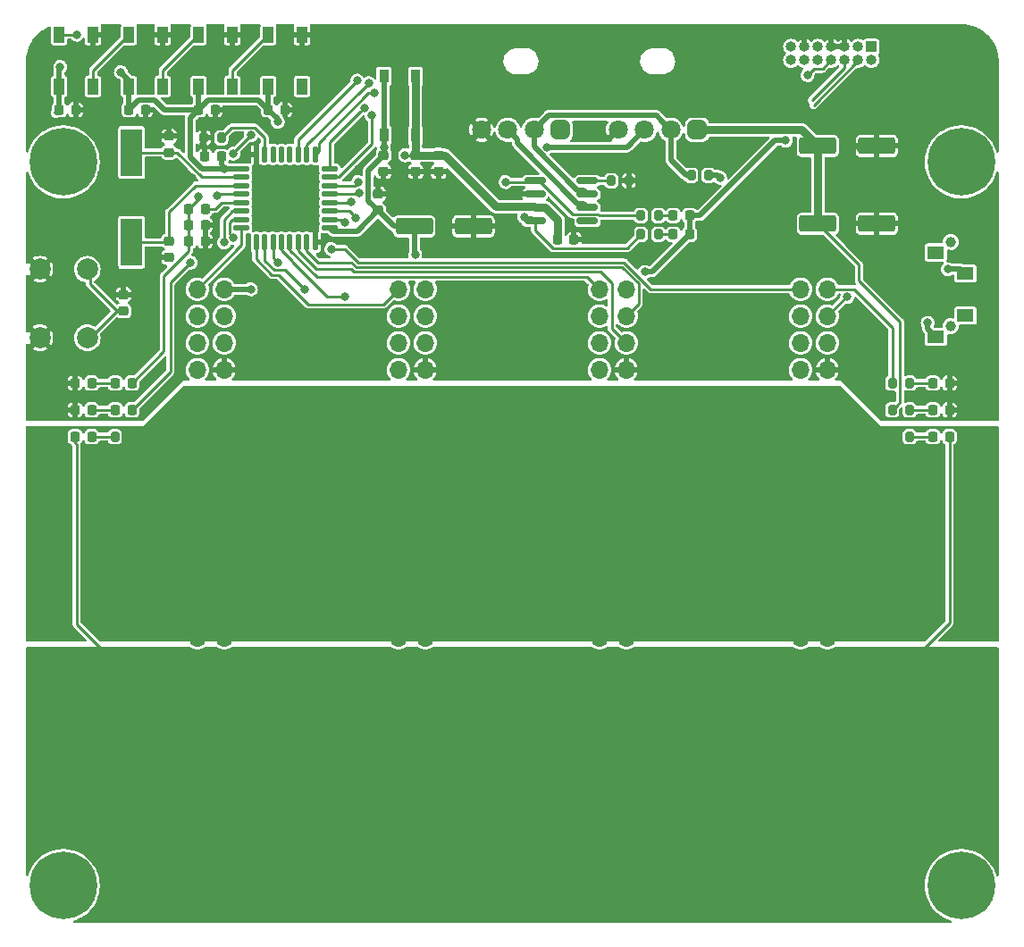
<source format=gbr>
%TF.GenerationSoftware,KiCad,Pcbnew,(6.0.0)*%
%TF.CreationDate,2022-03-21T15:06:36+09:00*%
%TF.ProjectId,MotorDriver base unit,4d6f746f-7244-4726-9976-657220626173,rev?*%
%TF.SameCoordinates,Original*%
%TF.FileFunction,Copper,L1,Top*%
%TF.FilePolarity,Positive*%
%FSLAX46Y46*%
G04 Gerber Fmt 4.6, Leading zero omitted, Abs format (unit mm)*
G04 Created by KiCad (PCBNEW (6.0.0)) date 2022-03-21 15:06:36*
%MOMM*%
%LPD*%
G01*
G04 APERTURE LIST*
G04 Aperture macros list*
%AMRoundRect*
0 Rectangle with rounded corners*
0 $1 Rounding radius*
0 $2 $3 $4 $5 $6 $7 $8 $9 X,Y pos of 4 corners*
0 Add a 4 corners polygon primitive as box body*
4,1,4,$2,$3,$4,$5,$6,$7,$8,$9,$2,$3,0*
0 Add four circle primitives for the rounded corners*
1,1,$1+$1,$2,$3*
1,1,$1+$1,$4,$5*
1,1,$1+$1,$6,$7*
1,1,$1+$1,$8,$9*
0 Add four rect primitives between the rounded corners*
20,1,$1+$1,$2,$3,$4,$5,0*
20,1,$1+$1,$4,$5,$6,$7,0*
20,1,$1+$1,$6,$7,$8,$9,0*
20,1,$1+$1,$8,$9,$2,$3,0*%
%AMFreePoly0*
4,1,9,3.862500,-0.866500,0.737500,-0.866500,0.737500,-0.450000,-0.737500,-0.450000,-0.737500,0.450000,0.737500,0.450000,0.737500,0.866500,3.862500,0.866500,3.862500,-0.866500,3.862500,-0.866500,$1*%
G04 Aperture macros list end*
%TA.AperFunction,SMDPad,CuDef*%
%ADD10RoundRect,0.250000X-1.500000X-0.550000X1.500000X-0.550000X1.500000X0.550000X-1.500000X0.550000X0*%
%TD*%
%TA.AperFunction,SMDPad,CuDef*%
%ADD11RoundRect,0.225000X0.250000X-0.225000X0.250000X0.225000X-0.250000X0.225000X-0.250000X-0.225000X0*%
%TD*%
%TA.AperFunction,SMDPad,CuDef*%
%ADD12RoundRect,0.225000X-0.225000X-0.250000X0.225000X-0.250000X0.225000X0.250000X-0.225000X0.250000X0*%
%TD*%
%TA.AperFunction,SMDPad,CuDef*%
%ADD13RoundRect,0.225000X0.225000X0.250000X-0.225000X0.250000X-0.225000X-0.250000X0.225000X-0.250000X0*%
%TD*%
%TA.AperFunction,SMDPad,CuDef*%
%ADD14RoundRect,0.225000X-0.250000X0.225000X-0.250000X-0.225000X0.250000X-0.225000X0.250000X0.225000X0*%
%TD*%
%TA.AperFunction,SMDPad,CuDef*%
%ADD15RoundRect,0.218750X0.218750X0.256250X-0.218750X0.256250X-0.218750X-0.256250X0.218750X-0.256250X0*%
%TD*%
%TA.AperFunction,SMDPad,CuDef*%
%ADD16R,1.000000X1.500000*%
%TD*%
%TA.AperFunction,SMDPad,CuDef*%
%ADD17RoundRect,0.218750X-0.218750X-0.256250X0.218750X-0.256250X0.218750X0.256250X-0.218750X0.256250X0*%
%TD*%
%TA.AperFunction,ComponentPad*%
%ADD18RoundRect,0.450000X0.450000X0.450000X-0.450000X0.450000X-0.450000X-0.450000X0.450000X-0.450000X0*%
%TD*%
%TA.AperFunction,ComponentPad*%
%ADD19C,1.800000*%
%TD*%
%TA.AperFunction,SMDPad,CuDef*%
%ADD20RoundRect,0.200000X-0.200000X-0.275000X0.200000X-0.275000X0.200000X0.275000X-0.200000X0.275000X0*%
%TD*%
%TA.AperFunction,SMDPad,CuDef*%
%ADD21RoundRect,0.200000X0.200000X0.275000X-0.200000X0.275000X-0.200000X-0.275000X0.200000X-0.275000X0*%
%TD*%
%TA.AperFunction,ComponentPad*%
%ADD22C,2.000000*%
%TD*%
%TA.AperFunction,SMDPad,CuDef*%
%ADD23RoundRect,0.125000X-0.625000X-0.125000X0.625000X-0.125000X0.625000X0.125000X-0.625000X0.125000X0*%
%TD*%
%TA.AperFunction,SMDPad,CuDef*%
%ADD24RoundRect,0.125000X-0.125000X-0.625000X0.125000X-0.625000X0.125000X0.625000X-0.125000X0.625000X0*%
%TD*%
%TA.AperFunction,SMDPad,CuDef*%
%ADD25R,2.000000X4.500000*%
%TD*%
%TA.AperFunction,ComponentPad*%
%ADD26R,1.000000X1.000000*%
%TD*%
%TA.AperFunction,ComponentPad*%
%ADD27O,1.000000X1.000000*%
%TD*%
%TA.AperFunction,ComponentPad*%
%ADD28C,0.800000*%
%TD*%
%TA.AperFunction,ComponentPad*%
%ADD29C,6.400000*%
%TD*%
%TA.AperFunction,SMDPad,CuDef*%
%ADD30RoundRect,0.150000X-0.825000X-0.150000X0.825000X-0.150000X0.825000X0.150000X-0.825000X0.150000X0*%
%TD*%
%TA.AperFunction,SMDPad,CuDef*%
%ADD31R,0.900000X1.300000*%
%TD*%
%TA.AperFunction,SMDPad,CuDef*%
%ADD32FreePoly0,90.000000*%
%TD*%
%TA.AperFunction,ComponentPad*%
%ADD33C,1.000000*%
%TD*%
%TA.AperFunction,SMDPad,CuDef*%
%ADD34R,1.600000X1.200000*%
%TD*%
%TA.AperFunction,ComponentPad*%
%ADD35R,1.700000X1.700000*%
%TD*%
%TA.AperFunction,ComponentPad*%
%ADD36O,1.700000X1.700000*%
%TD*%
%TA.AperFunction,ViaPad*%
%ADD37C,0.800000*%
%TD*%
%TA.AperFunction,Conductor*%
%ADD38C,0.250000*%
%TD*%
%TA.AperFunction,Conductor*%
%ADD39C,0.750000*%
%TD*%
%TA.AperFunction,Conductor*%
%ADD40C,0.500000*%
%TD*%
G04 APERTURE END LIST*
D10*
%TO.P,C3,1*%
%TO.N,+5V*%
X108331000Y-35941000D03*
%TO.P,C3,2*%
%TO.N,GND*%
X113931000Y-35941000D03*
%TD*%
%TO.P,C4,1*%
%TO.N,+5V*%
X108331000Y-43307000D03*
%TO.P,C4,2*%
%TO.N,GND*%
X113931000Y-43307000D03*
%TD*%
D11*
%TO.P,C5,1*%
%TO.N,+3V3*%
X66675000Y-42050000D03*
%TO.P,C5,2*%
%TO.N,GND*%
X66675000Y-40500000D03*
%TD*%
D10*
%TO.P,C7,1*%
%TO.N,+3V3*%
X70104000Y-43561000D03*
%TO.P,C7,2*%
%TO.N,GND*%
X75704000Y-43561000D03*
%TD*%
D12*
%TO.P,C9,1*%
%TO.N,+3V3*%
X48742000Y-43434000D03*
%TO.P,C9,2*%
%TO.N,GND*%
X50292000Y-43434000D03*
%TD*%
%TO.P,C10,1*%
%TO.N,+3V3*%
X48742000Y-44958000D03*
%TO.P,C10,2*%
%TO.N,GND*%
X50292000Y-44958000D03*
%TD*%
D13*
%TO.P,C12,1*%
%TO.N,+3V3*%
X51816000Y-36957000D03*
%TO.P,C12,2*%
%TO.N,GND*%
X50266000Y-36957000D03*
%TD*%
D12*
%TO.P,C14,1*%
%TO.N,+3V3*%
X36449000Y-32512000D03*
%TO.P,C14,2*%
%TO.N,GND*%
X37999000Y-32512000D03*
%TD*%
%TO.P,C15,1*%
%TO.N,+3V3*%
X43053000Y-32512000D03*
%TO.P,C15,2*%
%TO.N,GND*%
X44603000Y-32512000D03*
%TD*%
D14*
%TO.P,C16,1*%
%TO.N,XTAL2*%
X46863000Y-44958000D03*
%TO.P,C16,2*%
%TO.N,GND*%
X46863000Y-46508000D03*
%TD*%
D11*
%TO.P,C17,1*%
%TO.N,RST*%
X42545000Y-51575000D03*
%TO.P,C17,2*%
%TO.N,GND*%
X42545000Y-50025000D03*
%TD*%
D12*
%TO.P,C18,1*%
%TO.N,+3V3*%
X49657000Y-32512000D03*
%TO.P,C18,2*%
%TO.N,GND*%
X51207000Y-32512000D03*
%TD*%
D11*
%TO.P,C19,1*%
%TO.N,XTAL1*%
X46863000Y-36576000D03*
%TO.P,C19,2*%
%TO.N,GND*%
X46863000Y-35026000D03*
%TD*%
D12*
%TO.P,C20,1*%
%TO.N,+3V3*%
X56261000Y-32512000D03*
%TO.P,C20,2*%
%TO.N,GND*%
X57811000Y-32512000D03*
%TD*%
D15*
%TO.P,D1,1*%
%TO.N,GND*%
X120802500Y-60960000D03*
%TO.P,D1,2*%
%TO.N,Net-(D1-Pad2)*%
X119227500Y-60960000D03*
%TD*%
%TO.P,D2,1*%
%TO.N,GND*%
X120802500Y-58420000D03*
%TO.P,D2,2*%
%TO.N,Net-(D2-Pad2)*%
X119227500Y-58420000D03*
%TD*%
D16*
%TO.P,D4,1*%
%TO.N,+3V3*%
X36449000Y-30300000D03*
%TO.P,D4,2*%
%TO.N,Net-(D4-Pad2)*%
X39649000Y-30300000D03*
%TO.P,D4,3*%
%TO.N,GND*%
X39649000Y-25400000D03*
%TO.P,D4,4*%
%TO.N,NeoPixel*%
X36449000Y-25400000D03*
%TD*%
D17*
%TO.P,D6,1*%
%TO.N,Net-(D6-Pad1)*%
X94615000Y-44323000D03*
%TO.P,D6,2*%
%TO.N,+3V3*%
X96190000Y-44323000D03*
%TD*%
D16*
%TO.P,D7,1*%
%TO.N,+3V3*%
X43053000Y-30300000D03*
%TO.P,D7,2*%
%TO.N,Net-(D10-Pad4)*%
X46253000Y-30300000D03*
%TO.P,D7,3*%
%TO.N,GND*%
X46253000Y-25400000D03*
%TO.P,D7,4*%
%TO.N,Net-(D4-Pad2)*%
X43053000Y-25400000D03*
%TD*%
D17*
%TO.P,D8,1*%
%TO.N,Net-(D8-Pad1)*%
X94615000Y-42545000D03*
%TO.P,D8,2*%
%TO.N,+3V3*%
X96190000Y-42545000D03*
%TD*%
D16*
%TO.P,D10,1*%
%TO.N,+3V3*%
X49657000Y-30300000D03*
%TO.P,D10,2*%
%TO.N,Net-(D10-Pad2)*%
X52857000Y-30300000D03*
%TO.P,D10,3*%
%TO.N,GND*%
X52857000Y-25400000D03*
%TO.P,D10,4*%
%TO.N,Net-(D10-Pad4)*%
X49657000Y-25400000D03*
%TD*%
%TO.P,D13,1*%
%TO.N,+3V3*%
X56261000Y-30300000D03*
%TO.P,D13,2*%
%TO.N,Net-(D13-Pad2)*%
X59461000Y-30300000D03*
%TO.P,D13,3*%
%TO.N,GND*%
X59461000Y-25400000D03*
%TO.P,D13,4*%
%TO.N,Net-(D10-Pad2)*%
X56261000Y-25400000D03*
%TD*%
D17*
%TO.P,FB1,1*%
%TO.N,+3V3*%
X48717000Y-41910000D03*
%TO.P,FB1,2*%
%TO.N,+3.3VA*%
X50292000Y-41910000D03*
%TD*%
D18*
%TO.P,J3,1*%
%TO.N,+5V*%
X83947000Y-34417000D03*
D19*
%TO.P,J3,2*%
%TO.N,CANH*%
X81447000Y-34417000D03*
%TO.P,J3,3*%
%TO.N,CANL*%
X78947000Y-34417000D03*
%TO.P,J3,4*%
%TO.N,GND*%
X76447000Y-34417000D03*
%TD*%
D18*
%TO.P,J4,1*%
%TO.N,+5V*%
X96901000Y-34417000D03*
D19*
%TO.P,J4,2*%
%TO.N,CANH*%
X94401000Y-34417000D03*
%TO.P,J4,3*%
%TO.N,CANL*%
X91901000Y-34417000D03*
%TO.P,J4,4*%
%TO.N,GND*%
X89401000Y-34417000D03*
%TD*%
D20*
%TO.P,R1,1*%
%TO.N,+5V*%
X115380000Y-60960000D03*
%TO.P,R1,2*%
%TO.N,Net-(D1-Pad2)*%
X117030000Y-60960000D03*
%TD*%
%TO.P,R2,1*%
%TO.N,+3V3*%
X115380000Y-58420000D03*
%TO.P,R2,2*%
%TO.N,Net-(D2-Pad2)*%
X117030000Y-58420000D03*
%TD*%
%TO.P,R5,1*%
%TO.N,CANRX*%
X91567000Y-44323000D03*
%TO.P,R5,2*%
%TO.N,Net-(D6-Pad1)*%
X93217000Y-44323000D03*
%TD*%
%TO.P,R6,1*%
%TO.N,CANTX*%
X91567000Y-42545000D03*
%TO.P,R6,2*%
%TO.N,Net-(D8-Pad1)*%
X93217000Y-42545000D03*
%TD*%
%TO.P,R10,1*%
%TO.N,Net-(R10-Pad1)*%
X88773000Y-39243000D03*
%TO.P,R10,2*%
%TO.N,GND*%
X90423000Y-39243000D03*
%TD*%
D21*
%TO.P,R15,1*%
%TO.N,BOOT0*%
X51816000Y-35179000D03*
%TO.P,R15,2*%
%TO.N,GND*%
X50166000Y-35179000D03*
%TD*%
D22*
%TO.P,SW1,1*%
%TO.N,RST*%
X39116000Y-47625000D03*
X39116000Y-54125000D03*
%TO.P,SW1,2*%
%TO.N,GND*%
X34616000Y-54125000D03*
X34616000Y-47625000D03*
%TD*%
D23*
%TO.P,U2,1*%
%TO.N,+3V3*%
X53731000Y-38110000D03*
%TO.P,U2,2*%
%TO.N,XTAL1*%
X53731000Y-38910000D03*
%TO.P,U2,3*%
%TO.N,XTAL2*%
X53731000Y-39710000D03*
%TO.P,U2,4*%
%TO.N,RST*%
X53731000Y-40510000D03*
%TO.P,U2,5*%
%TO.N,+3.3VA*%
X53731000Y-41310000D03*
%TO.P,U2,6*%
%TO.N,CW_M1*%
X53731000Y-42110000D03*
%TO.P,U2,7*%
%TO.N,CCW_M1*%
X53731000Y-42910000D03*
%TO.P,U2,8*%
%TO.N,SD_M1*%
X53731000Y-43710000D03*
D24*
%TO.P,U2,9*%
%TO.N,SD_M2*%
X55106000Y-45085000D03*
%TO.P,U2,10*%
%TO.N,CW_M2*%
X55906000Y-45085000D03*
%TO.P,U2,11*%
%TO.N,SD_M4*%
X56706000Y-45085000D03*
%TO.P,U2,12*%
%TO.N,CCW_M2*%
X57506000Y-45085000D03*
%TO.P,U2,13*%
%TO.N,SD_M3*%
X58306000Y-45085000D03*
%TO.P,U2,14*%
%TO.N,CCW_M3*%
X59106000Y-45085000D03*
%TO.P,U2,15*%
%TO.N,CW_M3*%
X59906000Y-45085000D03*
%TO.P,U2,16*%
%TO.N,GND*%
X60706000Y-45085000D03*
D23*
%TO.P,U2,17*%
%TO.N,+3V3*%
X62081000Y-43710000D03*
%TO.P,U2,18*%
%TO.N,NeoPixel*%
X62081000Y-42910000D03*
%TO.P,U2,19*%
%TO.N,CCW_M4*%
X62081000Y-42110000D03*
%TO.P,U2,20*%
%TO.N,CW_M4*%
X62081000Y-41310000D03*
%TO.P,U2,21*%
%TO.N,CANRX*%
X62081000Y-40510000D03*
%TO.P,U2,22*%
%TO.N,CANTX*%
X62081000Y-39710000D03*
%TO.P,U2,23*%
%TO.N,SWDIO*%
X62081000Y-38910000D03*
%TO.P,U2,24*%
%TO.N,SWCLK*%
X62081000Y-38110000D03*
D24*
%TO.P,U2,25*%
%TO.N,TDI*%
X60706000Y-36735000D03*
%TO.P,U2,26*%
%TO.N,SWO*%
X59906000Y-36735000D03*
%TO.P,U2,27*%
%TO.N,TRST*%
X59106000Y-36735000D03*
%TO.P,U2,28*%
%TO.N,Net-(U2-Pad28)*%
X58306000Y-36735000D03*
%TO.P,U2,29*%
%TO.N,Net-(U2-Pad29)*%
X57506000Y-36735000D03*
%TO.P,U2,30*%
%TO.N,Net-(U2-Pad30)*%
X56706000Y-36735000D03*
%TO.P,U2,31*%
%TO.N,BOOT0*%
X55906000Y-36735000D03*
%TO.P,U2,32*%
%TO.N,GND*%
X55106000Y-36735000D03*
%TD*%
D25*
%TO.P,Y1,1*%
%TO.N,XTAL2*%
X43307000Y-45076000D03*
%TO.P,Y1,2*%
%TO.N,XTAL1*%
X43307000Y-36576000D03*
%TD*%
D26*
%TO.P,J1,1*%
%TO.N,Net-(J1-Pad1)*%
X113411000Y-26543000D03*
D27*
%TO.P,J1,2*%
%TO.N,Net-(J1-Pad2)*%
X113411000Y-27813000D03*
%TO.P,J1,3*%
%TO.N,+3V3*%
X112141000Y-26543000D03*
%TO.P,J1,4*%
%TO.N,SWDIO*%
X112141000Y-27813000D03*
%TO.P,J1,5*%
%TO.N,GND*%
X110871000Y-26543000D03*
%TO.P,J1,6*%
%TO.N,SWCLK*%
X110871000Y-27813000D03*
%TO.P,J1,7*%
%TO.N,GND*%
X109601000Y-26543000D03*
%TO.P,J1,8*%
%TO.N,SWO*%
X109601000Y-27813000D03*
%TO.P,J1,9*%
%TO.N,Net-(J1-Pad9)*%
X108331000Y-26543000D03*
%TO.P,J1,10*%
%TO.N,TDI*%
X108331000Y-27813000D03*
%TO.P,J1,11*%
%TO.N,GND*%
X107061000Y-26543000D03*
%TO.P,J1,12*%
%TO.N,TRST*%
X107061000Y-27813000D03*
%TO.P,J1,13*%
%TO.N,Net-(J1-Pad13)*%
X105791000Y-26543000D03*
%TO.P,J1,14*%
%TO.N,Net-(J1-Pad14)*%
X105791000Y-27813000D03*
%TD*%
D12*
%TO.P,C13,1*%
%TO.N,+5V*%
X83680000Y-44831000D03*
%TO.P,C13,2*%
%TO.N,GND*%
X85230000Y-44831000D03*
%TD*%
D28*
%TO.P,H3,1*%
%TO.N,Net-(H3-Pad1)*%
X36830000Y-39865000D03*
X38527056Y-39162056D03*
X34430000Y-37465000D03*
D29*
X36830000Y-37465000D03*
D28*
X39230000Y-37465000D03*
X35132944Y-39162056D03*
X36830000Y-35065000D03*
X35132944Y-35767944D03*
X38527056Y-35767944D03*
%TD*%
%TO.P,H4,1*%
%TO.N,Net-(H4-Pad1)*%
X121920000Y-35065000D03*
X124320000Y-37465000D03*
X120222944Y-39162056D03*
X120222944Y-35767944D03*
X123617056Y-39162056D03*
D29*
X121920000Y-37465000D03*
D28*
X119520000Y-37465000D03*
X123617056Y-35767944D03*
X121920000Y-39865000D03*
%TD*%
D30*
%TO.P,U4,1*%
%TO.N,CANTX*%
X81537000Y-39243000D03*
%TO.P,U4,2*%
%TO.N,GND*%
X81537000Y-40513000D03*
%TO.P,U4,3*%
%TO.N,+5V*%
X81537000Y-41783000D03*
%TO.P,U4,4*%
%TO.N,CANRX*%
X81537000Y-43053000D03*
%TO.P,U4,5*%
%TO.N,Net-(U4-Pad5)*%
X86487000Y-43053000D03*
%TO.P,U4,6*%
%TO.N,CANL*%
X86487000Y-41783000D03*
%TO.P,U4,7*%
%TO.N,CANH*%
X86487000Y-40513000D03*
%TO.P,U4,8*%
%TO.N,Net-(R10-Pad1)*%
X86487000Y-39243000D03*
%TD*%
D31*
%TO.P,U1,1*%
%TO.N,+3V3*%
X67207000Y-29336000D03*
D32*
%TO.P,U1,2*%
%TO.N,GND*%
X68707000Y-29248500D03*
D31*
%TO.P,U1,3*%
%TO.N,+5V*%
X70207000Y-29336000D03*
%TD*%
D14*
%TO.P,C8,1*%
%TO.N,+5V*%
X70231000Y-36830000D03*
%TO.P,C8,2*%
%TO.N,GND*%
X70231000Y-38380000D03*
%TD*%
%TO.P,C11,1*%
%TO.N,+3V3*%
X67183000Y-36830000D03*
%TO.P,C11,2*%
%TO.N,GND*%
X67183000Y-38380000D03*
%TD*%
D31*
%TO.P,U3,1*%
%TO.N,+3V3*%
X67207000Y-34924000D03*
D32*
%TO.P,U3,2*%
%TO.N,GND*%
X68707000Y-34836500D03*
D31*
%TO.P,U3,3*%
%TO.N,+5V*%
X70207000Y-34924000D03*
%TD*%
D17*
%TO.P,D51,1*%
%TO.N,GND*%
X37947500Y-60960000D03*
%TO.P,D51,2*%
%TO.N,Net-(D51-Pad2)*%
X39522500Y-60960000D03*
%TD*%
%TO.P,D52,1*%
%TO.N,GND*%
X37947500Y-58420000D03*
%TO.P,D52,2*%
%TO.N,Net-(D52-Pad2)*%
X39522500Y-58420000D03*
%TD*%
D15*
%TO.P,R65,1*%
%TO.N,+5V*%
X43332500Y-60960000D03*
%TO.P,R65,2*%
%TO.N,Net-(D51-Pad2)*%
X41757500Y-60960000D03*
%TD*%
%TO.P,R66,1*%
%TO.N,+3V3*%
X43332500Y-58420000D03*
%TO.P,R66,2*%
%TO.N,Net-(D52-Pad2)*%
X41757500Y-58420000D03*
%TD*%
D21*
%TO.P,R69,1*%
%TO.N,Net-(R69-Pad1)*%
X97980000Y-38735000D03*
%TO.P,R69,2*%
%TO.N,CANH*%
X96330000Y-38735000D03*
%TD*%
D33*
%TO.P,SW2,*%
%TO.N,*%
X120907000Y-53038000D03*
X120907000Y-45038000D03*
D34*
%TO.P,SW2,1*%
%TO.N,Net-(R69-Pad1)*%
X119507000Y-54038000D03*
%TO.P,SW2,2*%
%TO.N,Net-(SW2-Pad2)*%
X122307000Y-52038000D03*
%TO.P,SW2,3*%
%TO.N,CANL*%
X122307000Y-48038000D03*
%TO.P,SW2,4*%
%TO.N,Net-(SW2-Pad4)*%
X119507000Y-46038000D03*
%TD*%
D28*
%TO.P,H1,1*%
%TO.N,Net-(H1-Pad1)*%
X36830000Y-108445000D03*
X39230000Y-106045000D03*
X34430000Y-106045000D03*
X35132944Y-104347944D03*
X35132944Y-107742056D03*
X38527056Y-104347944D03*
X36830000Y-103645000D03*
X38527056Y-107742056D03*
D29*
X36830000Y-106045000D03*
%TD*%
D28*
%TO.P,H2,1*%
%TO.N,Net-(H2-Pad1)*%
X121920000Y-103645000D03*
X120222944Y-104347944D03*
X121920000Y-108445000D03*
X124320000Y-106045000D03*
X123617056Y-107742056D03*
X119520000Y-106045000D03*
X123617056Y-104347944D03*
D29*
X121920000Y-106045000D03*
D28*
X120222944Y-107742056D03*
%TD*%
D35*
%TO.P,J7,1*%
%TO.N,GNDA*%
X49530000Y-107950000D03*
D36*
%TO.P,J7,2*%
X52070000Y-107950000D03*
%TO.P,J7,3*%
X49530000Y-105410000D03*
%TO.P,J7,4*%
X52070000Y-105410000D03*
%TO.P,J7,5*%
X49530000Y-102870000D03*
%TO.P,J7,6*%
X52070000Y-102870000D03*
%TO.P,J7,7*%
X49530000Y-100330000D03*
%TO.P,J7,8*%
X52070000Y-100330000D03*
%TO.P,J7,9*%
X49530000Y-97790000D03*
%TO.P,J7,10*%
X52070000Y-97790000D03*
%TO.P,J7,11*%
X49530000Y-95250000D03*
%TO.P,J7,12*%
X52070000Y-95250000D03*
%TO.P,J7,13*%
X49530000Y-92710000D03*
%TO.P,J7,14*%
X52070000Y-92710000D03*
%TO.P,J7,15*%
X49530000Y-90170000D03*
%TO.P,J7,16*%
X52070000Y-90170000D03*
%TO.P,J7,17*%
X49530000Y-87630000D03*
%TO.P,J7,18*%
X52070000Y-87630000D03*
%TO.P,J7,19*%
X49530000Y-85090000D03*
%TO.P,J7,20*%
X52070000Y-85090000D03*
%TO.P,J7,21*%
%TO.N,+BATT*%
X49530000Y-82550000D03*
%TO.P,J7,22*%
X52070000Y-82550000D03*
%TO.P,J7,23*%
X49530000Y-80010000D03*
%TO.P,J7,24*%
X52070000Y-80010000D03*
%TO.P,J7,25*%
X49530000Y-77470000D03*
%TO.P,J7,26*%
X52070000Y-77470000D03*
%TO.P,J7,27*%
X49530000Y-74930000D03*
%TO.P,J7,28*%
X52070000Y-74930000D03*
%TO.P,J7,29*%
X49530000Y-72390000D03*
%TO.P,J7,30*%
X52070000Y-72390000D03*
%TO.P,J7,31*%
X49530000Y-69850000D03*
%TO.P,J7,32*%
X52070000Y-69850000D03*
%TO.P,J7,33*%
X49530000Y-67310000D03*
%TO.P,J7,34*%
X52070000Y-67310000D03*
%TO.P,J7,35*%
X49530000Y-64770000D03*
%TO.P,J7,36*%
X52070000Y-64770000D03*
%TO.P,J7,37*%
X49530000Y-62230000D03*
%TO.P,J7,38*%
X52070000Y-62230000D03*
%TO.P,J7,39*%
X49530000Y-59690000D03*
%TO.P,J7,40*%
X52070000Y-59690000D03*
%TO.P,J7,41*%
%TO.N,Net-(J7-Pad41)*%
X49530000Y-57150000D03*
%TO.P,J7,42*%
%TO.N,GND*%
X52070000Y-57150000D03*
%TO.P,J7,43*%
%TO.N,Net-(J7-Pad43)*%
X49530000Y-54610000D03*
%TO.P,J7,44*%
%TO.N,CCW_M1*%
X52070000Y-54610000D03*
%TO.P,J7,45*%
%TO.N,Net-(J7-Pad45)*%
X49530000Y-52070000D03*
%TO.P,J7,46*%
%TO.N,CW_M1*%
X52070000Y-52070000D03*
%TO.P,J7,47*%
%TO.N,SD_M1*%
X49530000Y-49530000D03*
%TO.P,J7,48*%
%TO.N,+3V3*%
X52070000Y-49530000D03*
%TD*%
D35*
%TO.P,J8,1*%
%TO.N,GNDA*%
X68580000Y-107950000D03*
D36*
%TO.P,J8,2*%
X71120000Y-107950000D03*
%TO.P,J8,3*%
X68580000Y-105410000D03*
%TO.P,J8,4*%
X71120000Y-105410000D03*
%TO.P,J8,5*%
X68580000Y-102870000D03*
%TO.P,J8,6*%
X71120000Y-102870000D03*
%TO.P,J8,7*%
X68580000Y-100330000D03*
%TO.P,J8,8*%
X71120000Y-100330000D03*
%TO.P,J8,9*%
X68580000Y-97790000D03*
%TO.P,J8,10*%
X71120000Y-97790000D03*
%TO.P,J8,11*%
X68580000Y-95250000D03*
%TO.P,J8,12*%
X71120000Y-95250000D03*
%TO.P,J8,13*%
X68580000Y-92710000D03*
%TO.P,J8,14*%
X71120000Y-92710000D03*
%TO.P,J8,15*%
X68580000Y-90170000D03*
%TO.P,J8,16*%
X71120000Y-90170000D03*
%TO.P,J8,17*%
X68580000Y-87630000D03*
%TO.P,J8,18*%
X71120000Y-87630000D03*
%TO.P,J8,19*%
X68580000Y-85090000D03*
%TO.P,J8,20*%
X71120000Y-85090000D03*
%TO.P,J8,21*%
%TO.N,+BATT*%
X68580000Y-82550000D03*
%TO.P,J8,22*%
X71120000Y-82550000D03*
%TO.P,J8,23*%
X68580000Y-80010000D03*
%TO.P,J8,24*%
X71120000Y-80010000D03*
%TO.P,J8,25*%
X68580000Y-77470000D03*
%TO.P,J8,26*%
X71120000Y-77470000D03*
%TO.P,J8,27*%
X68580000Y-74930000D03*
%TO.P,J8,28*%
X71120000Y-74930000D03*
%TO.P,J8,29*%
X68580000Y-72390000D03*
%TO.P,J8,30*%
X71120000Y-72390000D03*
%TO.P,J8,31*%
X68580000Y-69850000D03*
%TO.P,J8,32*%
X71120000Y-69850000D03*
%TO.P,J8,33*%
X68580000Y-67310000D03*
%TO.P,J8,34*%
X71120000Y-67310000D03*
%TO.P,J8,35*%
X68580000Y-64770000D03*
%TO.P,J8,36*%
X71120000Y-64770000D03*
%TO.P,J8,37*%
X68580000Y-62230000D03*
%TO.P,J8,38*%
X71120000Y-62230000D03*
%TO.P,J8,39*%
X68580000Y-59690000D03*
%TO.P,J8,40*%
X71120000Y-59690000D03*
%TO.P,J8,41*%
%TO.N,Net-(J8-Pad41)*%
X68580000Y-57150000D03*
%TO.P,J8,42*%
%TO.N,GND*%
X71120000Y-57150000D03*
%TO.P,J8,43*%
%TO.N,Net-(J8-Pad43)*%
X68580000Y-54610000D03*
%TO.P,J8,44*%
%TO.N,CCW_M2*%
X71120000Y-54610000D03*
%TO.P,J8,45*%
%TO.N,Net-(J8-Pad45)*%
X68580000Y-52070000D03*
%TO.P,J8,46*%
%TO.N,CW_M2*%
X71120000Y-52070000D03*
%TO.P,J8,47*%
%TO.N,SD_M2*%
X68580000Y-49530000D03*
%TO.P,J8,48*%
%TO.N,+3V3*%
X71120000Y-49530000D03*
%TD*%
D35*
%TO.P,J9,1*%
%TO.N,GNDA*%
X87630000Y-107950000D03*
D36*
%TO.P,J9,2*%
X90170000Y-107950000D03*
%TO.P,J9,3*%
X87630000Y-105410000D03*
%TO.P,J9,4*%
X90170000Y-105410000D03*
%TO.P,J9,5*%
X87630000Y-102870000D03*
%TO.P,J9,6*%
X90170000Y-102870000D03*
%TO.P,J9,7*%
X87630000Y-100330000D03*
%TO.P,J9,8*%
X90170000Y-100330000D03*
%TO.P,J9,9*%
X87630000Y-97790000D03*
%TO.P,J9,10*%
X90170000Y-97790000D03*
%TO.P,J9,11*%
X87630000Y-95250000D03*
%TO.P,J9,12*%
X90170000Y-95250000D03*
%TO.P,J9,13*%
X87630000Y-92710000D03*
%TO.P,J9,14*%
X90170000Y-92710000D03*
%TO.P,J9,15*%
X87630000Y-90170000D03*
%TO.P,J9,16*%
X90170000Y-90170000D03*
%TO.P,J9,17*%
X87630000Y-87630000D03*
%TO.P,J9,18*%
X90170000Y-87630000D03*
%TO.P,J9,19*%
X87630000Y-85090000D03*
%TO.P,J9,20*%
X90170000Y-85090000D03*
%TO.P,J9,21*%
%TO.N,+BATT*%
X87630000Y-82550000D03*
%TO.P,J9,22*%
X90170000Y-82550000D03*
%TO.P,J9,23*%
X87630000Y-80010000D03*
%TO.P,J9,24*%
X90170000Y-80010000D03*
%TO.P,J9,25*%
X87630000Y-77470000D03*
%TO.P,J9,26*%
X90170000Y-77470000D03*
%TO.P,J9,27*%
X87630000Y-74930000D03*
%TO.P,J9,28*%
X90170000Y-74930000D03*
%TO.P,J9,29*%
X87630000Y-72390000D03*
%TO.P,J9,30*%
X90170000Y-72390000D03*
%TO.P,J9,31*%
X87630000Y-69850000D03*
%TO.P,J9,32*%
X90170000Y-69850000D03*
%TO.P,J9,33*%
X87630000Y-67310000D03*
%TO.P,J9,34*%
X90170000Y-67310000D03*
%TO.P,J9,35*%
X87630000Y-64770000D03*
%TO.P,J9,36*%
X90170000Y-64770000D03*
%TO.P,J9,37*%
X87630000Y-62230000D03*
%TO.P,J9,38*%
X90170000Y-62230000D03*
%TO.P,J9,39*%
X87630000Y-59690000D03*
%TO.P,J9,40*%
X90170000Y-59690000D03*
%TO.P,J9,41*%
%TO.N,Net-(J9-Pad41)*%
X87630000Y-57150000D03*
%TO.P,J9,42*%
%TO.N,GND*%
X90170000Y-57150000D03*
%TO.P,J9,43*%
%TO.N,Net-(J9-Pad43)*%
X87630000Y-54610000D03*
%TO.P,J9,44*%
%TO.N,CCW_M3*%
X90170000Y-54610000D03*
%TO.P,J9,45*%
%TO.N,Net-(J9-Pad45)*%
X87630000Y-52070000D03*
%TO.P,J9,46*%
%TO.N,CW_M3*%
X90170000Y-52070000D03*
%TO.P,J9,47*%
%TO.N,SD_M3*%
X87630000Y-49530000D03*
%TO.P,J9,48*%
%TO.N,+3V3*%
X90170000Y-49530000D03*
%TD*%
D35*
%TO.P,J10,1*%
%TO.N,GNDA*%
X106680000Y-107950000D03*
D36*
%TO.P,J10,2*%
X109220000Y-107950000D03*
%TO.P,J10,3*%
X106680000Y-105410000D03*
%TO.P,J10,4*%
X109220000Y-105410000D03*
%TO.P,J10,5*%
X106680000Y-102870000D03*
%TO.P,J10,6*%
X109220000Y-102870000D03*
%TO.P,J10,7*%
X106680000Y-100330000D03*
%TO.P,J10,8*%
X109220000Y-100330000D03*
%TO.P,J10,9*%
X106680000Y-97790000D03*
%TO.P,J10,10*%
X109220000Y-97790000D03*
%TO.P,J10,11*%
X106680000Y-95250000D03*
%TO.P,J10,12*%
X109220000Y-95250000D03*
%TO.P,J10,13*%
X106680000Y-92710000D03*
%TO.P,J10,14*%
X109220000Y-92710000D03*
%TO.P,J10,15*%
X106680000Y-90170000D03*
%TO.P,J10,16*%
X109220000Y-90170000D03*
%TO.P,J10,17*%
X106680000Y-87630000D03*
%TO.P,J10,18*%
X109220000Y-87630000D03*
%TO.P,J10,19*%
X106680000Y-85090000D03*
%TO.P,J10,20*%
X109220000Y-85090000D03*
%TO.P,J10,21*%
%TO.N,+BATT*%
X106680000Y-82550000D03*
%TO.P,J10,22*%
X109220000Y-82550000D03*
%TO.P,J10,23*%
X106680000Y-80010000D03*
%TO.P,J10,24*%
X109220000Y-80010000D03*
%TO.P,J10,25*%
X106680000Y-77470000D03*
%TO.P,J10,26*%
X109220000Y-77470000D03*
%TO.P,J10,27*%
X106680000Y-74930000D03*
%TO.P,J10,28*%
X109220000Y-74930000D03*
%TO.P,J10,29*%
X106680000Y-72390000D03*
%TO.P,J10,30*%
X109220000Y-72390000D03*
%TO.P,J10,31*%
X106680000Y-69850000D03*
%TO.P,J10,32*%
X109220000Y-69850000D03*
%TO.P,J10,33*%
X106680000Y-67310000D03*
%TO.P,J10,34*%
X109220000Y-67310000D03*
%TO.P,J10,35*%
X106680000Y-64770000D03*
%TO.P,J10,36*%
X109220000Y-64770000D03*
%TO.P,J10,37*%
X106680000Y-62230000D03*
%TO.P,J10,38*%
X109220000Y-62230000D03*
%TO.P,J10,39*%
X106680000Y-59690000D03*
%TO.P,J10,40*%
X109220000Y-59690000D03*
%TO.P,J10,41*%
%TO.N,Net-(J10-Pad41)*%
X106680000Y-57150000D03*
%TO.P,J10,42*%
%TO.N,GND*%
X109220000Y-57150000D03*
%TO.P,J10,43*%
%TO.N,Net-(J10-Pad43)*%
X106680000Y-54610000D03*
%TO.P,J10,44*%
%TO.N,CCW_M4*%
X109220000Y-54610000D03*
%TO.P,J10,45*%
%TO.N,Net-(J10-Pad45)*%
X106680000Y-52070000D03*
%TO.P,J10,46*%
%TO.N,CW_M4*%
X109220000Y-52070000D03*
%TO.P,J10,47*%
%TO.N,SD_M4*%
X106680000Y-49530000D03*
%TO.P,J10,48*%
%TO.N,+3V3*%
X109220000Y-49530000D03*
%TD*%
D17*
%TO.P,D3,1*%
%TO.N,GNDA*%
X37947500Y-63500000D03*
%TO.P,D3,2*%
%TO.N,Net-(D3-Pad2)*%
X39522500Y-63500000D03*
%TD*%
D15*
%TO.P,D5,1*%
%TO.N,GNDA*%
X120802500Y-63500000D03*
%TO.P,D5,2*%
%TO.N,Net-(D5-Pad2)*%
X119227500Y-63500000D03*
%TD*%
D21*
%TO.P,R3,1*%
%TO.N,+BATT*%
X43370000Y-63500000D03*
%TO.P,R3,2*%
%TO.N,Net-(D3-Pad2)*%
X41720000Y-63500000D03*
%TD*%
D20*
%TO.P,R4,1*%
%TO.N,+BATT*%
X115380000Y-63500000D03*
%TO.P,R4,2*%
%TO.N,Net-(D5-Pad2)*%
X117030000Y-63500000D03*
%TD*%
D14*
%TO.P,C2,1*%
%TO.N,+5V*%
X72390000Y-36830000D03*
%TO.P,C2,2*%
%TO.N,GND*%
X72390000Y-38380000D03*
%TD*%
D37*
%TO.N,GND*%
X73025000Y-55880000D03*
X57912000Y-38989000D03*
X58928000Y-40005000D03*
X106680000Y-46990000D03*
X58928000Y-43053000D03*
X45339000Y-38100000D03*
X58928000Y-42037000D03*
X122555000Y-49530000D03*
X77343000Y-28321000D03*
X85725000Y-27305000D03*
X49022000Y-38989000D03*
X52451000Y-27178000D03*
X85725000Y-51435000D03*
X76200000Y-38100000D03*
X98425000Y-46355000D03*
X43307000Y-27178000D03*
X101219000Y-28321000D03*
X72390000Y-34925000D03*
X58547000Y-27178000D03*
X55880000Y-42037000D03*
X45339000Y-43688000D03*
X92075000Y-55880000D03*
X123825000Y-56515000D03*
X71120000Y-27305000D03*
X54610000Y-47625000D03*
X58928000Y-41021000D03*
X38227000Y-27178000D03*
X99695000Y-43815000D03*
X34925000Y-60960000D03*
X56896000Y-43053000D03*
X102235000Y-43815000D03*
X58928000Y-38989000D03*
X114935000Y-32385000D03*
X114935000Y-45085000D03*
X65405000Y-45720000D03*
X59944000Y-38989000D03*
X95250000Y-53975000D03*
X79375000Y-51435000D03*
X79375000Y-37465000D03*
X102743000Y-28321000D03*
X101600000Y-53975000D03*
X53975000Y-33020000D03*
X59944000Y-40005000D03*
X100965000Y-36195000D03*
X60325000Y-32385000D03*
X104267000Y-28321000D03*
X114300000Y-59690000D03*
X101219000Y-27305000D03*
X118745000Y-42545000D03*
X111125000Y-32385000D03*
X55245000Y-55880000D03*
X59944000Y-42037000D03*
X41275000Y-33020000D03*
X46355000Y-33655000D03*
X59944000Y-43053000D03*
X117475000Y-55880000D03*
X73025000Y-43815000D03*
X47625000Y-33655000D03*
X99060000Y-33020000D03*
X56896000Y-38989000D03*
X88900000Y-41275000D03*
X99695000Y-27305000D03*
X98425000Y-55880000D03*
X104140000Y-40640000D03*
X92710000Y-36830000D03*
X39751000Y-27178000D03*
X68580000Y-27940000D03*
X56896000Y-42037000D03*
X97790000Y-43815000D03*
X123190000Y-45720000D03*
X40640000Y-55880000D03*
X89535000Y-28575000D03*
X112395000Y-39370000D03*
X42291000Y-40132000D03*
X66040000Y-27305000D03*
X123825000Y-60325000D03*
X64770000Y-38100000D03*
X67945000Y-41275000D03*
X75565000Y-41275000D03*
X48260000Y-50800000D03*
X38735000Y-42545000D03*
X55880000Y-40005000D03*
X57912000Y-41021000D03*
X111760000Y-52070000D03*
X85725000Y-55880000D03*
X56896000Y-41021000D03*
X104140000Y-33020000D03*
X59055000Y-53975000D03*
X44450000Y-30480000D03*
X59944000Y-41021000D03*
X68580000Y-38100000D03*
X114935000Y-50165000D03*
X68580000Y-33655000D03*
X79375000Y-43180000D03*
X104775000Y-51435000D03*
X88011000Y-44069000D03*
X49911000Y-27178000D03*
X42291000Y-41656000D03*
X100965000Y-40640000D03*
X72136000Y-45974000D03*
X102743000Y-27305000D03*
X104267000Y-27305000D03*
X57912000Y-40005000D03*
X73025000Y-51435000D03*
X51435000Y-30480000D03*
X45339000Y-35052000D03*
X44323000Y-41656000D03*
X80772000Y-45974000D03*
X117475000Y-48895000D03*
X56007000Y-27178000D03*
X55245000Y-50800000D03*
X57912000Y-43053000D03*
X106680000Y-38100000D03*
X55880000Y-38989000D03*
X56896000Y-40005000D03*
X85725000Y-37465000D03*
X44450000Y-50165000D03*
X45720000Y-46990000D03*
X53975000Y-37211000D03*
X112395000Y-36195000D03*
X44323000Y-40132000D03*
X92075000Y-46355000D03*
X82550000Y-53975000D03*
X55880000Y-41021000D03*
X92075000Y-51435000D03*
X34925000Y-57785000D03*
X89535000Y-44069000D03*
X44450000Y-54610000D03*
X73914000Y-28321000D03*
X111760000Y-55880000D03*
X55880000Y-43053000D03*
X103505000Y-46355000D03*
X56769000Y-34798000D03*
X98425000Y-51435000D03*
X97155000Y-40005000D03*
X45339000Y-27178000D03*
X64770000Y-34290000D03*
X104775000Y-43815000D03*
X48260000Y-55880000D03*
X79375000Y-55880000D03*
X52705000Y-33020000D03*
X104775000Y-55880000D03*
X89535000Y-27305000D03*
X50165000Y-34290000D03*
X50038000Y-35941000D03*
X41275000Y-46228000D03*
X76200000Y-53975000D03*
X57912000Y-42037000D03*
X62865000Y-52070000D03*
X99695000Y-28321000D03*
X48260000Y-29210000D03*
X85725000Y-28575000D03*
X62865000Y-55880000D03*
X93345000Y-41275000D03*
X45720000Y-57150000D03*
X118110000Y-59690000D03*
%TO.N,+5V*%
X48895000Y-46990000D03*
X83680000Y-42951000D03*
X69215000Y-36830000D03*
X52967247Y-36663036D03*
X54610000Y-34925000D03*
%TO.N,+3V3*%
X57150000Y-33655000D03*
X91937118Y-47878847D03*
X52060000Y-38110000D03*
X105283000Y-35433000D03*
X36549001Y-28448000D03*
X54610000Y-49530000D03*
X49657000Y-40767000D03*
X70182544Y-46250671D03*
X42291000Y-28956000D03*
X67207000Y-36092000D03*
%TO.N,RST*%
X51435000Y-40640000D03*
%TO.N,NeoPixel*%
X63500000Y-43180000D03*
X38100000Y-25400000D03*
%TO.N,SWDIO*%
X66062539Y-33042435D03*
%TO.N,SWCLK*%
X65353778Y-32336970D03*
%TO.N,SWO*%
X65776699Y-30001744D03*
X107349999Y-29244999D03*
%TO.N,TDI*%
X66273217Y-30957897D03*
%TO.N,TRST*%
X64671153Y-29754990D03*
%TO.N,CANL*%
X120650000Y-47625000D03*
X82683776Y-36061224D03*
%TO.N,CANRX*%
X64871459Y-40364852D03*
X80522660Y-42667340D03*
%TO.N,CANTX*%
X64770000Y-39370000D03*
X78740000Y-39370000D03*
%TO.N,CW_M1*%
X52070000Y-45085000D03*
%TO.N,CCW_M1*%
X52973454Y-44656288D03*
%TO.N,CW_M2*%
X59690000Y-49530000D03*
%TO.N,CCW_M2*%
X63500000Y-50255010D03*
%TO.N,CW_M4*%
X64135000Y-41275000D03*
X111125000Y-50255010D03*
%TO.N,CCW_M4*%
X64574840Y-42740160D03*
%TO.N,SD_M4*%
X62230000Y-45720000D03*
X57150000Y-46990000D03*
%TO.N,Net-(R69-Pad1)*%
X118745000Y-52705000D03*
X99060000Y-38950010D03*
%TO.N,GNDA*%
X123825000Y-93345000D03*
X34925000Y-98425000D03*
X41910000Y-85090000D03*
X116840000Y-85090000D03*
X123825000Y-100965000D03*
X123825000Y-98425000D03*
X34925000Y-100965000D03*
X34925000Y-95885000D03*
X123825000Y-95885000D03*
X34925000Y-93345000D03*
%TO.N,+BATT*%
X123825000Y-71120000D03*
X34925000Y-71120000D03*
X34925000Y-76835000D03*
X34925000Y-74295000D03*
X123825000Y-74295000D03*
X123825000Y-76835000D03*
%TD*%
D38*
%TO.N,+5V*%
X46990000Y-57302500D02*
X46990000Y-48895000D01*
X116105010Y-52605010D02*
X116105010Y-60234990D01*
X112208354Y-47184354D02*
X112208354Y-48708354D01*
D39*
X72390000Y-36830000D02*
X72965000Y-36830000D01*
X81537000Y-41783000D02*
X82512000Y-41783000D01*
X77827338Y-41692338D02*
X81446338Y-41692338D01*
X70207000Y-36806000D02*
X70231000Y-36830000D01*
D38*
X70231000Y-36830000D02*
X69215000Y-36830000D01*
D39*
X82512000Y-41783000D02*
X83680000Y-42951000D01*
X83680000Y-44831000D02*
X83680000Y-42951000D01*
X70207000Y-34924000D02*
X70207000Y-36806000D01*
D38*
X52967247Y-36567753D02*
X54610000Y-34925000D01*
X112208354Y-48708354D02*
X116105010Y-52605010D01*
X115824431Y-60515569D02*
X115380000Y-60960000D01*
X108331000Y-43307000D02*
X112208354Y-47184354D01*
D39*
X106807000Y-34417000D02*
X108331000Y-35941000D01*
X96901000Y-34417000D02*
X106807000Y-34417000D01*
D38*
X43332500Y-60960000D02*
X46990000Y-57302500D01*
D39*
X70231000Y-36830000D02*
X72390000Y-36830000D01*
D38*
X46990000Y-48895000D02*
X48895000Y-46990000D01*
D39*
X70207000Y-34924000D02*
X70207000Y-29336000D01*
X81446338Y-41692338D02*
X81537000Y-41783000D01*
D38*
X116105010Y-60234990D02*
X115824431Y-60515569D01*
D39*
X72965000Y-36830000D02*
X77827338Y-41692338D01*
D38*
X52967247Y-36663036D02*
X52967247Y-36567753D01*
D39*
X108331000Y-43307000D02*
X108331000Y-35941000D01*
D40*
%TO.N,+3V3*%
X43053000Y-30300000D02*
X43053000Y-32512000D01*
X57150000Y-33655000D02*
X57150000Y-33401000D01*
X64694290Y-44030710D02*
X62401710Y-44030710D01*
X55335990Y-31586990D02*
X50582010Y-31586990D01*
X50582010Y-31586990D02*
X49657000Y-32512000D01*
X70104000Y-46172127D02*
X70182544Y-46250671D01*
X36449000Y-32512000D02*
X36163990Y-32797010D01*
X67207000Y-34924000D02*
X67207000Y-36092000D01*
X43978010Y-31586990D02*
X43053000Y-32512000D01*
X65749990Y-38263010D02*
X66716306Y-37296694D01*
D38*
X109220000Y-49530000D02*
X111760000Y-49530000D01*
D40*
X43053000Y-30300000D02*
X43053000Y-29718000D01*
X36449000Y-30300000D02*
X36449000Y-28548001D01*
X70104000Y-43561000D02*
X70104000Y-46172127D01*
D38*
X48717000Y-41910000D02*
X48734158Y-41910000D01*
X48734158Y-41910000D02*
X49736577Y-40907581D01*
D40*
X49657000Y-30300000D02*
X49657000Y-32512000D01*
X66675000Y-42050000D02*
X64694290Y-44030710D01*
X92634153Y-47878847D02*
X92502803Y-47878847D01*
X49989390Y-38110000D02*
X48895000Y-37015610D01*
X52207000Y-38110000D02*
X52060000Y-38110000D01*
X97166998Y-42545000D02*
X104278998Y-35433000D01*
X56261000Y-32512000D02*
X55335990Y-31586990D01*
D38*
X48742000Y-44958000D02*
X48742000Y-45881834D01*
D40*
X36449000Y-30300000D02*
X36449000Y-32512000D01*
X57150000Y-33401000D02*
X56261000Y-32512000D01*
X46404998Y-32512000D02*
X45479988Y-31586990D01*
D38*
X115380000Y-53150000D02*
X115380000Y-58420000D01*
D40*
X70104000Y-43561000D02*
X68186000Y-43561000D01*
X51816000Y-36957000D02*
X51816000Y-37719000D01*
X67207000Y-29336000D02*
X67207000Y-34924000D01*
D38*
X46355000Y-55397500D02*
X43332500Y-58420000D01*
D40*
X96190000Y-42545000D02*
X97166998Y-42545000D01*
D38*
X111760000Y-49530000D02*
X115380000Y-53150000D01*
D40*
X43053000Y-29718000D02*
X42291000Y-28956000D01*
X92502803Y-47878847D02*
X91937118Y-47878847D01*
D38*
X48742000Y-45881834D02*
X46355000Y-48268834D01*
D40*
X48895000Y-33274000D02*
X49657000Y-32512000D01*
X62401710Y-44030710D02*
X62081000Y-43710000D01*
X52207000Y-38110000D02*
X51816000Y-37719000D01*
X65749990Y-41124990D02*
X65749990Y-38263010D01*
X48895000Y-37015610D02*
X48895000Y-33274000D01*
X66675000Y-42050000D02*
X65749990Y-41124990D01*
X54610000Y-49530000D02*
X52070000Y-49530000D01*
D38*
X48742000Y-44958000D02*
X48742000Y-41935000D01*
D40*
X96190000Y-42545000D02*
X96190000Y-44323000D01*
X68186000Y-43561000D02*
X66675000Y-42050000D01*
X52060000Y-38110000D02*
X49989390Y-38110000D01*
X66716306Y-37296694D02*
X67183000Y-36830000D01*
X67207000Y-36092000D02*
X67207000Y-36806000D01*
X96190000Y-44323000D02*
X92634153Y-47878847D01*
D38*
X46355000Y-48268834D02*
X46355000Y-55397500D01*
D40*
X36449000Y-28548001D02*
X36549001Y-28448000D01*
X67207000Y-36806000D02*
X67183000Y-36830000D01*
X56261000Y-30300000D02*
X56261000Y-32512000D01*
X49657000Y-32512000D02*
X46404998Y-32512000D01*
X104278998Y-35433000D02*
X105283000Y-35433000D01*
X53731000Y-38110000D02*
X52207000Y-38110000D01*
D38*
X48742000Y-41935000D02*
X48717000Y-41910000D01*
D40*
X45479988Y-31586990D02*
X43978010Y-31586990D01*
D38*
%TO.N,XTAL2*%
X46863000Y-44408000D02*
X46863000Y-44958000D01*
X49374002Y-39710000D02*
X46863000Y-42221002D01*
X46863000Y-42221002D02*
X46863000Y-44408000D01*
X53731000Y-39710000D02*
X49374002Y-39710000D01*
X46745000Y-45076000D02*
X46863000Y-44958000D01*
X43307000Y-45076000D02*
X46745000Y-45076000D01*
%TO.N,RST*%
X53731000Y-40510000D02*
X51565000Y-40510000D01*
X39370000Y-54125000D02*
X41920000Y-51575000D01*
X39370000Y-49039213D02*
X39370000Y-47625000D01*
X51565000Y-40510000D02*
X51435000Y-40640000D01*
X42545000Y-51575000D02*
X41905787Y-51575000D01*
X41905787Y-51575000D02*
X39370000Y-49039213D01*
X41920000Y-51575000D02*
X42545000Y-51575000D01*
%TO.N,XTAL1*%
X47642202Y-36576000D02*
X47438000Y-36576000D01*
X49976202Y-38910000D02*
X47642202Y-36576000D01*
X53731000Y-38910000D02*
X49976202Y-38910000D01*
X43307000Y-36576000D02*
X46863000Y-36576000D01*
X47438000Y-36576000D02*
X46863000Y-36576000D01*
%TO.N,Net-(D1-Pad2)*%
X117030000Y-60960000D02*
X119227500Y-60960000D01*
%TO.N,Net-(D2-Pad2)*%
X119227500Y-58420000D02*
X117030000Y-58420000D01*
%TO.N,NeoPixel*%
X36449000Y-25400000D02*
X38100000Y-25400000D01*
X63230000Y-42910000D02*
X62081000Y-42910000D01*
X63500000Y-43180000D02*
X63230000Y-42910000D01*
%TO.N,Net-(D4-Pad2)*%
X39649000Y-30300000D02*
X39649000Y-28804000D01*
X39649000Y-30300000D02*
X39649000Y-29820000D01*
X39649000Y-28804000D02*
X43053000Y-25400000D01*
%TO.N,Net-(D10-Pad4)*%
X46253000Y-28804000D02*
X49657000Y-25400000D01*
X46253000Y-30300000D02*
X46253000Y-28804000D01*
%TO.N,Net-(D10-Pad2)*%
X52857000Y-28804000D02*
X56261000Y-25400000D01*
X52857000Y-30300000D02*
X52857000Y-28804000D01*
%TO.N,+3.3VA*%
X51238004Y-41910000D02*
X50829500Y-41910000D01*
X53731000Y-41310000D02*
X51838004Y-41310000D01*
X51838004Y-41310000D02*
X51238004Y-41910000D01*
X50829500Y-41910000D02*
X50292000Y-41910000D01*
%TO.N,SWDIO*%
X66062539Y-35778461D02*
X66062539Y-33608120D01*
X62081000Y-38910000D02*
X62931000Y-38910000D01*
X107954507Y-32073009D02*
X112141000Y-27886516D01*
X62931000Y-38910000D02*
X66062539Y-35778461D01*
X112141000Y-27886516D02*
X112141000Y-27813000D01*
X66062539Y-33608120D02*
X66062539Y-33042435D01*
%TO.N,SWCLK*%
X62081000Y-38110000D02*
X62081000Y-35609748D01*
X62081000Y-35609748D02*
X64953779Y-32736969D01*
X110871000Y-28520106D02*
X107768106Y-31623000D01*
X64953779Y-32736969D02*
X65353778Y-32336970D01*
X110871000Y-27813000D02*
X110871000Y-28520106D01*
%TO.N,SWO*%
X59906000Y-35872443D02*
X65376700Y-30401743D01*
X59906000Y-36735000D02*
X59906000Y-35872443D01*
X107956997Y-28638001D02*
X108775999Y-28638001D01*
X107349999Y-29244999D02*
X107956997Y-28638001D01*
X108775999Y-28638001D02*
X109601000Y-27813000D01*
X65376700Y-30401743D02*
X65776699Y-30001744D01*
%TO.N,TDI*%
X65707532Y-30957897D02*
X61026710Y-35638719D01*
X66273217Y-30957897D02*
X65707532Y-30957897D01*
X61026710Y-36414290D02*
X60706000Y-36735000D01*
X61026710Y-35638719D02*
X61026710Y-36414290D01*
%TO.N,TRST*%
X59106000Y-35320143D02*
X64271154Y-30154989D01*
X59106000Y-35763000D02*
X59106000Y-36735000D01*
X64271154Y-30154989D02*
X64671153Y-29754990D01*
X59106000Y-35763000D02*
X59106000Y-35320143D01*
D40*
%TO.N,CANH*%
X93501001Y-33517001D02*
X94401000Y-34417000D01*
X85562746Y-40142290D02*
X86116290Y-40142290D01*
X94401000Y-34417000D02*
X94401000Y-37251000D01*
X86116290Y-40142290D02*
X86487000Y-40513000D01*
X94401000Y-37251000D02*
X95885000Y-38735000D01*
X81447000Y-36026544D02*
X85562746Y-40142290D01*
X81447000Y-34417000D02*
X81447000Y-36026544D01*
X95885000Y-38735000D02*
X96330000Y-38735000D01*
X93050999Y-33066999D02*
X93501001Y-33517001D01*
X81447000Y-34417000D02*
X82797001Y-33066999D01*
X82797001Y-33066999D02*
X93050999Y-33066999D01*
%TO.N,CANL*%
X120650000Y-47625000D02*
X121894000Y-47625000D01*
X78947000Y-34417000D02*
X79846999Y-35316999D01*
X91901000Y-34417000D02*
X90256776Y-36061224D01*
X79846999Y-35316999D02*
X79846999Y-35696543D01*
X85562746Y-41412290D02*
X86116290Y-41412290D01*
X121894000Y-47625000D02*
X122307000Y-48038000D01*
X79846999Y-35696543D02*
X85562746Y-41412290D01*
X90256776Y-36061224D02*
X83249461Y-36061224D01*
X86116290Y-41412290D02*
X86487000Y-41783000D01*
X83249461Y-36061224D02*
X82683776Y-36061224D01*
D38*
%TO.N,CANRX*%
X81088345Y-42667340D02*
X80522660Y-42667340D01*
X64726311Y-40510000D02*
X64871459Y-40364852D01*
X83227176Y-45631010D02*
X81537000Y-43940834D01*
X81537000Y-43940834D02*
X81537000Y-43053000D01*
X91567000Y-44323000D02*
X90258990Y-45631010D01*
X90258990Y-45631010D02*
X83227176Y-45631010D01*
X62081000Y-40510000D02*
X64726311Y-40510000D01*
X81151340Y-42667340D02*
X81088345Y-42667340D01*
X81537000Y-43053000D02*
X81151340Y-42667340D01*
%TO.N,CANTX*%
X87625768Y-42545000D02*
X87508758Y-42427990D01*
X85098758Y-42427990D02*
X81913768Y-39243000D01*
X78740000Y-39370000D02*
X81410000Y-39370000D01*
X87508758Y-42427990D02*
X85098758Y-42427990D01*
X81410000Y-39370000D02*
X81537000Y-39243000D01*
X81913768Y-39243000D02*
X81537000Y-39243000D01*
X62081000Y-39710000D02*
X64430000Y-39710000D01*
X91567000Y-42545000D02*
X87625768Y-42545000D01*
X64430000Y-39710000D02*
X64770000Y-39370000D01*
%TO.N,CW_M1*%
X53731000Y-42110000D02*
X52881000Y-42110000D01*
X52070000Y-42921000D02*
X52070000Y-45085000D01*
X52881000Y-42110000D02*
X52070000Y-42921000D01*
%TO.N,CCW_M1*%
X52573455Y-44256289D02*
X52973454Y-44656288D01*
X52881000Y-42910000D02*
X52573455Y-43217545D01*
X52573455Y-43217545D02*
X52573455Y-44256289D01*
X53731000Y-42910000D02*
X52881000Y-42910000D01*
%TO.N,SD_M1*%
X53731000Y-45329000D02*
X49530000Y-49530000D01*
X53731000Y-43710000D02*
X53731000Y-45329000D01*
%TO.N,Net-(R10-Pad1)*%
X86487000Y-39243000D02*
X88773000Y-39243000D01*
%TO.N,CW_M2*%
X59290001Y-49130001D02*
X59690000Y-49530000D01*
X55906000Y-46819004D02*
X56801998Y-47715002D01*
X56801998Y-47715002D02*
X57875002Y-47715002D01*
X55906000Y-45085000D02*
X55906000Y-46819004D01*
X57875002Y-47715002D02*
X59290001Y-49130001D01*
%TO.N,CCW_M2*%
X62934315Y-50255010D02*
X63500000Y-50255010D01*
X57506000Y-45085000D02*
X57506000Y-45801222D01*
X61826010Y-50255010D02*
X62934315Y-50255010D01*
X57506000Y-45801222D02*
X58510002Y-46805224D01*
X58510002Y-46939002D02*
X61826010Y-50255010D01*
X58510002Y-46805224D02*
X58510002Y-46939002D01*
%TO.N,SD_M2*%
X56615598Y-48165013D02*
X57252009Y-48165013D01*
X57252009Y-48165013D02*
X60067007Y-50980011D01*
X67730001Y-50379999D02*
X68580000Y-49530000D01*
X60067007Y-50980011D02*
X67129989Y-50980011D01*
X67129989Y-50980011D02*
X67730001Y-50379999D01*
X55106000Y-46655415D02*
X56615598Y-48165013D01*
X55106000Y-45085000D02*
X55106000Y-46655415D01*
%TO.N,CW_M3*%
X59906000Y-45935000D02*
X60961000Y-46990000D01*
X91019999Y-51220001D02*
X90170000Y-52070000D01*
X91345001Y-48996145D02*
X91345001Y-50894999D01*
X60961000Y-46990000D02*
X64133590Y-46990000D01*
X89788869Y-47440013D02*
X91345001Y-48996145D01*
X64583602Y-47440013D02*
X89788869Y-47440013D01*
X91345001Y-50894999D02*
X91019999Y-51220001D01*
X64133590Y-46990000D02*
X64583602Y-47440013D01*
X59906000Y-45085000D02*
X59906000Y-45935000D01*
%TO.N,BOOT0*%
X54958002Y-34199998D02*
X55906000Y-35147996D01*
X52795002Y-34199998D02*
X54958002Y-34199998D01*
X55906000Y-35885000D02*
X55906000Y-36735000D01*
X55906000Y-35147996D02*
X55906000Y-35885000D01*
X51816000Y-35179000D02*
X52795002Y-34199998D01*
%TO.N,CCW_M3*%
X59106000Y-45935000D02*
X60796000Y-47625000D01*
X88805001Y-48965999D02*
X88805001Y-53245001D01*
X88805001Y-53245001D02*
X89320001Y-53760001D01*
X64133591Y-47626413D02*
X64397202Y-47890024D01*
X89320001Y-53760001D02*
X90170000Y-54610000D01*
X64397202Y-47890024D02*
X87729026Y-47890024D01*
X59106000Y-45085000D02*
X59106000Y-45935000D01*
X87729026Y-47890024D02*
X88805001Y-48965999D01*
X60796000Y-47625000D02*
X64132179Y-47625000D01*
X64132179Y-47625000D02*
X64133591Y-47626413D01*
%TO.N,SD_M3*%
X58306000Y-45801585D02*
X60859414Y-48354999D01*
X86780001Y-48680001D02*
X87630000Y-49530000D01*
X86454999Y-48354999D02*
X86780001Y-48680001D01*
X60859414Y-48354999D02*
X86454999Y-48354999D01*
X58306000Y-45085000D02*
X58306000Y-45801585D01*
%TO.N,CW_M4*%
X64100000Y-41310000D02*
X64135000Y-41275000D01*
X111034990Y-50255010D02*
X111125000Y-50255010D01*
X62081000Y-41310000D02*
X64100000Y-41310000D01*
X109220000Y-52070000D02*
X111034990Y-50255010D01*
%TO.N,CCW_M4*%
X64174841Y-42340161D02*
X64574840Y-42740160D01*
X62081000Y-42110000D02*
X63944680Y-42110000D01*
X63944680Y-42110000D02*
X64174841Y-42340161D01*
%TO.N,SD_M4*%
X56706000Y-45085000D02*
X56706000Y-46546000D01*
X56706000Y-46546000D02*
X57150000Y-46990000D01*
X92515267Y-49530000D02*
X105477919Y-49530000D01*
X62230000Y-45720000D02*
X63500000Y-45720000D01*
X89975269Y-46990002D02*
X92515267Y-49530000D01*
X64770002Y-46990002D02*
X89975269Y-46990002D01*
X63500000Y-45720000D02*
X64770002Y-46990002D01*
X105477919Y-49530000D02*
X106680000Y-49530000D01*
%TO.N,Net-(D51-Pad2)*%
X39522500Y-60960000D02*
X41757500Y-60960000D01*
%TO.N,Net-(D52-Pad2)*%
X41757500Y-58420000D02*
X39522500Y-58420000D01*
D40*
%TO.N,Net-(R69-Pad1)*%
X98844990Y-38735000D02*
X99060000Y-38950010D01*
X118745000Y-53276000D02*
X119507000Y-54038000D01*
X97980000Y-38735000D02*
X98844990Y-38735000D01*
X118745000Y-52705000D02*
X118745000Y-53276000D01*
D38*
%TO.N,GNDA*%
X120802500Y-81127500D02*
X116840000Y-85090000D01*
X120802500Y-63500000D02*
X120802500Y-81127500D01*
X37947500Y-63500000D02*
X37947500Y-64075000D01*
X37947500Y-64075000D02*
X38100000Y-64227500D01*
X38100000Y-64227500D02*
X38100000Y-81280000D01*
X38100000Y-81280000D02*
X41910000Y-85090000D01*
%TO.N,Net-(D3-Pad2)*%
X41720000Y-63500000D02*
X39522500Y-63500000D01*
%TO.N,Net-(D5-Pad2)*%
X119227500Y-63500000D02*
X117030000Y-63500000D01*
%TO.N,Net-(D6-Pad1)*%
X93217000Y-44323000D02*
X94615000Y-44323000D01*
%TO.N,Net-(D8-Pad1)*%
X93217000Y-42545000D02*
X94615000Y-42545000D01*
%TD*%
%TA.AperFunction,Conductor*%
%TO.N,GNDA*%
G36*
X48904074Y-83460235D02*
G01*
X49000720Y-83524812D01*
X49006023Y-83527090D01*
X49006026Y-83527092D01*
X49094260Y-83565000D01*
X49187228Y-83604942D01*
X49260244Y-83621464D01*
X49379579Y-83648467D01*
X49379584Y-83648468D01*
X49385216Y-83649742D01*
X49390987Y-83649969D01*
X49390989Y-83649969D01*
X49450756Y-83652317D01*
X49588053Y-83657712D01*
X49688499Y-83643148D01*
X49783231Y-83629413D01*
X49783236Y-83629412D01*
X49788945Y-83628584D01*
X49794409Y-83626729D01*
X49794414Y-83626728D01*
X49975693Y-83565192D01*
X49975698Y-83565190D01*
X49981165Y-83563334D01*
X50158276Y-83464147D01*
X50161974Y-83461071D01*
X50233055Y-83439000D01*
X51374072Y-83439000D01*
X51444074Y-83460235D01*
X51540720Y-83524812D01*
X51546023Y-83527090D01*
X51546026Y-83527092D01*
X51634260Y-83565000D01*
X51727228Y-83604942D01*
X51800244Y-83621464D01*
X51919579Y-83648467D01*
X51919584Y-83648468D01*
X51925216Y-83649742D01*
X51930987Y-83649969D01*
X51930989Y-83649969D01*
X51990756Y-83652317D01*
X52128053Y-83657712D01*
X52228499Y-83643148D01*
X52323231Y-83629413D01*
X52323236Y-83629412D01*
X52328945Y-83628584D01*
X52334409Y-83626729D01*
X52334414Y-83626728D01*
X52515693Y-83565192D01*
X52515698Y-83565190D01*
X52521165Y-83563334D01*
X52698276Y-83464147D01*
X52701974Y-83461071D01*
X52773055Y-83439000D01*
X67884072Y-83439000D01*
X67954074Y-83460235D01*
X68050720Y-83524812D01*
X68056023Y-83527090D01*
X68056026Y-83527092D01*
X68144260Y-83565000D01*
X68237228Y-83604942D01*
X68310244Y-83621464D01*
X68429579Y-83648467D01*
X68429584Y-83648468D01*
X68435216Y-83649742D01*
X68440987Y-83649969D01*
X68440989Y-83649969D01*
X68500756Y-83652317D01*
X68638053Y-83657712D01*
X68738499Y-83643148D01*
X68833231Y-83629413D01*
X68833236Y-83629412D01*
X68838945Y-83628584D01*
X68844409Y-83626729D01*
X68844414Y-83626728D01*
X69025693Y-83565192D01*
X69025698Y-83565190D01*
X69031165Y-83563334D01*
X69208276Y-83464147D01*
X69211974Y-83461071D01*
X69283055Y-83439000D01*
X70424072Y-83439000D01*
X70494074Y-83460235D01*
X70590720Y-83524812D01*
X70596023Y-83527090D01*
X70596026Y-83527092D01*
X70684260Y-83565000D01*
X70777228Y-83604942D01*
X70850244Y-83621464D01*
X70969579Y-83648467D01*
X70969584Y-83648468D01*
X70975216Y-83649742D01*
X70980987Y-83649969D01*
X70980989Y-83649969D01*
X71040756Y-83652317D01*
X71178053Y-83657712D01*
X71278499Y-83643148D01*
X71373231Y-83629413D01*
X71373236Y-83629412D01*
X71378945Y-83628584D01*
X71384409Y-83626729D01*
X71384414Y-83626728D01*
X71565693Y-83565192D01*
X71565698Y-83565190D01*
X71571165Y-83563334D01*
X71748276Y-83464147D01*
X71751974Y-83461071D01*
X71823055Y-83439000D01*
X86934072Y-83439000D01*
X87004074Y-83460235D01*
X87100720Y-83524812D01*
X87106023Y-83527090D01*
X87106026Y-83527092D01*
X87194260Y-83565000D01*
X87287228Y-83604942D01*
X87360244Y-83621464D01*
X87479579Y-83648467D01*
X87479584Y-83648468D01*
X87485216Y-83649742D01*
X87490987Y-83649969D01*
X87490989Y-83649969D01*
X87550756Y-83652317D01*
X87688053Y-83657712D01*
X87788499Y-83643148D01*
X87883231Y-83629413D01*
X87883236Y-83629412D01*
X87888945Y-83628584D01*
X87894409Y-83626729D01*
X87894414Y-83626728D01*
X88075693Y-83565192D01*
X88075698Y-83565190D01*
X88081165Y-83563334D01*
X88258276Y-83464147D01*
X88261974Y-83461071D01*
X88333055Y-83439000D01*
X89474072Y-83439000D01*
X89544074Y-83460235D01*
X89640720Y-83524812D01*
X89646023Y-83527090D01*
X89646026Y-83527092D01*
X89734260Y-83565000D01*
X89827228Y-83604942D01*
X89900244Y-83621464D01*
X90019579Y-83648467D01*
X90019584Y-83648468D01*
X90025216Y-83649742D01*
X90030987Y-83649969D01*
X90030989Y-83649969D01*
X90090756Y-83652317D01*
X90228053Y-83657712D01*
X90328499Y-83643148D01*
X90423231Y-83629413D01*
X90423236Y-83629412D01*
X90428945Y-83628584D01*
X90434409Y-83626729D01*
X90434414Y-83626728D01*
X90615693Y-83565192D01*
X90615698Y-83565190D01*
X90621165Y-83563334D01*
X90798276Y-83464147D01*
X90801974Y-83461071D01*
X90873055Y-83439000D01*
X105984072Y-83439000D01*
X106054074Y-83460235D01*
X106150720Y-83524812D01*
X106156023Y-83527090D01*
X106156026Y-83527092D01*
X106244260Y-83565000D01*
X106337228Y-83604942D01*
X106410244Y-83621464D01*
X106529579Y-83648467D01*
X106529584Y-83648468D01*
X106535216Y-83649742D01*
X106540987Y-83649969D01*
X106540989Y-83649969D01*
X106600756Y-83652317D01*
X106738053Y-83657712D01*
X106838499Y-83643148D01*
X106933231Y-83629413D01*
X106933236Y-83629412D01*
X106938945Y-83628584D01*
X106944409Y-83626729D01*
X106944414Y-83626728D01*
X107125693Y-83565192D01*
X107125698Y-83565190D01*
X107131165Y-83563334D01*
X107308276Y-83464147D01*
X107311974Y-83461071D01*
X107383055Y-83439000D01*
X108524072Y-83439000D01*
X108594074Y-83460235D01*
X108690720Y-83524812D01*
X108696023Y-83527090D01*
X108696026Y-83527092D01*
X108784260Y-83565000D01*
X108877228Y-83604942D01*
X108950244Y-83621464D01*
X109069579Y-83648467D01*
X109069584Y-83648468D01*
X109075216Y-83649742D01*
X109080987Y-83649969D01*
X109080989Y-83649969D01*
X109140756Y-83652317D01*
X109278053Y-83657712D01*
X109378499Y-83643148D01*
X109473231Y-83629413D01*
X109473236Y-83629412D01*
X109478945Y-83628584D01*
X109484409Y-83626729D01*
X109484414Y-83626728D01*
X109665693Y-83565192D01*
X109665698Y-83565190D01*
X109671165Y-83563334D01*
X109848276Y-83464147D01*
X109851974Y-83461071D01*
X109923055Y-83439000D01*
X125350000Y-83439000D01*
X125418121Y-83459002D01*
X125464614Y-83512658D01*
X125476000Y-83565000D01*
X125476000Y-105014988D01*
X125455998Y-105083109D01*
X125402342Y-105129602D01*
X125332068Y-105139706D01*
X125267488Y-105110212D01*
X125228583Y-105048660D01*
X125219245Y-105014988D01*
X125198875Y-104941537D01*
X125195627Y-104933373D01*
X125061783Y-104597039D01*
X125061779Y-104597031D01*
X125060523Y-104593874D01*
X124885434Y-104263188D01*
X124883534Y-104260382D01*
X124883530Y-104260375D01*
X124677561Y-103956162D01*
X124675654Y-103953345D01*
X124433639Y-103667970D01*
X124162219Y-103410402D01*
X124159512Y-103408340D01*
X124159504Y-103408333D01*
X123867281Y-103185720D01*
X123864569Y-103183654D01*
X123544172Y-102990377D01*
X123541082Y-102988943D01*
X123541077Y-102988940D01*
X123207871Y-102834272D01*
X123207869Y-102834271D01*
X123204775Y-102832835D01*
X123201540Y-102831740D01*
X123201535Y-102831738D01*
X122853583Y-102713963D01*
X122850348Y-102712868D01*
X122485038Y-102631881D01*
X122352294Y-102617226D01*
X122116500Y-102591193D01*
X122116495Y-102591193D01*
X122113119Y-102590820D01*
X122109720Y-102590814D01*
X122109719Y-102590814D01*
X121932987Y-102590506D01*
X121738940Y-102590167D01*
X121600079Y-102605007D01*
X121370263Y-102629567D01*
X121370257Y-102629568D01*
X121366879Y-102629929D01*
X121001289Y-102709641D01*
X120646446Y-102828369D01*
X120306501Y-102984727D01*
X120303567Y-102986483D01*
X120303565Y-102986484D01*
X120294110Y-102992143D01*
X119985431Y-103176883D01*
X119686991Y-103402591D01*
X119684509Y-103404930D01*
X119684503Y-103404935D01*
X119678702Y-103410402D01*
X119414674Y-103659210D01*
X119171664Y-103943738D01*
X119169736Y-103946565D01*
X119169734Y-103946567D01*
X119165111Y-103953345D01*
X118960804Y-104252847D01*
X118784561Y-104582921D01*
X118783288Y-104586089D01*
X118783287Y-104586090D01*
X118781368Y-104590865D01*
X118644997Y-104930098D01*
X118543744Y-105290317D01*
X118481986Y-105659365D01*
X118460447Y-106032924D01*
X118479378Y-106406624D01*
X118538557Y-106776094D01*
X118637293Y-107137011D01*
X118774430Y-107485154D01*
X118948365Y-107816450D01*
X118950262Y-107819274D01*
X118950265Y-107819278D01*
X118976565Y-107858416D01*
X119157061Y-108127024D01*
X119159256Y-108129630D01*
X119159260Y-108129636D01*
X119178961Y-108153031D01*
X119398079Y-108413241D01*
X119668598Y-108671755D01*
X119965455Y-108899541D01*
X120285176Y-109093935D01*
X120624021Y-109252661D01*
X120627239Y-109253763D01*
X120627242Y-109253764D01*
X120925245Y-109355793D01*
X120983214Y-109396782D01*
X121009820Y-109462605D01*
X120996616Y-109532363D01*
X120947794Y-109583909D01*
X120884431Y-109601000D01*
X37861816Y-109601000D01*
X37793695Y-109580998D01*
X37747202Y-109527342D01*
X37737098Y-109457068D01*
X37766592Y-109392488D01*
X37822253Y-109355372D01*
X38015059Y-109291607D01*
X38092318Y-109266056D01*
X38432807Y-109110887D01*
X38532757Y-109051541D01*
X38751601Y-108921601D01*
X38751606Y-108921598D01*
X38754546Y-108919852D01*
X38784354Y-108897472D01*
X38933054Y-108785824D01*
X39053771Y-108695187D01*
X39326983Y-108439521D01*
X39570985Y-108155842D01*
X39775400Y-107858416D01*
X39780992Y-107850280D01*
X39780997Y-107850273D01*
X39782922Y-107847471D01*
X39784534Y-107844477D01*
X39784539Y-107844469D01*
X39958694Y-107521027D01*
X39960316Y-107518015D01*
X40101091Y-107171327D01*
X40104787Y-107158354D01*
X40202667Y-106814741D01*
X40203601Y-106811463D01*
X40266647Y-106442634D01*
X40268009Y-106420379D01*
X40289380Y-106070948D01*
X40289490Y-106069152D01*
X40289574Y-106045000D01*
X40269339Y-105671368D01*
X40208870Y-105302107D01*
X40108875Y-104941537D01*
X40105627Y-104933373D01*
X39971783Y-104597039D01*
X39971779Y-104597031D01*
X39970523Y-104593874D01*
X39795434Y-104263188D01*
X39793534Y-104260382D01*
X39793530Y-104260375D01*
X39587561Y-103956162D01*
X39585654Y-103953345D01*
X39343639Y-103667970D01*
X39072219Y-103410402D01*
X39069512Y-103408340D01*
X39069504Y-103408333D01*
X38777281Y-103185720D01*
X38774569Y-103183654D01*
X38454172Y-102990377D01*
X38451082Y-102988943D01*
X38451077Y-102988940D01*
X38117871Y-102834272D01*
X38117869Y-102834271D01*
X38114775Y-102832835D01*
X38111540Y-102831740D01*
X38111535Y-102831738D01*
X37763583Y-102713963D01*
X37760348Y-102712868D01*
X37395038Y-102631881D01*
X37262294Y-102617226D01*
X37026500Y-102591193D01*
X37026495Y-102591193D01*
X37023119Y-102590820D01*
X37019720Y-102590814D01*
X37019719Y-102590814D01*
X36842987Y-102590506D01*
X36648940Y-102590167D01*
X36510079Y-102605007D01*
X36280263Y-102629567D01*
X36280257Y-102629568D01*
X36276879Y-102629929D01*
X35911289Y-102709641D01*
X35556446Y-102828369D01*
X35216501Y-102984727D01*
X35213567Y-102986483D01*
X35213565Y-102986484D01*
X35204110Y-102992143D01*
X34895431Y-103176883D01*
X34596991Y-103402591D01*
X34594509Y-103404930D01*
X34594503Y-103404935D01*
X34588702Y-103410402D01*
X34324674Y-103659210D01*
X34081664Y-103943738D01*
X34079736Y-103946565D01*
X34079734Y-103946567D01*
X34075111Y-103953345D01*
X33870804Y-104252847D01*
X33694561Y-104582921D01*
X33693288Y-104586089D01*
X33693287Y-104586090D01*
X33691368Y-104590865D01*
X33554997Y-104930098D01*
X33554079Y-104933366D01*
X33554076Y-104933373D01*
X33521299Y-105049982D01*
X33483610Y-105110148D01*
X33419375Y-105140387D01*
X33348989Y-105131098D01*
X33294798Y-105085230D01*
X33274000Y-105015886D01*
X33274000Y-83565000D01*
X33294002Y-83496879D01*
X33347658Y-83450386D01*
X33400000Y-83439000D01*
X48834072Y-83439000D01*
X48904074Y-83460235D01*
G37*
%TD.AperFunction*%
%TD*%
%TA.AperFunction,Conductor*%
%TO.N,+BATT*%
G36*
X110505931Y-58694002D02*
G01*
X110526905Y-58710905D01*
X114300000Y-62484000D01*
X125350000Y-62484000D01*
X125418121Y-62504002D01*
X125464614Y-62557658D01*
X125476000Y-62610000D01*
X125476000Y-82805000D01*
X125455998Y-82873121D01*
X125402342Y-82919614D01*
X125350000Y-82931000D01*
X119839884Y-82931000D01*
X119771763Y-82910998D01*
X119725270Y-82857342D01*
X119715166Y-82787068D01*
X119744660Y-82722488D01*
X119750789Y-82715905D01*
X121032716Y-81433978D01*
X121051464Y-81418836D01*
X121052689Y-81417721D01*
X121061440Y-81412071D01*
X121067887Y-81403893D01*
X121067889Y-81403891D01*
X121082229Y-81385700D01*
X121086178Y-81381256D01*
X121086104Y-81381194D01*
X121089457Y-81377237D01*
X121093138Y-81373556D01*
X121104365Y-81357846D01*
X121107921Y-81353109D01*
X121121060Y-81336443D01*
X121139656Y-81312853D01*
X121142689Y-81304216D01*
X121148013Y-81296766D01*
X121162702Y-81247651D01*
X121164534Y-81242014D01*
X121178890Y-81201133D01*
X121178890Y-81201132D01*
X121181518Y-81193649D01*
X121182000Y-81188084D01*
X121182000Y-81185376D01*
X121182114Y-81182742D01*
X121182143Y-81182644D01*
X121182307Y-81182651D01*
X121182351Y-81181947D01*
X121184213Y-81175722D01*
X121182097Y-81121865D01*
X121182000Y-81116918D01*
X121182000Y-64286538D01*
X121202002Y-64218417D01*
X121245931Y-64177473D01*
X121250853Y-64175628D01*
X121359330Y-64094330D01*
X121440628Y-63985853D01*
X121448915Y-63963750D01*
X121485440Y-63866318D01*
X121485441Y-63866315D01*
X121488214Y-63858919D01*
X121489067Y-63851066D01*
X121489068Y-63851062D01*
X121494131Y-63804452D01*
X121494131Y-63804448D01*
X121494500Y-63801053D01*
X121494499Y-63198948D01*
X121488214Y-63141081D01*
X121452885Y-63046842D01*
X121443779Y-63022551D01*
X121443778Y-63022548D01*
X121440628Y-63014147D01*
X121359330Y-62905670D01*
X121250853Y-62824372D01*
X121242452Y-62821222D01*
X121242449Y-62821221D01*
X121166525Y-62792758D01*
X121123919Y-62776786D01*
X121116066Y-62775933D01*
X121116062Y-62775932D01*
X121069452Y-62770869D01*
X121069448Y-62770869D01*
X121066053Y-62770500D01*
X120802539Y-62770500D01*
X120538948Y-62770501D01*
X120481081Y-62776786D01*
X120426245Y-62797343D01*
X120362551Y-62821221D01*
X120362548Y-62821222D01*
X120354147Y-62824372D01*
X120245670Y-62905670D01*
X120164372Y-63014147D01*
X120161222Y-63022548D01*
X120161221Y-63022551D01*
X120152115Y-63046842D01*
X120134476Y-63093895D01*
X120132982Y-63097879D01*
X120090340Y-63154643D01*
X120023779Y-63179343D01*
X119954430Y-63164135D01*
X119904312Y-63113849D01*
X119897018Y-63097879D01*
X119895525Y-63093895D01*
X119877885Y-63046842D01*
X119868779Y-63022551D01*
X119868778Y-63022548D01*
X119865628Y-63014147D01*
X119784330Y-62905670D01*
X119675853Y-62824372D01*
X119667452Y-62821222D01*
X119667449Y-62821221D01*
X119591525Y-62792758D01*
X119548919Y-62776786D01*
X119541066Y-62775933D01*
X119541062Y-62775932D01*
X119494452Y-62770869D01*
X119494448Y-62770869D01*
X119491053Y-62770500D01*
X119227539Y-62770500D01*
X118963948Y-62770501D01*
X118906081Y-62776786D01*
X118851245Y-62797343D01*
X118787551Y-62821221D01*
X118787548Y-62821222D01*
X118779147Y-62824372D01*
X118670670Y-62905670D01*
X118589372Y-63014147D01*
X118586223Y-63022548D01*
X118586222Y-63022549D01*
X118580156Y-63038731D01*
X118537514Y-63095495D01*
X118470952Y-63120194D01*
X118462174Y-63120500D01*
X117764336Y-63120500D01*
X117696215Y-63100498D01*
X117649722Y-63046842D01*
X117645454Y-63036250D01*
X117640643Y-63022551D01*
X117636209Y-63009924D01*
X117555010Y-62899990D01*
X117445076Y-62818791D01*
X117316127Y-62773507D01*
X117308485Y-62772785D01*
X117308482Y-62772784D01*
X117293579Y-62771376D01*
X117284315Y-62770500D01*
X117030172Y-62770500D01*
X116775686Y-62770501D01*
X116772738Y-62770780D01*
X116772729Y-62770780D01*
X116751522Y-62772784D01*
X116751520Y-62772784D01*
X116743873Y-62773507D01*
X116614924Y-62818791D01*
X116504990Y-62899990D01*
X116423791Y-63009924D01*
X116378507Y-63138873D01*
X116377785Y-63146515D01*
X116377784Y-63146518D01*
X116377016Y-63154643D01*
X116375500Y-63170685D01*
X116375501Y-63829314D01*
X116378507Y-63861127D01*
X116423791Y-63990076D01*
X116504990Y-64100010D01*
X116614924Y-64181209D01*
X116743873Y-64226493D01*
X116751515Y-64227215D01*
X116751518Y-64227216D01*
X116766421Y-64228624D01*
X116775685Y-64229500D01*
X117029828Y-64229500D01*
X117284314Y-64229499D01*
X117287262Y-64229220D01*
X117287271Y-64229220D01*
X117308478Y-64227216D01*
X117308480Y-64227216D01*
X117316127Y-64226493D01*
X117445076Y-64181209D01*
X117555010Y-64100010D01*
X117636209Y-63990076D01*
X117645454Y-63963750D01*
X117686898Y-63906105D01*
X117752928Y-63880018D01*
X117764336Y-63879500D01*
X118462174Y-63879500D01*
X118530295Y-63899502D01*
X118576788Y-63953158D01*
X118580155Y-63961266D01*
X118589372Y-63985853D01*
X118670670Y-64094330D01*
X118779147Y-64175628D01*
X118787548Y-64178778D01*
X118787551Y-64178779D01*
X118861113Y-64206356D01*
X118906081Y-64223214D01*
X118913934Y-64224067D01*
X118913938Y-64224068D01*
X118960548Y-64229131D01*
X118960552Y-64229131D01*
X118963947Y-64229500D01*
X119227461Y-64229500D01*
X119491052Y-64229499D01*
X119548919Y-64223214D01*
X119607000Y-64201440D01*
X119667449Y-64178779D01*
X119667452Y-64178778D01*
X119675853Y-64175628D01*
X119784330Y-64094330D01*
X119865628Y-63985853D01*
X119874845Y-63961269D01*
X119891822Y-63915981D01*
X119897018Y-63902121D01*
X119939660Y-63845357D01*
X120006221Y-63820657D01*
X120075570Y-63835865D01*
X120125688Y-63886151D01*
X120132981Y-63902120D01*
X120138178Y-63915981D01*
X120155156Y-63961269D01*
X120164372Y-63985853D01*
X120245670Y-64094330D01*
X120354147Y-64175628D01*
X120358895Y-64177408D01*
X120407655Y-64226275D01*
X120423000Y-64286538D01*
X120423000Y-80918116D01*
X120402998Y-80986237D01*
X120386095Y-81007211D01*
X118499211Y-82894095D01*
X118436899Y-82928121D01*
X118410116Y-82931000D01*
X40339884Y-82931000D01*
X40271763Y-82910998D01*
X40250789Y-82894095D01*
X38516405Y-81159711D01*
X38482379Y-81097399D01*
X38479500Y-81070616D01*
X38479500Y-64281425D01*
X38482050Y-64257467D01*
X38482128Y-64255808D01*
X38484321Y-64245624D01*
X38483097Y-64235282D01*
X38483097Y-64235279D01*
X38480374Y-64212279D01*
X38480024Y-64206348D01*
X38479928Y-64206356D01*
X38479500Y-64201178D01*
X38479500Y-64195976D01*
X38478646Y-64190842D01*
X38478218Y-64185670D01*
X38479772Y-64185542D01*
X38487470Y-64122046D01*
X38505611Y-64095290D01*
X38504330Y-64094330D01*
X38580245Y-63993035D01*
X38585628Y-63985853D01*
X38594845Y-63961269D01*
X38611822Y-63915981D01*
X38617018Y-63902121D01*
X38659660Y-63845357D01*
X38726221Y-63820657D01*
X38795570Y-63835865D01*
X38845688Y-63886151D01*
X38852981Y-63902120D01*
X38858178Y-63915981D01*
X38875156Y-63961269D01*
X38884372Y-63985853D01*
X38965670Y-64094330D01*
X39074147Y-64175628D01*
X39082548Y-64178778D01*
X39082551Y-64178779D01*
X39156113Y-64206356D01*
X39201081Y-64223214D01*
X39208934Y-64224067D01*
X39208938Y-64224068D01*
X39255548Y-64229131D01*
X39255552Y-64229131D01*
X39258947Y-64229500D01*
X39522461Y-64229500D01*
X39786052Y-64229499D01*
X39843919Y-64223214D01*
X39902000Y-64201440D01*
X39962449Y-64178779D01*
X39962452Y-64178778D01*
X39970853Y-64175628D01*
X40079330Y-64094330D01*
X40160628Y-63985853D01*
X40169844Y-63961269D01*
X40212486Y-63904505D01*
X40279048Y-63879806D01*
X40287826Y-63879500D01*
X40985664Y-63879500D01*
X41053785Y-63899502D01*
X41100278Y-63953158D01*
X41104545Y-63963747D01*
X41113791Y-63990076D01*
X41194990Y-64100010D01*
X41304924Y-64181209D01*
X41433873Y-64226493D01*
X41441515Y-64227215D01*
X41441518Y-64227216D01*
X41456421Y-64228624D01*
X41465685Y-64229500D01*
X41719828Y-64229500D01*
X41974314Y-64229499D01*
X41977262Y-64229220D01*
X41977271Y-64229220D01*
X41998478Y-64227216D01*
X41998480Y-64227216D01*
X42006127Y-64226493D01*
X42135076Y-64181209D01*
X42245010Y-64100010D01*
X42326209Y-63990076D01*
X42371493Y-63861127D01*
X42372445Y-63851064D01*
X42373881Y-63835865D01*
X42374500Y-63829315D01*
X42374499Y-63170686D01*
X42371493Y-63138873D01*
X42326209Y-63009924D01*
X42245010Y-62899990D01*
X42135076Y-62818791D01*
X42006127Y-62773507D01*
X41998485Y-62772785D01*
X41998482Y-62772784D01*
X41983579Y-62771376D01*
X41974315Y-62770500D01*
X41720172Y-62770500D01*
X41465686Y-62770501D01*
X41462738Y-62770780D01*
X41462729Y-62770780D01*
X41441522Y-62772784D01*
X41441520Y-62772784D01*
X41433873Y-62773507D01*
X41304924Y-62818791D01*
X41194990Y-62899990D01*
X41113791Y-63009924D01*
X41109357Y-63022551D01*
X41104546Y-63036250D01*
X41063102Y-63093895D01*
X40997072Y-63119982D01*
X40985664Y-63120500D01*
X40287826Y-63120500D01*
X40219705Y-63100498D01*
X40173212Y-63046842D01*
X40169844Y-63038731D01*
X40163778Y-63022549D01*
X40163777Y-63022548D01*
X40160628Y-63014147D01*
X40079330Y-62905670D01*
X39970853Y-62824372D01*
X39962452Y-62821222D01*
X39962449Y-62821221D01*
X39886525Y-62792758D01*
X39843919Y-62776786D01*
X39836066Y-62775933D01*
X39836062Y-62775932D01*
X39789452Y-62770869D01*
X39789448Y-62770869D01*
X39786053Y-62770500D01*
X39522539Y-62770500D01*
X39258948Y-62770501D01*
X39201081Y-62776786D01*
X39146245Y-62797343D01*
X39082551Y-62821221D01*
X39082548Y-62821222D01*
X39074147Y-62824372D01*
X38965670Y-62905670D01*
X38884372Y-63014147D01*
X38881222Y-63022548D01*
X38881221Y-63022551D01*
X38872115Y-63046842D01*
X38854476Y-63093895D01*
X38852982Y-63097879D01*
X38810340Y-63154643D01*
X38743779Y-63179343D01*
X38674430Y-63164135D01*
X38624312Y-63113849D01*
X38617018Y-63097879D01*
X38615525Y-63093895D01*
X38597885Y-63046842D01*
X38588779Y-63022551D01*
X38588778Y-63022548D01*
X38585628Y-63014147D01*
X38504330Y-62905670D01*
X38395853Y-62824372D01*
X38387452Y-62821222D01*
X38387449Y-62821221D01*
X38311525Y-62792758D01*
X38268919Y-62776786D01*
X38261066Y-62775933D01*
X38261062Y-62775932D01*
X38214452Y-62770869D01*
X38214448Y-62770869D01*
X38211053Y-62770500D01*
X37947539Y-62770500D01*
X37683948Y-62770501D01*
X37626081Y-62776786D01*
X37571245Y-62797343D01*
X37507551Y-62821221D01*
X37507548Y-62821222D01*
X37499147Y-62824372D01*
X37390670Y-62905670D01*
X37309372Y-63014147D01*
X37306222Y-63022548D01*
X37306221Y-63022551D01*
X37297115Y-63046842D01*
X37261786Y-63141081D01*
X37260933Y-63148934D01*
X37260932Y-63148938D01*
X37255869Y-63195546D01*
X37255500Y-63198947D01*
X37255501Y-63801052D01*
X37261786Y-63858919D01*
X37282343Y-63913755D01*
X37300156Y-63961269D01*
X37309372Y-63985853D01*
X37390670Y-64094330D01*
X37499147Y-64175628D01*
X37507549Y-64178778D01*
X37507553Y-64178780D01*
X37543987Y-64192438D01*
X37600752Y-64235079D01*
X37613342Y-64255879D01*
X37632719Y-64296232D01*
X37636314Y-64300508D01*
X37638237Y-64302431D01*
X37640009Y-64304363D01*
X37640052Y-64304442D01*
X37639928Y-64304555D01*
X37640404Y-64305095D01*
X37643490Y-64310814D01*
X37651134Y-64317880D01*
X37651137Y-64317884D01*
X37680028Y-64344590D01*
X37716474Y-64405518D01*
X37720500Y-64437115D01*
X37720500Y-81226080D01*
X37717951Y-81250028D01*
X37717872Y-81251693D01*
X37715680Y-81261876D01*
X37716904Y-81272217D01*
X37719627Y-81295223D01*
X37719977Y-81301154D01*
X37720072Y-81301146D01*
X37720500Y-81306324D01*
X37720500Y-81311524D01*
X37721354Y-81316653D01*
X37721354Y-81316656D01*
X37723669Y-81330565D01*
X37724506Y-81336443D01*
X37728899Y-81373556D01*
X37730530Y-81387341D01*
X37734493Y-81395593D01*
X37735996Y-81404626D01*
X37740943Y-81413795D01*
X37740944Y-81413797D01*
X37760334Y-81449732D01*
X37763031Y-81455025D01*
X37781785Y-81494082D01*
X37781788Y-81494086D01*
X37785219Y-81501232D01*
X37788814Y-81505508D01*
X37790737Y-81507431D01*
X37792509Y-81509363D01*
X37792552Y-81509442D01*
X37792428Y-81509555D01*
X37792904Y-81510095D01*
X37795990Y-81515814D01*
X37803635Y-81522881D01*
X37835586Y-81552416D01*
X37839152Y-81555846D01*
X38999211Y-82715905D01*
X39033237Y-82778217D01*
X39028172Y-82849032D01*
X38985625Y-82905868D01*
X38919105Y-82930679D01*
X38910116Y-82931000D01*
X33400000Y-82931000D01*
X33331879Y-82910998D01*
X33285386Y-82857342D01*
X33274000Y-82805000D01*
X33274000Y-62610000D01*
X33294002Y-62541879D01*
X33347658Y-62495386D01*
X33400000Y-62484000D01*
X44450000Y-62484000D01*
X48223095Y-58710905D01*
X48285407Y-58676879D01*
X48312190Y-58674000D01*
X110437810Y-58674000D01*
X110505931Y-58694002D01*
G37*
%TD.AperFunction*%
%TD*%
%TA.AperFunction,Conductor*%
%TO.N,GND*%
G36*
X42264484Y-24404002D02*
G01*
X42310977Y-24457658D01*
X42321081Y-24527932D01*
X42315928Y-24546715D01*
X42313266Y-24550699D01*
X42298500Y-24624933D01*
X42298501Y-25120077D01*
X42298501Y-25565615D01*
X42278499Y-25633736D01*
X42261596Y-25654710D01*
X39418784Y-28497522D01*
X39400036Y-28512664D01*
X39398811Y-28513779D01*
X39390060Y-28519429D01*
X39383613Y-28527607D01*
X39383611Y-28527609D01*
X39369271Y-28545800D01*
X39365325Y-28550241D01*
X39365398Y-28550303D01*
X39362039Y-28554267D01*
X39358362Y-28557944D01*
X39347108Y-28573692D01*
X39343602Y-28578362D01*
X39311844Y-28618647D01*
X39308812Y-28627281D01*
X39303486Y-28634734D01*
X39290025Y-28679746D01*
X39288799Y-28683844D01*
X39286964Y-28689492D01*
X39279877Y-28709674D01*
X39269982Y-28737851D01*
X39269500Y-28743416D01*
X39269500Y-28746124D01*
X39269386Y-28748758D01*
X39269357Y-28748856D01*
X39269193Y-28748849D01*
X39269149Y-28749553D01*
X39267287Y-28755778D01*
X39268696Y-28791631D01*
X39269403Y-28809635D01*
X39269500Y-28814582D01*
X39269500Y-29169501D01*
X39249498Y-29237622D01*
X39195842Y-29284115D01*
X39143500Y-29295501D01*
X39123934Y-29295501D01*
X39088182Y-29302612D01*
X39061874Y-29307844D01*
X39061872Y-29307845D01*
X39049699Y-29310266D01*
X39039379Y-29317161D01*
X39039378Y-29317162D01*
X38992362Y-29348578D01*
X38965516Y-29366516D01*
X38909266Y-29450699D01*
X38894500Y-29524933D01*
X38894501Y-31075066D01*
X38909266Y-31149301D01*
X38965516Y-31233484D01*
X39049699Y-31289734D01*
X39123933Y-31304500D01*
X39648915Y-31304500D01*
X40174066Y-31304499D01*
X40209818Y-31297388D01*
X40236126Y-31292156D01*
X40236128Y-31292155D01*
X40248301Y-31289734D01*
X40258621Y-31282839D01*
X40258622Y-31282838D01*
X40322168Y-31240377D01*
X40332484Y-31233484D01*
X40388734Y-31149301D01*
X40403500Y-31075067D01*
X40403499Y-29524934D01*
X40388734Y-29450699D01*
X40379727Y-29437218D01*
X40339377Y-29376832D01*
X40332484Y-29366516D01*
X40248301Y-29310266D01*
X40174067Y-29295500D01*
X40154500Y-29295500D01*
X40086379Y-29275498D01*
X40039886Y-29221842D01*
X40028500Y-29169500D01*
X40028500Y-29013384D01*
X40048502Y-28945263D01*
X40065405Y-28924289D01*
X42548289Y-26441405D01*
X42610601Y-26407379D01*
X42637384Y-26404500D01*
X43472808Y-26404499D01*
X43578066Y-26404499D01*
X43613818Y-26397388D01*
X43640126Y-26392156D01*
X43640128Y-26392155D01*
X43652301Y-26389734D01*
X43662621Y-26382839D01*
X43662622Y-26382838D01*
X43726168Y-26340377D01*
X43736484Y-26333484D01*
X43792734Y-26249301D01*
X43807500Y-26175067D01*
X43807500Y-26168828D01*
X45499001Y-26168828D01*
X45500209Y-26181088D01*
X45511315Y-26236931D01*
X45520633Y-26259427D01*
X45562983Y-26322808D01*
X45580192Y-26340017D01*
X45643575Y-26382368D01*
X45666066Y-26391684D01*
X45721915Y-26402793D01*
X45734170Y-26404000D01*
X45980885Y-26404000D01*
X45996124Y-26399525D01*
X45997329Y-26398135D01*
X45999000Y-26390452D01*
X45999000Y-26385884D01*
X46507000Y-26385884D01*
X46511475Y-26401123D01*
X46512865Y-26402328D01*
X46520548Y-26403999D01*
X46771828Y-26403999D01*
X46784088Y-26402791D01*
X46839931Y-26391685D01*
X46862427Y-26382367D01*
X46925808Y-26340017D01*
X46943017Y-26322808D01*
X46985368Y-26259425D01*
X46994684Y-26236934D01*
X47005793Y-26181085D01*
X47007000Y-26168830D01*
X47007000Y-25672115D01*
X47002525Y-25656876D01*
X47001135Y-25655671D01*
X46993452Y-25654000D01*
X46525115Y-25654000D01*
X46509876Y-25658475D01*
X46508671Y-25659865D01*
X46507000Y-25667548D01*
X46507000Y-26385884D01*
X45999000Y-26385884D01*
X45999000Y-25672115D01*
X45994525Y-25656876D01*
X45993135Y-25655671D01*
X45985452Y-25654000D01*
X45517116Y-25654000D01*
X45501877Y-25658475D01*
X45500672Y-25659865D01*
X45499001Y-25667548D01*
X45499001Y-26168828D01*
X43807500Y-26168828D01*
X43807499Y-24624934D01*
X43792734Y-24550699D01*
X43792358Y-24550137D01*
X43785638Y-24487627D01*
X43817418Y-24424141D01*
X43878476Y-24387914D01*
X43909636Y-24384000D01*
X45396915Y-24384000D01*
X45465036Y-24404002D01*
X45511529Y-24457658D01*
X45521633Y-24527932D01*
X45513324Y-24558218D01*
X45511316Y-24563066D01*
X45500207Y-24618915D01*
X45499000Y-24631170D01*
X45499000Y-25127885D01*
X45503475Y-25143124D01*
X45504865Y-25144329D01*
X45512548Y-25146000D01*
X46988884Y-25146000D01*
X47004123Y-25141525D01*
X47005328Y-25140135D01*
X47006999Y-25132452D01*
X47006999Y-24631172D01*
X47005791Y-24618912D01*
X46994685Y-24563072D01*
X46992675Y-24558219D01*
X46985086Y-24487629D01*
X47016865Y-24424142D01*
X47077923Y-24387914D01*
X47109084Y-24384000D01*
X48800363Y-24384000D01*
X48868484Y-24404002D01*
X48914977Y-24457658D01*
X48925081Y-24527932D01*
X48919928Y-24546715D01*
X48917266Y-24550699D01*
X48902500Y-24624933D01*
X48902501Y-25120077D01*
X48902501Y-25565615D01*
X48882499Y-25633736D01*
X48865596Y-25654710D01*
X46022784Y-28497522D01*
X46004036Y-28512664D01*
X46002811Y-28513779D01*
X45994060Y-28519429D01*
X45987613Y-28527607D01*
X45987611Y-28527609D01*
X45973271Y-28545800D01*
X45969325Y-28550241D01*
X45969398Y-28550303D01*
X45966039Y-28554267D01*
X45962362Y-28557944D01*
X45951108Y-28573692D01*
X45947602Y-28578362D01*
X45915844Y-28618647D01*
X45912812Y-28627281D01*
X45907486Y-28634734D01*
X45894025Y-28679746D01*
X45892799Y-28683844D01*
X45890964Y-28689492D01*
X45883877Y-28709674D01*
X45873982Y-28737851D01*
X45873500Y-28743416D01*
X45873500Y-28746124D01*
X45873386Y-28748758D01*
X45873357Y-28748856D01*
X45873193Y-28748849D01*
X45873149Y-28749553D01*
X45871287Y-28755778D01*
X45872696Y-28791631D01*
X45873403Y-28809635D01*
X45873500Y-28814582D01*
X45873500Y-29169501D01*
X45853498Y-29237622D01*
X45799842Y-29284115D01*
X45747500Y-29295501D01*
X45727934Y-29295501D01*
X45692182Y-29302612D01*
X45665874Y-29307844D01*
X45665872Y-29307845D01*
X45653699Y-29310266D01*
X45643379Y-29317161D01*
X45643378Y-29317162D01*
X45596362Y-29348578D01*
X45569516Y-29366516D01*
X45513266Y-29450699D01*
X45498500Y-29524933D01*
X45498501Y-30254896D01*
X45498501Y-30956490D01*
X45478499Y-31024611D01*
X45424843Y-31071104D01*
X45372501Y-31082490D01*
X44048640Y-31082490D01*
X44036632Y-31081148D01*
X44036592Y-31081644D01*
X44027641Y-31080924D01*
X44018887Y-31078943D01*
X43988440Y-31080832D01*
X43965617Y-31082248D01*
X43957815Y-31082490D01*
X43941784Y-31082490D01*
X43941433Y-31082540D01*
X43873082Y-31067650D01*
X43822894Y-31017432D01*
X43807500Y-30957080D01*
X43807499Y-29531123D01*
X43807499Y-29524934D01*
X43792734Y-29450699D01*
X43783727Y-29437218D01*
X43743377Y-29376832D01*
X43736484Y-29366516D01*
X43652301Y-29310266D01*
X43578067Y-29295500D01*
X43396161Y-29295500D01*
X43328040Y-29275498D01*
X43307066Y-29258595D01*
X42973615Y-28925144D01*
X42939589Y-28862832D01*
X42937626Y-28851209D01*
X42931276Y-28798733D01*
X42875280Y-28650546D01*
X42853827Y-28619331D01*
X42789855Y-28526251D01*
X42789854Y-28526249D01*
X42785553Y-28519992D01*
X42764070Y-28500851D01*
X42702804Y-28446266D01*
X42667275Y-28414611D01*
X42659889Y-28410700D01*
X42533988Y-28344039D01*
X42533989Y-28344039D01*
X42527274Y-28340484D01*
X42373633Y-28301892D01*
X42366034Y-28301852D01*
X42366033Y-28301852D01*
X42300181Y-28301507D01*
X42215221Y-28301062D01*
X42207841Y-28302834D01*
X42207839Y-28302834D01*
X42068563Y-28336271D01*
X42068560Y-28336272D01*
X42061184Y-28338043D01*
X41920414Y-28410700D01*
X41914695Y-28415689D01*
X41910138Y-28419664D01*
X41801039Y-28514838D01*
X41709950Y-28644444D01*
X41692387Y-28689492D01*
X41662900Y-28765122D01*
X41652406Y-28792037D01*
X41651414Y-28799570D01*
X41651414Y-28799571D01*
X41632858Y-28940523D01*
X41631729Y-28949096D01*
X41639339Y-29018024D01*
X41648122Y-29097573D01*
X41649113Y-29106553D01*
X41651723Y-29113684D01*
X41651723Y-29113686D01*
X41690136Y-29218654D01*
X41703553Y-29255319D01*
X41707789Y-29261622D01*
X41707789Y-29261623D01*
X41766221Y-29348578D01*
X41791908Y-29386805D01*
X41797527Y-29391918D01*
X41797528Y-29391919D01*
X41903460Y-29488309D01*
X41909076Y-29493419D01*
X42048293Y-29569008D01*
X42105237Y-29583947D01*
X42201522Y-29609207D01*
X42200865Y-29611710D01*
X42254364Y-29635705D01*
X42293152Y-29695169D01*
X42298500Y-29731487D01*
X42298501Y-30402578D01*
X42298501Y-31075066D01*
X42313266Y-31149301D01*
X42369516Y-31233484D01*
X42453699Y-31289734D01*
X42465873Y-31292155D01*
X42470719Y-31294163D01*
X42525999Y-31338712D01*
X42548500Y-31410572D01*
X42548500Y-31809180D01*
X42528498Y-31877301D01*
X42498065Y-31910006D01*
X42485456Y-31919456D01*
X42455021Y-31960065D01*
X42408465Y-32022183D01*
X42408463Y-32022186D01*
X42403083Y-32029365D01*
X42399933Y-32037769D01*
X42399932Y-32037770D01*
X42358097Y-32149369D01*
X42354870Y-32157976D01*
X42348500Y-32216611D01*
X42348501Y-32807388D01*
X42348870Y-32810782D01*
X42348870Y-32810788D01*
X42354006Y-32858066D01*
X42354870Y-32866024D01*
X42389599Y-32958665D01*
X42395716Y-32974982D01*
X42403083Y-32994635D01*
X42408463Y-33001814D01*
X42408465Y-33001817D01*
X42480077Y-33097367D01*
X42485456Y-33104544D01*
X42492633Y-33109923D01*
X42588183Y-33181535D01*
X42588186Y-33181537D01*
X42595365Y-33186917D01*
X42603769Y-33190067D01*
X42603770Y-33190068D01*
X42716581Y-33232358D01*
X42716582Y-33232358D01*
X42723976Y-33235130D01*
X42731826Y-33235983D01*
X42731827Y-33235983D01*
X42774612Y-33240631D01*
X42782611Y-33241500D01*
X43052920Y-33241500D01*
X43323388Y-33241499D01*
X43326782Y-33241130D01*
X43326788Y-33241130D01*
X43374166Y-33235984D01*
X43374170Y-33235983D01*
X43382024Y-33235130D01*
X43484797Y-33196603D01*
X43502230Y-33190068D01*
X43502231Y-33190067D01*
X43510635Y-33186917D01*
X43517814Y-33181537D01*
X43517817Y-33181535D01*
X43613367Y-33109923D01*
X43620544Y-33104544D01*
X43625923Y-33097367D01*
X43697535Y-33001817D01*
X43697537Y-33001814D01*
X43702917Y-32994635D01*
X43710285Y-32974980D01*
X43752927Y-32918216D01*
X43819488Y-32893516D01*
X43888837Y-32908724D01*
X43938955Y-32959010D01*
X43946249Y-32974982D01*
X43950374Y-32985986D01*
X43958908Y-33001575D01*
X44030434Y-33097010D01*
X44042990Y-33109566D01*
X44138425Y-33181092D01*
X44154012Y-33189625D01*
X44266689Y-33231865D01*
X44281934Y-33235490D01*
X44329259Y-33240631D01*
X44331693Y-33240763D01*
X44346124Y-33236525D01*
X44347329Y-33235135D01*
X44349000Y-33227452D01*
X44349000Y-33222885D01*
X44857000Y-33222885D01*
X44861475Y-33238124D01*
X44862865Y-33239329D01*
X44870424Y-33240973D01*
X44876741Y-33240631D01*
X44924066Y-33235490D01*
X44939311Y-33231865D01*
X45051988Y-33189625D01*
X45067575Y-33181092D01*
X45163010Y-33109566D01*
X45175566Y-33097010D01*
X45247092Y-33001575D01*
X45255625Y-32985988D01*
X45297865Y-32873311D01*
X45301490Y-32858066D01*
X45306631Y-32810741D01*
X45307000Y-32803927D01*
X45307000Y-32784115D01*
X45302525Y-32768876D01*
X45301135Y-32767671D01*
X45293452Y-32766000D01*
X44875115Y-32766000D01*
X44859876Y-32770475D01*
X44858671Y-32771865D01*
X44857000Y-32779548D01*
X44857000Y-33222885D01*
X44349000Y-33222885D01*
X44349000Y-32384000D01*
X44369002Y-32315879D01*
X44422658Y-32269386D01*
X44475000Y-32258000D01*
X45288883Y-32258000D01*
X45332057Y-32245323D01*
X45403054Y-32245323D01*
X45456651Y-32277124D01*
X45998322Y-32818795D01*
X46005864Y-32828235D01*
X46006244Y-32827912D01*
X46012060Y-32834745D01*
X46016851Y-32842339D01*
X46023581Y-32848283D01*
X46023583Y-32848285D01*
X46056864Y-32877678D01*
X46062552Y-32883024D01*
X46073879Y-32894351D01*
X46077462Y-32897036D01*
X46077464Y-32897038D01*
X46082150Y-32900550D01*
X46089993Y-32906935D01*
X46125168Y-32938001D01*
X46133295Y-32941816D01*
X46136115Y-32943669D01*
X46150111Y-32952078D01*
X46153052Y-32953688D01*
X46160234Y-32959071D01*
X46168638Y-32962222D01*
X46168639Y-32962222D01*
X46204176Y-32975544D01*
X46213490Y-32979468D01*
X46227895Y-32986231D01*
X46245795Y-32994635D01*
X46255980Y-32999417D01*
X46264851Y-33000798D01*
X46268073Y-33001783D01*
X46283856Y-33005923D01*
X46287140Y-33006645D01*
X46295550Y-33009798D01*
X46342355Y-33013276D01*
X46352395Y-33014429D01*
X46358664Y-33015405D01*
X46360884Y-33015751D01*
X46360885Y-33015751D01*
X46365695Y-33016500D01*
X46381064Y-33016500D01*
X46390402Y-33016847D01*
X46430714Y-33019843D01*
X46430715Y-33019843D01*
X46439665Y-33020508D01*
X46448440Y-33018635D01*
X46457124Y-33018043D01*
X46471740Y-33016500D01*
X48274344Y-33016500D01*
X48342465Y-33036502D01*
X48388958Y-33090158D01*
X48398975Y-33159824D01*
X48397202Y-33164552D01*
X48396537Y-33173502D01*
X48393724Y-33211357D01*
X48392570Y-33221404D01*
X48390500Y-33234697D01*
X48390500Y-33250062D01*
X48390154Y-33259399D01*
X48386493Y-33308667D01*
X48388366Y-33317442D01*
X48388959Y-33326138D01*
X48390500Y-33340738D01*
X48390500Y-36483414D01*
X48370498Y-36551535D01*
X48316842Y-36598028D01*
X48246568Y-36608132D01*
X48181988Y-36578638D01*
X48175405Y-36572509D01*
X47948680Y-36345784D01*
X47933538Y-36327036D01*
X47932423Y-36325811D01*
X47926773Y-36317060D01*
X47918595Y-36310613D01*
X47918593Y-36310611D01*
X47900402Y-36296271D01*
X47895961Y-36292325D01*
X47895899Y-36292398D01*
X47891935Y-36289039D01*
X47888258Y-36285362D01*
X47872510Y-36274108D01*
X47867840Y-36270602D01*
X47827555Y-36238844D01*
X47818921Y-36235812D01*
X47811468Y-36230486D01*
X47762352Y-36215797D01*
X47756710Y-36213964D01*
X47715835Y-36199610D01*
X47715834Y-36199610D01*
X47708351Y-36196982D01*
X47702786Y-36196500D01*
X47700078Y-36196500D01*
X47697444Y-36196386D01*
X47697346Y-36196357D01*
X47697353Y-36196193D01*
X47696649Y-36196149D01*
X47690424Y-36194287D01*
X47658386Y-36195546D01*
X47589533Y-36178234D01*
X47542917Y-36130149D01*
X47541069Y-36126774D01*
X47537917Y-36118365D01*
X47515681Y-36088695D01*
X47460923Y-36015633D01*
X47455544Y-36008456D01*
X47444143Y-35999911D01*
X47352817Y-35931465D01*
X47352814Y-35931463D01*
X47345635Y-35926083D01*
X47325980Y-35918715D01*
X47269216Y-35876073D01*
X47244516Y-35809512D01*
X47259724Y-35740163D01*
X47310010Y-35690045D01*
X47325982Y-35682751D01*
X47336986Y-35678626D01*
X47352575Y-35670092D01*
X47448010Y-35598566D01*
X47460566Y-35586010D01*
X47532092Y-35490575D01*
X47540625Y-35474988D01*
X47582865Y-35362311D01*
X47586490Y-35347066D01*
X47591631Y-35299741D01*
X47591763Y-35297307D01*
X47587525Y-35282876D01*
X47586135Y-35281671D01*
X47578452Y-35280000D01*
X46152115Y-35280000D01*
X46136876Y-35284475D01*
X46135671Y-35285865D01*
X46134027Y-35293424D01*
X46134369Y-35299741D01*
X46139510Y-35347066D01*
X46143135Y-35362311D01*
X46185375Y-35474988D01*
X46193908Y-35490575D01*
X46265434Y-35586010D01*
X46277990Y-35598566D01*
X46373425Y-35670092D01*
X46389014Y-35678626D01*
X46400018Y-35682751D01*
X46456783Y-35725391D01*
X46481484Y-35791953D01*
X46466277Y-35861302D01*
X46415992Y-35911421D01*
X46400022Y-35918714D01*
X46380365Y-35926083D01*
X46373186Y-35931463D01*
X46373183Y-35931465D01*
X46281857Y-35999911D01*
X46270456Y-36008456D01*
X46188083Y-36118365D01*
X46184930Y-36126776D01*
X46182614Y-36131006D01*
X46132357Y-36181153D01*
X46072092Y-36196500D01*
X44687499Y-36196500D01*
X44619378Y-36176498D01*
X44572885Y-36122842D01*
X44561499Y-36070500D01*
X44561499Y-34754693D01*
X46134237Y-34754693D01*
X46138475Y-34769124D01*
X46139865Y-34770329D01*
X46147548Y-34772000D01*
X46590885Y-34772000D01*
X46606124Y-34767525D01*
X46607329Y-34766135D01*
X46609000Y-34758452D01*
X46609000Y-34753885D01*
X47117000Y-34753885D01*
X47121475Y-34769124D01*
X47122865Y-34770329D01*
X47130548Y-34772000D01*
X47573885Y-34772000D01*
X47589124Y-34767525D01*
X47590329Y-34766135D01*
X47591973Y-34758576D01*
X47591631Y-34752259D01*
X47586490Y-34704934D01*
X47582865Y-34689689D01*
X47540625Y-34577012D01*
X47532092Y-34561425D01*
X47460566Y-34465990D01*
X47448010Y-34453434D01*
X47352575Y-34381908D01*
X47336988Y-34373375D01*
X47224311Y-34331135D01*
X47209066Y-34327510D01*
X47161741Y-34322369D01*
X47154927Y-34322000D01*
X47135115Y-34322000D01*
X47119876Y-34326475D01*
X47118671Y-34327865D01*
X47117000Y-34335548D01*
X47117000Y-34753885D01*
X46609000Y-34753885D01*
X46609000Y-34340115D01*
X46604525Y-34324876D01*
X46603135Y-34323671D01*
X46595452Y-34322000D01*
X46571073Y-34322000D01*
X46564259Y-34322369D01*
X46516934Y-34327510D01*
X46501689Y-34331135D01*
X46389012Y-34373375D01*
X46373425Y-34381908D01*
X46277990Y-34453434D01*
X46265434Y-34465990D01*
X46193908Y-34561425D01*
X46185375Y-34577012D01*
X46143135Y-34689689D01*
X46139510Y-34704934D01*
X46134369Y-34752259D01*
X46134237Y-34754693D01*
X44561499Y-34754693D01*
X44561499Y-34300934D01*
X44554230Y-34264385D01*
X44549156Y-34238874D01*
X44549155Y-34238872D01*
X44546734Y-34226699D01*
X44526250Y-34196042D01*
X44497377Y-34152832D01*
X44490484Y-34142516D01*
X44406301Y-34086266D01*
X44332067Y-34071500D01*
X43307166Y-34071500D01*
X42281934Y-34071501D01*
X42246182Y-34078612D01*
X42219874Y-34083844D01*
X42219872Y-34083845D01*
X42207699Y-34086266D01*
X42197379Y-34093161D01*
X42197378Y-34093162D01*
X42143873Y-34128914D01*
X42123516Y-34142516D01*
X42067266Y-34226699D01*
X42052500Y-34300933D01*
X42052501Y-38851066D01*
X42057206Y-38874720D01*
X42064382Y-38910799D01*
X42067266Y-38925301D01*
X42074161Y-38935620D01*
X42074162Y-38935622D01*
X42098291Y-38971733D01*
X42123516Y-39009484D01*
X42133832Y-39016377D01*
X42186424Y-39051518D01*
X42207699Y-39065734D01*
X42281933Y-39080500D01*
X43306834Y-39080500D01*
X44332066Y-39080499D01*
X44367818Y-39073388D01*
X44394126Y-39068156D01*
X44394128Y-39068155D01*
X44406301Y-39065734D01*
X44416621Y-39058839D01*
X44416622Y-39058838D01*
X44480168Y-39016377D01*
X44490484Y-39009484D01*
X44546734Y-38925301D01*
X44561500Y-38851067D01*
X44561500Y-37081500D01*
X44581502Y-37013379D01*
X44635158Y-36966886D01*
X44687500Y-36955500D01*
X46072092Y-36955500D01*
X46140213Y-36975502D01*
X46182614Y-37020994D01*
X46184930Y-37025224D01*
X46188083Y-37033635D01*
X46270456Y-37143544D01*
X46277633Y-37148923D01*
X46373183Y-37220535D01*
X46373186Y-37220537D01*
X46380365Y-37225917D01*
X46388769Y-37229067D01*
X46388770Y-37229068D01*
X46501581Y-37271358D01*
X46501582Y-37271358D01*
X46508976Y-37274130D01*
X46516826Y-37274983D01*
X46516827Y-37274983D01*
X46564205Y-37280130D01*
X46567611Y-37280500D01*
X46862956Y-37280500D01*
X47158388Y-37280499D01*
X47161782Y-37280130D01*
X47161788Y-37280130D01*
X47209166Y-37274984D01*
X47209170Y-37274983D01*
X47217024Y-37274130D01*
X47345635Y-37225917D01*
X47352814Y-37220537D01*
X47352817Y-37220535D01*
X47448367Y-37148923D01*
X47455544Y-37143544D01*
X47461562Y-37135514D01*
X47462411Y-37134879D01*
X47467275Y-37130015D01*
X47467977Y-37130717D01*
X47518419Y-37092996D01*
X47589237Y-37087967D01*
X47651487Y-37121979D01*
X48649642Y-38120135D01*
X49644912Y-39115405D01*
X49678938Y-39177717D01*
X49673873Y-39248533D01*
X49631326Y-39305368D01*
X49564806Y-39330179D01*
X49555817Y-39330500D01*
X49427922Y-39330500D01*
X49403974Y-39327951D01*
X49402309Y-39327872D01*
X49392126Y-39325680D01*
X49381785Y-39326904D01*
X49358779Y-39329627D01*
X49352848Y-39329977D01*
X49352856Y-39330072D01*
X49347678Y-39330500D01*
X49342478Y-39330500D01*
X49337349Y-39331354D01*
X49337346Y-39331354D01*
X49323437Y-39333669D01*
X49317559Y-39334506D01*
X49277001Y-39339306D01*
X49277000Y-39339306D01*
X49266661Y-39340530D01*
X49258409Y-39344493D01*
X49249376Y-39345996D01*
X49240207Y-39350943D01*
X49240205Y-39350944D01*
X49204270Y-39370334D01*
X49198977Y-39373031D01*
X49159920Y-39391785D01*
X49159916Y-39391788D01*
X49152770Y-39395219D01*
X49148494Y-39398814D01*
X49146571Y-39400737D01*
X49144639Y-39402509D01*
X49144560Y-39402552D01*
X49144447Y-39402428D01*
X49143907Y-39402904D01*
X49138188Y-39405990D01*
X49131121Y-39413635D01*
X49101586Y-39445586D01*
X49098156Y-39449152D01*
X46632784Y-41914524D01*
X46614036Y-41929666D01*
X46612811Y-41930781D01*
X46604060Y-41936431D01*
X46597613Y-41944609D01*
X46597611Y-41944611D01*
X46583271Y-41962802D01*
X46579325Y-41967243D01*
X46579398Y-41967305D01*
X46576039Y-41971269D01*
X46572362Y-41974946D01*
X46561108Y-41990694D01*
X46557602Y-41995364D01*
X46525844Y-42035649D01*
X46522812Y-42044283D01*
X46517486Y-42051736D01*
X46505770Y-42090913D01*
X46502799Y-42100846D01*
X46500964Y-42106494D01*
X46483982Y-42154853D01*
X46483500Y-42160418D01*
X46483500Y-42163126D01*
X46483386Y-42165760D01*
X46483357Y-42165858D01*
X46483193Y-42165851D01*
X46483149Y-42166555D01*
X46481287Y-42172780D01*
X46482366Y-42200234D01*
X46483403Y-42226637D01*
X46483500Y-42231584D01*
X46483500Y-44182092D01*
X46463498Y-44250213D01*
X46409842Y-44296706D01*
X46401729Y-44300074D01*
X46380365Y-44308083D01*
X46373186Y-44313463D01*
X46373183Y-44313465D01*
X46282403Y-44381502D01*
X46270456Y-44390456D01*
X46265077Y-44397633D01*
X46193465Y-44493183D01*
X46193463Y-44493186D01*
X46188083Y-44500365D01*
X46184932Y-44508770D01*
X46184931Y-44508772D01*
X46145211Y-44614728D01*
X46102570Y-44671493D01*
X46036009Y-44696194D01*
X46027229Y-44696500D01*
X44687499Y-44696500D01*
X44619378Y-44676498D01*
X44572885Y-44622842D01*
X44561499Y-44570500D01*
X44561499Y-42800934D01*
X44553026Y-42758333D01*
X44549156Y-42738874D01*
X44549155Y-42738872D01*
X44546734Y-42726699D01*
X44537386Y-42712708D01*
X44497377Y-42652832D01*
X44490484Y-42642516D01*
X44406301Y-42586266D01*
X44332067Y-42571500D01*
X43307166Y-42571500D01*
X42281934Y-42571501D01*
X42252185Y-42577418D01*
X42219874Y-42583844D01*
X42219872Y-42583845D01*
X42207699Y-42586266D01*
X42197379Y-42593161D01*
X42197378Y-42593162D01*
X42184050Y-42602068D01*
X42123516Y-42642516D01*
X42067266Y-42726699D01*
X42052500Y-42800933D01*
X42052501Y-47351066D01*
X42059612Y-47386818D01*
X42064504Y-47411413D01*
X42067266Y-47425301D01*
X42074161Y-47435620D01*
X42074162Y-47435622D01*
X42087820Y-47456062D01*
X42123516Y-47509484D01*
X42207699Y-47565734D01*
X42281933Y-47580500D01*
X43306834Y-47580500D01*
X44332066Y-47580499D01*
X44367818Y-47573388D01*
X44394126Y-47568156D01*
X44394128Y-47568155D01*
X44406301Y-47565734D01*
X44416621Y-47558839D01*
X44416622Y-47558838D01*
X44480168Y-47516377D01*
X44490484Y-47509484D01*
X44546734Y-47425301D01*
X44561500Y-47351067D01*
X44561500Y-45581500D01*
X44581502Y-45513379D01*
X44635158Y-45466886D01*
X44687500Y-45455500D01*
X46154933Y-45455500D01*
X46223054Y-45475502D01*
X46255759Y-45505935D01*
X46265074Y-45518364D01*
X46265077Y-45518367D01*
X46270456Y-45525544D01*
X46277633Y-45530923D01*
X46373183Y-45602535D01*
X46373186Y-45602537D01*
X46380365Y-45607917D01*
X46400020Y-45615285D01*
X46456784Y-45657927D01*
X46481484Y-45724488D01*
X46466276Y-45793837D01*
X46415990Y-45843955D01*
X46400018Y-45851249D01*
X46389014Y-45855374D01*
X46373425Y-45863908D01*
X46277990Y-45935434D01*
X46265434Y-45947990D01*
X46193908Y-46043425D01*
X46185375Y-46059012D01*
X46143135Y-46171689D01*
X46139510Y-46186934D01*
X46134369Y-46234259D01*
X46134237Y-46236693D01*
X46138475Y-46251124D01*
X46139865Y-46252329D01*
X46147548Y-46254000D01*
X46991000Y-46254000D01*
X47059121Y-46274002D01*
X47105614Y-46327658D01*
X47117000Y-46380000D01*
X47117000Y-46636000D01*
X47096998Y-46704121D01*
X47043342Y-46750614D01*
X46991000Y-46762000D01*
X46152115Y-46762000D01*
X46136876Y-46766475D01*
X46135671Y-46767865D01*
X46134027Y-46775424D01*
X46134369Y-46781741D01*
X46139510Y-46829066D01*
X46143135Y-46844311D01*
X46185375Y-46956988D01*
X46193908Y-46972575D01*
X46265434Y-47068010D01*
X46277990Y-47080566D01*
X46373425Y-47152092D01*
X46389012Y-47160625D01*
X46501689Y-47202865D01*
X46516934Y-47206490D01*
X46564259Y-47211631D01*
X46574470Y-47212184D01*
X46574425Y-47213020D01*
X46639071Y-47232002D01*
X46685564Y-47285658D01*
X46695668Y-47355932D01*
X46666174Y-47420512D01*
X46660045Y-47427095D01*
X46124784Y-47962356D01*
X46106036Y-47977498D01*
X46104811Y-47978613D01*
X46096060Y-47984263D01*
X46089613Y-47992441D01*
X46089611Y-47992443D01*
X46075271Y-48010634D01*
X46071325Y-48015075D01*
X46071398Y-48015137D01*
X46068039Y-48019101D01*
X46064362Y-48022778D01*
X46053108Y-48038526D01*
X46049602Y-48043196D01*
X46017844Y-48083481D01*
X46014812Y-48092115D01*
X46009486Y-48099568D01*
X46006501Y-48109549D01*
X45994799Y-48148678D01*
X45992964Y-48154326D01*
X45991702Y-48157920D01*
X45975982Y-48202685D01*
X45975500Y-48208250D01*
X45975500Y-48210958D01*
X45975386Y-48213592D01*
X45975357Y-48213690D01*
X45975193Y-48213683D01*
X45975149Y-48214387D01*
X45973287Y-48220612D01*
X45974428Y-48249659D01*
X45975403Y-48274469D01*
X45975500Y-48279416D01*
X45975500Y-55188116D01*
X45955498Y-55256237D01*
X45938595Y-55277211D01*
X43562211Y-57653595D01*
X43499899Y-57687621D01*
X43473116Y-57690500D01*
X43097014Y-57690501D01*
X43068948Y-57690501D01*
X43011081Y-57696786D01*
X42977615Y-57709332D01*
X42892551Y-57741221D01*
X42892548Y-57741222D01*
X42884147Y-57744372D01*
X42775670Y-57825670D01*
X42694372Y-57934147D01*
X42691222Y-57942548D01*
X42691221Y-57942551D01*
X42662982Y-58017879D01*
X42620340Y-58074643D01*
X42553779Y-58099343D01*
X42484430Y-58084135D01*
X42434312Y-58033849D01*
X42427018Y-58017879D01*
X42398779Y-57942551D01*
X42398778Y-57942548D01*
X42395628Y-57934147D01*
X42314330Y-57825670D01*
X42205853Y-57744372D01*
X42197452Y-57741222D01*
X42197449Y-57741221D01*
X42099624Y-57704548D01*
X42078919Y-57696786D01*
X42071066Y-57695933D01*
X42071062Y-57695932D01*
X42024452Y-57690869D01*
X42024448Y-57690869D01*
X42021053Y-57690500D01*
X41757539Y-57690500D01*
X41493948Y-57690501D01*
X41436081Y-57696786D01*
X41402615Y-57709332D01*
X41317551Y-57741221D01*
X41317548Y-57741222D01*
X41309147Y-57744372D01*
X41200670Y-57825670D01*
X41119372Y-57934147D01*
X41116223Y-57942548D01*
X41116222Y-57942549D01*
X41110156Y-57958731D01*
X41067514Y-58015495D01*
X41000952Y-58040194D01*
X40992174Y-58040500D01*
X40287826Y-58040500D01*
X40219705Y-58020498D01*
X40173212Y-57966842D01*
X40169844Y-57958731D01*
X40163778Y-57942549D01*
X40163777Y-57942548D01*
X40160628Y-57934147D01*
X40079330Y-57825670D01*
X39970853Y-57744372D01*
X39962452Y-57741222D01*
X39962449Y-57741221D01*
X39864624Y-57704548D01*
X39843919Y-57696786D01*
X39836066Y-57695933D01*
X39836062Y-57695932D01*
X39789452Y-57690869D01*
X39789448Y-57690869D01*
X39786053Y-57690500D01*
X39522539Y-57690500D01*
X39258948Y-57690501D01*
X39201081Y-57696786D01*
X39167615Y-57709332D01*
X39082551Y-57741221D01*
X39082548Y-57741222D01*
X39074147Y-57744372D01*
X38965670Y-57825670D01*
X38884372Y-57934147D01*
X38881222Y-57942548D01*
X38881221Y-57942551D01*
X38852714Y-58018593D01*
X38810072Y-58075358D01*
X38743510Y-58100057D01*
X38674161Y-58084849D01*
X38624043Y-58034563D01*
X38616750Y-58018591D01*
X38588336Y-57942795D01*
X38579803Y-57927208D01*
X38509353Y-57833208D01*
X38496792Y-57820647D01*
X38402792Y-57750197D01*
X38387207Y-57741665D01*
X38276206Y-57700054D01*
X38260959Y-57696428D01*
X38217287Y-57691684D01*
X38204376Y-57695475D01*
X38203171Y-57696865D01*
X38201500Y-57704548D01*
X38201500Y-59130884D01*
X38205975Y-59146123D01*
X38207365Y-59147328D01*
X38213558Y-59148675D01*
X38214394Y-59148630D01*
X38260952Y-59143573D01*
X38276211Y-59139944D01*
X38387207Y-59098335D01*
X38402792Y-59089803D01*
X38496792Y-59019353D01*
X38509353Y-59006792D01*
X38579803Y-58912792D01*
X38588336Y-58897205D01*
X38616750Y-58821409D01*
X38659391Y-58764644D01*
X38725952Y-58739943D01*
X38795301Y-58755150D01*
X38845420Y-58805435D01*
X38852714Y-58821407D01*
X38881131Y-58897207D01*
X38884372Y-58905853D01*
X38965670Y-59014330D01*
X39074147Y-59095628D01*
X39082548Y-59098778D01*
X39082551Y-59098779D01*
X39113625Y-59110428D01*
X39201081Y-59143214D01*
X39208934Y-59144067D01*
X39208938Y-59144068D01*
X39255548Y-59149131D01*
X39255552Y-59149131D01*
X39258947Y-59149500D01*
X39522461Y-59149500D01*
X39786052Y-59149499D01*
X39843919Y-59143214D01*
X39931375Y-59110428D01*
X39962449Y-59098779D01*
X39962452Y-59098778D01*
X39970853Y-59095628D01*
X40079330Y-59014330D01*
X40160628Y-58905853D01*
X40169844Y-58881269D01*
X40212486Y-58824505D01*
X40279048Y-58799806D01*
X40287826Y-58799500D01*
X40992174Y-58799500D01*
X41060295Y-58819502D01*
X41106788Y-58873158D01*
X41110155Y-58881266D01*
X41119372Y-58905853D01*
X41200670Y-59014330D01*
X41309147Y-59095628D01*
X41317548Y-59098778D01*
X41317551Y-59098779D01*
X41348625Y-59110428D01*
X41436081Y-59143214D01*
X41443934Y-59144067D01*
X41443938Y-59144068D01*
X41490548Y-59149131D01*
X41490552Y-59149131D01*
X41493947Y-59149500D01*
X41757461Y-59149500D01*
X42021052Y-59149499D01*
X42078919Y-59143214D01*
X42166375Y-59110428D01*
X42197449Y-59098779D01*
X42197452Y-59098778D01*
X42205853Y-59095628D01*
X42314330Y-59014330D01*
X42395628Y-58905853D01*
X42398870Y-58897207D01*
X42421822Y-58835981D01*
X42427018Y-58822121D01*
X42469660Y-58765357D01*
X42536221Y-58740657D01*
X42605570Y-58755865D01*
X42655688Y-58806151D01*
X42662981Y-58822120D01*
X42668178Y-58835981D01*
X42691131Y-58897207D01*
X42694372Y-58905853D01*
X42775670Y-59014330D01*
X42884147Y-59095628D01*
X42892548Y-59098778D01*
X42892551Y-59098779D01*
X42923625Y-59110428D01*
X43011081Y-59143214D01*
X43018934Y-59144067D01*
X43018938Y-59144068D01*
X43065548Y-59149131D01*
X43065552Y-59149131D01*
X43068947Y-59149500D01*
X43332461Y-59149500D01*
X43596052Y-59149499D01*
X43653919Y-59143214D01*
X43741375Y-59110428D01*
X43772449Y-59098779D01*
X43772452Y-59098778D01*
X43780853Y-59095628D01*
X43889330Y-59014330D01*
X43970628Y-58905853D01*
X43973870Y-58897207D01*
X44010498Y-58799500D01*
X44018214Y-58778919D01*
X44019080Y-58770952D01*
X44024131Y-58724452D01*
X44024131Y-58724448D01*
X44024500Y-58721053D01*
X44024499Y-58316885D01*
X44044501Y-58248765D01*
X44061404Y-58227790D01*
X46395405Y-55893790D01*
X46457717Y-55859764D01*
X46528533Y-55864829D01*
X46585368Y-55907376D01*
X46610179Y-55973896D01*
X46610500Y-55982885D01*
X46610500Y-57093116D01*
X46590498Y-57161237D01*
X46573595Y-57182211D01*
X43562211Y-60193595D01*
X43499899Y-60227621D01*
X43473116Y-60230500D01*
X43097014Y-60230501D01*
X43068948Y-60230501D01*
X43011081Y-60236786D01*
X42956245Y-60257343D01*
X42892551Y-60281221D01*
X42892548Y-60281222D01*
X42884147Y-60284372D01*
X42775670Y-60365670D01*
X42694372Y-60474147D01*
X42691222Y-60482548D01*
X42691221Y-60482551D01*
X42662982Y-60557879D01*
X42620340Y-60614643D01*
X42553779Y-60639343D01*
X42484430Y-60624135D01*
X42434312Y-60573849D01*
X42427018Y-60557879D01*
X42398779Y-60482551D01*
X42398778Y-60482548D01*
X42395628Y-60474147D01*
X42314330Y-60365670D01*
X42205853Y-60284372D01*
X42197452Y-60281222D01*
X42197449Y-60281221D01*
X42099624Y-60244548D01*
X42078919Y-60236786D01*
X42071066Y-60235933D01*
X42071062Y-60235932D01*
X42024452Y-60230869D01*
X42024448Y-60230869D01*
X42021053Y-60230500D01*
X41757539Y-60230500D01*
X41493948Y-60230501D01*
X41436081Y-60236786D01*
X41381245Y-60257343D01*
X41317551Y-60281221D01*
X41317548Y-60281222D01*
X41309147Y-60284372D01*
X41200670Y-60365670D01*
X41119372Y-60474147D01*
X41116223Y-60482548D01*
X41116222Y-60482549D01*
X41110156Y-60498731D01*
X41067514Y-60555495D01*
X41000952Y-60580194D01*
X40992174Y-60580500D01*
X40287826Y-60580500D01*
X40219705Y-60560498D01*
X40173212Y-60506842D01*
X40169844Y-60498731D01*
X40163778Y-60482549D01*
X40163777Y-60482548D01*
X40160628Y-60474147D01*
X40079330Y-60365670D01*
X39970853Y-60284372D01*
X39962452Y-60281222D01*
X39962449Y-60281221D01*
X39864624Y-60244548D01*
X39843919Y-60236786D01*
X39836066Y-60235933D01*
X39836062Y-60235932D01*
X39789452Y-60230869D01*
X39789448Y-60230869D01*
X39786053Y-60230500D01*
X39522539Y-60230500D01*
X39258948Y-60230501D01*
X39201081Y-60236786D01*
X39146245Y-60257343D01*
X39082551Y-60281221D01*
X39082548Y-60281222D01*
X39074147Y-60284372D01*
X38965670Y-60365670D01*
X38884372Y-60474147D01*
X38881222Y-60482548D01*
X38881221Y-60482551D01*
X38852714Y-60558593D01*
X38810072Y-60615358D01*
X38743510Y-60640057D01*
X38674161Y-60624849D01*
X38624043Y-60574563D01*
X38616750Y-60558591D01*
X38588336Y-60482795D01*
X38579803Y-60467208D01*
X38509353Y-60373208D01*
X38496792Y-60360647D01*
X38402792Y-60290197D01*
X38387207Y-60281665D01*
X38276206Y-60240054D01*
X38260959Y-60236428D01*
X38217287Y-60231684D01*
X38204376Y-60235475D01*
X38203171Y-60236865D01*
X38201500Y-60244548D01*
X38201500Y-61670884D01*
X38205975Y-61686123D01*
X38207365Y-61687328D01*
X38213558Y-61688675D01*
X38214394Y-61688630D01*
X38260952Y-61683573D01*
X38276211Y-61679944D01*
X38387207Y-61638335D01*
X38402792Y-61629803D01*
X38496792Y-61559353D01*
X38509353Y-61546792D01*
X38579803Y-61452792D01*
X38588336Y-61437205D01*
X38616750Y-61361409D01*
X38659391Y-61304644D01*
X38725952Y-61279943D01*
X38795301Y-61295150D01*
X38845420Y-61345435D01*
X38852714Y-61361407D01*
X38881131Y-61437207D01*
X38884372Y-61445853D01*
X38965670Y-61554330D01*
X39074147Y-61635628D01*
X39082548Y-61638778D01*
X39082551Y-61638779D01*
X39113625Y-61650428D01*
X39201081Y-61683214D01*
X39208934Y-61684067D01*
X39208938Y-61684068D01*
X39255548Y-61689131D01*
X39255552Y-61689131D01*
X39258947Y-61689500D01*
X39522461Y-61689500D01*
X39786052Y-61689499D01*
X39843919Y-61683214D01*
X39931375Y-61650428D01*
X39962449Y-61638779D01*
X39962452Y-61638778D01*
X39970853Y-61635628D01*
X40079330Y-61554330D01*
X40160628Y-61445853D01*
X40169844Y-61421269D01*
X40212486Y-61364505D01*
X40279048Y-61339806D01*
X40287826Y-61339500D01*
X40992174Y-61339500D01*
X41060295Y-61359502D01*
X41106788Y-61413158D01*
X41110155Y-61421266D01*
X41119372Y-61445853D01*
X41200670Y-61554330D01*
X41309147Y-61635628D01*
X41317548Y-61638778D01*
X41317551Y-61638779D01*
X41348625Y-61650428D01*
X41436081Y-61683214D01*
X41443934Y-61684067D01*
X41443938Y-61684068D01*
X41490548Y-61689131D01*
X41490552Y-61689131D01*
X41493947Y-61689500D01*
X41757461Y-61689500D01*
X42021052Y-61689499D01*
X42078919Y-61683214D01*
X42166375Y-61650428D01*
X42197449Y-61638779D01*
X42197452Y-61638778D01*
X42205853Y-61635628D01*
X42314330Y-61554330D01*
X42395628Y-61445853D01*
X42398870Y-61437207D01*
X42421822Y-61375981D01*
X42427018Y-61362121D01*
X42469660Y-61305357D01*
X42536221Y-61280657D01*
X42605570Y-61295865D01*
X42655688Y-61346151D01*
X42662981Y-61362120D01*
X42668178Y-61375981D01*
X42691131Y-61437207D01*
X42694372Y-61445853D01*
X42775670Y-61554330D01*
X42884147Y-61635628D01*
X42892548Y-61638778D01*
X42892551Y-61638779D01*
X42923625Y-61650428D01*
X43011081Y-61683214D01*
X43018934Y-61684067D01*
X43018938Y-61684068D01*
X43065548Y-61689131D01*
X43065552Y-61689131D01*
X43068947Y-61689500D01*
X43332461Y-61689500D01*
X43596052Y-61689499D01*
X43653919Y-61683214D01*
X43741375Y-61650428D01*
X43772449Y-61638779D01*
X43772452Y-61638778D01*
X43780853Y-61635628D01*
X43889330Y-61554330D01*
X43970628Y-61445853D01*
X43973870Y-61437207D01*
X44010498Y-61339500D01*
X44018214Y-61318919D01*
X44019080Y-61310952D01*
X44024131Y-61264452D01*
X44024131Y-61264448D01*
X44024500Y-61261053D01*
X44024499Y-60856885D01*
X44044501Y-60788765D01*
X44061404Y-60767790D01*
X47220216Y-57608978D01*
X47238964Y-57593836D01*
X47240189Y-57592721D01*
X47248940Y-57587071D01*
X47255387Y-57578893D01*
X47255389Y-57578891D01*
X47269729Y-57560700D01*
X47273675Y-57556259D01*
X47273602Y-57556197D01*
X47276961Y-57552233D01*
X47280638Y-57548556D01*
X47291892Y-57532808D01*
X47295398Y-57528138D01*
X47327156Y-57487853D01*
X47330188Y-57479219D01*
X47335514Y-57471766D01*
X47350203Y-57422650D01*
X47352036Y-57417008D01*
X47366390Y-57376133D01*
X47366390Y-57376132D01*
X47369018Y-57368649D01*
X47369500Y-57363084D01*
X47369500Y-57360376D01*
X47369614Y-57357742D01*
X47369643Y-57357644D01*
X47369807Y-57357651D01*
X47369851Y-57356947D01*
X47371713Y-57350722D01*
X47369597Y-57296865D01*
X47369500Y-57291918D01*
X47369500Y-54580964D01*
X48421148Y-54580964D01*
X48434424Y-54783522D01*
X48435845Y-54789118D01*
X48435846Y-54789123D01*
X48462101Y-54892499D01*
X48484392Y-54980269D01*
X48486809Y-54985512D01*
X48524010Y-55066208D01*
X48569377Y-55164616D01*
X48686533Y-55330389D01*
X48831938Y-55472035D01*
X49000720Y-55584812D01*
X49006023Y-55587090D01*
X49006026Y-55587092D01*
X49094707Y-55625192D01*
X49187228Y-55664942D01*
X49260244Y-55681464D01*
X49379579Y-55708467D01*
X49379584Y-55708468D01*
X49385216Y-55709742D01*
X49390987Y-55709969D01*
X49390989Y-55709969D01*
X49450756Y-55712317D01*
X49588053Y-55717712D01*
X49688499Y-55703148D01*
X49783231Y-55689413D01*
X49783236Y-55689412D01*
X49788945Y-55688584D01*
X49794409Y-55686729D01*
X49794414Y-55686728D01*
X49975693Y-55625192D01*
X49975698Y-55625190D01*
X49981165Y-55623334D01*
X50158276Y-55524147D01*
X50220934Y-55472035D01*
X50309913Y-55398031D01*
X50314345Y-55394345D01*
X50384686Y-55309770D01*
X50440453Y-55242718D01*
X50440455Y-55242715D01*
X50444147Y-55238276D01*
X50543334Y-55061165D01*
X50545190Y-55055698D01*
X50545192Y-55055693D01*
X50606728Y-54874414D01*
X50606729Y-54874409D01*
X50608584Y-54868945D01*
X50609412Y-54863236D01*
X50609413Y-54863231D01*
X50626991Y-54741996D01*
X50637712Y-54668053D01*
X50639232Y-54610000D01*
X50636564Y-54580964D01*
X50961148Y-54580964D01*
X50974424Y-54783522D01*
X50975845Y-54789118D01*
X50975846Y-54789123D01*
X51002101Y-54892499D01*
X51024392Y-54980269D01*
X51026809Y-54985512D01*
X51064010Y-55066208D01*
X51109377Y-55164616D01*
X51226533Y-55330389D01*
X51371938Y-55472035D01*
X51540720Y-55584812D01*
X51546023Y-55587090D01*
X51546026Y-55587092D01*
X51634707Y-55625192D01*
X51727228Y-55664942D01*
X51800244Y-55681464D01*
X51919579Y-55708467D01*
X51919584Y-55708468D01*
X51925216Y-55709742D01*
X51930987Y-55709969D01*
X51930989Y-55709969D01*
X51990756Y-55712317D01*
X52128053Y-55717712D01*
X52228499Y-55703148D01*
X52323231Y-55689413D01*
X52323236Y-55689412D01*
X52328945Y-55688584D01*
X52334409Y-55686729D01*
X52334414Y-55686728D01*
X52515693Y-55625192D01*
X52515698Y-55625190D01*
X52521165Y-55623334D01*
X52698276Y-55524147D01*
X52760934Y-55472035D01*
X52849913Y-55398031D01*
X52854345Y-55394345D01*
X52924686Y-55309770D01*
X52980453Y-55242718D01*
X52980455Y-55242715D01*
X52984147Y-55238276D01*
X53083334Y-55061165D01*
X53085190Y-55055698D01*
X53085192Y-55055693D01*
X53146728Y-54874414D01*
X53146729Y-54874409D01*
X53148584Y-54868945D01*
X53149412Y-54863236D01*
X53149413Y-54863231D01*
X53166991Y-54741996D01*
X53177712Y-54668053D01*
X53179232Y-54610000D01*
X53176564Y-54580964D01*
X67471148Y-54580964D01*
X67484424Y-54783522D01*
X67485845Y-54789118D01*
X67485846Y-54789123D01*
X67512101Y-54892499D01*
X67534392Y-54980269D01*
X67536809Y-54985512D01*
X67574010Y-55066208D01*
X67619377Y-55164616D01*
X67736533Y-55330389D01*
X67881938Y-55472035D01*
X68050720Y-55584812D01*
X68056023Y-55587090D01*
X68056026Y-55587092D01*
X68144707Y-55625192D01*
X68237228Y-55664942D01*
X68310244Y-55681464D01*
X68429579Y-55708467D01*
X68429584Y-55708468D01*
X68435216Y-55709742D01*
X68440987Y-55709969D01*
X68440989Y-55709969D01*
X68500756Y-55712317D01*
X68638053Y-55717712D01*
X68738499Y-55703148D01*
X68833231Y-55689413D01*
X68833236Y-55689412D01*
X68838945Y-55688584D01*
X68844409Y-55686729D01*
X68844414Y-55686728D01*
X69025693Y-55625192D01*
X69025698Y-55625190D01*
X69031165Y-55623334D01*
X69208276Y-55524147D01*
X69270934Y-55472035D01*
X69359913Y-55398031D01*
X69364345Y-55394345D01*
X69434686Y-55309770D01*
X69490453Y-55242718D01*
X69490455Y-55242715D01*
X69494147Y-55238276D01*
X69593334Y-55061165D01*
X69595190Y-55055698D01*
X69595192Y-55055693D01*
X69656728Y-54874414D01*
X69656729Y-54874409D01*
X69658584Y-54868945D01*
X69659412Y-54863236D01*
X69659413Y-54863231D01*
X69676991Y-54741996D01*
X69687712Y-54668053D01*
X69689232Y-54610000D01*
X69686564Y-54580964D01*
X70011148Y-54580964D01*
X70024424Y-54783522D01*
X70025845Y-54789118D01*
X70025846Y-54789123D01*
X70052101Y-54892499D01*
X70074392Y-54980269D01*
X70076809Y-54985512D01*
X70114010Y-55066208D01*
X70159377Y-55164616D01*
X70276533Y-55330389D01*
X70421938Y-55472035D01*
X70590720Y-55584812D01*
X70596023Y-55587090D01*
X70596026Y-55587092D01*
X70684707Y-55625192D01*
X70777228Y-55664942D01*
X70850244Y-55681464D01*
X70969579Y-55708467D01*
X70969584Y-55708468D01*
X70975216Y-55709742D01*
X70980987Y-55709969D01*
X70980989Y-55709969D01*
X71040756Y-55712317D01*
X71178053Y-55717712D01*
X71278499Y-55703148D01*
X71373231Y-55689413D01*
X71373236Y-55689412D01*
X71378945Y-55688584D01*
X71384409Y-55686729D01*
X71384414Y-55686728D01*
X71565693Y-55625192D01*
X71565698Y-55625190D01*
X71571165Y-55623334D01*
X71748276Y-55524147D01*
X71810934Y-55472035D01*
X71899913Y-55398031D01*
X71904345Y-55394345D01*
X71974686Y-55309770D01*
X72030453Y-55242718D01*
X72030455Y-55242715D01*
X72034147Y-55238276D01*
X72133334Y-55061165D01*
X72135190Y-55055698D01*
X72135192Y-55055693D01*
X72196728Y-54874414D01*
X72196729Y-54874409D01*
X72198584Y-54868945D01*
X72199412Y-54863236D01*
X72199413Y-54863231D01*
X72216991Y-54741996D01*
X72227712Y-54668053D01*
X72229232Y-54610000D01*
X72226564Y-54580964D01*
X86521148Y-54580964D01*
X86534424Y-54783522D01*
X86535845Y-54789118D01*
X86535846Y-54789123D01*
X86562101Y-54892499D01*
X86584392Y-54980269D01*
X86586809Y-54985512D01*
X86624010Y-55066208D01*
X86669377Y-55164616D01*
X86786533Y-55330389D01*
X86931938Y-55472035D01*
X87100720Y-55584812D01*
X87106023Y-55587090D01*
X87106026Y-55587092D01*
X87194707Y-55625192D01*
X87287228Y-55664942D01*
X87360244Y-55681464D01*
X87479579Y-55708467D01*
X87479584Y-55708468D01*
X87485216Y-55709742D01*
X87490987Y-55709969D01*
X87490989Y-55709969D01*
X87550756Y-55712317D01*
X87688053Y-55717712D01*
X87788499Y-55703148D01*
X87883231Y-55689413D01*
X87883236Y-55689412D01*
X87888945Y-55688584D01*
X87894409Y-55686729D01*
X87894414Y-55686728D01*
X88075693Y-55625192D01*
X88075698Y-55625190D01*
X88081165Y-55623334D01*
X88258276Y-55524147D01*
X88320934Y-55472035D01*
X88409913Y-55398031D01*
X88414345Y-55394345D01*
X88484686Y-55309770D01*
X88540453Y-55242718D01*
X88540455Y-55242715D01*
X88544147Y-55238276D01*
X88643334Y-55061165D01*
X88645190Y-55055698D01*
X88645192Y-55055693D01*
X88706728Y-54874414D01*
X88706729Y-54874409D01*
X88708584Y-54868945D01*
X88709412Y-54863236D01*
X88709413Y-54863231D01*
X88726991Y-54741996D01*
X88737712Y-54668053D01*
X88739232Y-54610000D01*
X88720658Y-54407859D01*
X88719090Y-54402299D01*
X88667125Y-54218046D01*
X88667124Y-54218044D01*
X88665557Y-54212487D01*
X88654978Y-54191033D01*
X88578331Y-54035609D01*
X88575776Y-54030428D01*
X88454320Y-53867779D01*
X88351336Y-53772581D01*
X88309503Y-53733911D01*
X88305258Y-53729987D01*
X88300375Y-53726906D01*
X88300371Y-53726903D01*
X88138464Y-53624748D01*
X88133581Y-53621667D01*
X87945039Y-53546446D01*
X87939379Y-53545320D01*
X87939375Y-53545319D01*
X87751613Y-53507971D01*
X87751610Y-53507971D01*
X87745946Y-53506844D01*
X87740171Y-53506768D01*
X87740167Y-53506768D01*
X87638793Y-53505441D01*
X87542971Y-53504187D01*
X87537274Y-53505166D01*
X87537273Y-53505166D01*
X87348607Y-53537585D01*
X87342910Y-53538564D01*
X87152463Y-53608824D01*
X86978010Y-53712612D01*
X86973670Y-53716418D01*
X86973666Y-53716421D01*
X86884552Y-53794573D01*
X86825392Y-53846455D01*
X86699720Y-54005869D01*
X86697031Y-54010980D01*
X86697029Y-54010983D01*
X86684073Y-54035609D01*
X86605203Y-54185515D01*
X86545007Y-54379378D01*
X86521148Y-54580964D01*
X72226564Y-54580964D01*
X72210658Y-54407859D01*
X72209090Y-54402299D01*
X72157125Y-54218046D01*
X72157124Y-54218044D01*
X72155557Y-54212487D01*
X72144978Y-54191033D01*
X72068331Y-54035609D01*
X72065776Y-54030428D01*
X71944320Y-53867779D01*
X71841336Y-53772581D01*
X71799503Y-53733911D01*
X71795258Y-53729987D01*
X71790375Y-53726906D01*
X71790371Y-53726903D01*
X71628464Y-53624748D01*
X71623581Y-53621667D01*
X71435039Y-53546446D01*
X71429379Y-53545320D01*
X71429375Y-53545319D01*
X71241613Y-53507971D01*
X71241610Y-53507971D01*
X71235946Y-53506844D01*
X71230171Y-53506768D01*
X71230167Y-53506768D01*
X71128793Y-53505441D01*
X71032971Y-53504187D01*
X71027274Y-53505166D01*
X71027273Y-53505166D01*
X70838607Y-53537585D01*
X70832910Y-53538564D01*
X70642463Y-53608824D01*
X70468010Y-53712612D01*
X70463670Y-53716418D01*
X70463666Y-53716421D01*
X70374552Y-53794573D01*
X70315392Y-53846455D01*
X70189720Y-54005869D01*
X70187031Y-54010980D01*
X70187029Y-54010983D01*
X70174073Y-54035609D01*
X70095203Y-54185515D01*
X70035007Y-54379378D01*
X70011148Y-54580964D01*
X69686564Y-54580964D01*
X69670658Y-54407859D01*
X69669090Y-54402299D01*
X69617125Y-54218046D01*
X69617124Y-54218044D01*
X69615557Y-54212487D01*
X69604978Y-54191033D01*
X69528331Y-54035609D01*
X69525776Y-54030428D01*
X69404320Y-53867779D01*
X69301336Y-53772581D01*
X69259503Y-53733911D01*
X69255258Y-53729987D01*
X69250375Y-53726906D01*
X69250371Y-53726903D01*
X69088464Y-53624748D01*
X69083581Y-53621667D01*
X68895039Y-53546446D01*
X68889379Y-53545320D01*
X68889375Y-53545319D01*
X68701613Y-53507971D01*
X68701610Y-53507971D01*
X68695946Y-53506844D01*
X68690171Y-53506768D01*
X68690167Y-53506768D01*
X68588793Y-53505441D01*
X68492971Y-53504187D01*
X68487274Y-53505166D01*
X68487273Y-53505166D01*
X68298607Y-53537585D01*
X68292910Y-53538564D01*
X68102463Y-53608824D01*
X67928010Y-53712612D01*
X67923670Y-53716418D01*
X67923666Y-53716421D01*
X67834552Y-53794573D01*
X67775392Y-53846455D01*
X67649720Y-54005869D01*
X67647031Y-54010980D01*
X67647029Y-54010983D01*
X67634073Y-54035609D01*
X67555203Y-54185515D01*
X67495007Y-54379378D01*
X67471148Y-54580964D01*
X53176564Y-54580964D01*
X53160658Y-54407859D01*
X53159090Y-54402299D01*
X53107125Y-54218046D01*
X53107124Y-54218044D01*
X53105557Y-54212487D01*
X53094978Y-54191033D01*
X53018331Y-54035609D01*
X53015776Y-54030428D01*
X52894320Y-53867779D01*
X52791336Y-53772581D01*
X52749503Y-53733911D01*
X52745258Y-53729987D01*
X52740375Y-53726906D01*
X52740371Y-53726903D01*
X52578464Y-53624748D01*
X52573581Y-53621667D01*
X52385039Y-53546446D01*
X52379379Y-53545320D01*
X52379375Y-53545319D01*
X52191613Y-53507971D01*
X52191610Y-53507971D01*
X52185946Y-53506844D01*
X52180171Y-53506768D01*
X52180167Y-53506768D01*
X52078793Y-53505441D01*
X51982971Y-53504187D01*
X51977274Y-53505166D01*
X51977273Y-53505166D01*
X51788607Y-53537585D01*
X51782910Y-53538564D01*
X51592463Y-53608824D01*
X51418010Y-53712612D01*
X51413670Y-53716418D01*
X51413666Y-53716421D01*
X51324552Y-53794573D01*
X51265392Y-53846455D01*
X51139720Y-54005869D01*
X51137031Y-54010980D01*
X51137029Y-54010983D01*
X51124073Y-54035609D01*
X51045203Y-54185515D01*
X50985007Y-54379378D01*
X50961148Y-54580964D01*
X50636564Y-54580964D01*
X50620658Y-54407859D01*
X50619090Y-54402299D01*
X50567125Y-54218046D01*
X50567124Y-54218044D01*
X50565557Y-54212487D01*
X50554978Y-54191033D01*
X50478331Y-54035609D01*
X50475776Y-54030428D01*
X50354320Y-53867779D01*
X50251336Y-53772581D01*
X50209503Y-53733911D01*
X50205258Y-53729987D01*
X50200375Y-53726906D01*
X50200371Y-53726903D01*
X50038464Y-53624748D01*
X50033581Y-53621667D01*
X49845039Y-53546446D01*
X49839379Y-53545320D01*
X49839375Y-53545319D01*
X49651613Y-53507971D01*
X49651610Y-53507971D01*
X49645946Y-53506844D01*
X49640171Y-53506768D01*
X49640167Y-53506768D01*
X49538793Y-53505441D01*
X49442971Y-53504187D01*
X49437274Y-53505166D01*
X49437273Y-53505166D01*
X49248607Y-53537585D01*
X49242910Y-53538564D01*
X49052463Y-53608824D01*
X48878010Y-53712612D01*
X48873670Y-53716418D01*
X48873666Y-53716421D01*
X48784552Y-53794573D01*
X48725392Y-53846455D01*
X48599720Y-54005869D01*
X48597031Y-54010980D01*
X48597029Y-54010983D01*
X48584073Y-54035609D01*
X48505203Y-54185515D01*
X48445007Y-54379378D01*
X48421148Y-54580964D01*
X47369500Y-54580964D01*
X47369500Y-52040964D01*
X48421148Y-52040964D01*
X48434424Y-52243522D01*
X48435845Y-52249118D01*
X48435846Y-52249123D01*
X48481780Y-52429985D01*
X48484392Y-52440269D01*
X48486809Y-52445512D01*
X48534318Y-52548567D01*
X48569377Y-52624616D01*
X48572710Y-52629332D01*
X48627618Y-52707025D01*
X48686533Y-52790389D01*
X48831938Y-52932035D01*
X48836742Y-52935245D01*
X48846332Y-52941653D01*
X49000720Y-53044812D01*
X49006023Y-53047090D01*
X49006026Y-53047092D01*
X49147389Y-53107826D01*
X49187228Y-53124942D01*
X49260244Y-53141464D01*
X49379579Y-53168467D01*
X49379584Y-53168468D01*
X49385216Y-53169742D01*
X49390987Y-53169969D01*
X49390989Y-53169969D01*
X49450756Y-53172317D01*
X49588053Y-53177712D01*
X49688499Y-53163148D01*
X49783231Y-53149413D01*
X49783236Y-53149412D01*
X49788945Y-53148584D01*
X49794409Y-53146729D01*
X49794414Y-53146728D01*
X49975693Y-53085192D01*
X49975698Y-53085190D01*
X49981165Y-53083334D01*
X49992908Y-53076758D01*
X50089570Y-53022624D01*
X50158276Y-52984147D01*
X50220934Y-52932035D01*
X50309913Y-52858031D01*
X50314345Y-52854345D01*
X50371463Y-52785669D01*
X50440453Y-52702718D01*
X50440455Y-52702715D01*
X50444147Y-52698276D01*
X50543334Y-52521165D01*
X50545190Y-52515698D01*
X50545192Y-52515693D01*
X50606728Y-52334414D01*
X50606729Y-52334409D01*
X50608584Y-52328945D01*
X50609412Y-52323236D01*
X50609413Y-52323231D01*
X50633123Y-52159700D01*
X50637712Y-52128053D01*
X50639232Y-52070000D01*
X50636564Y-52040964D01*
X50961148Y-52040964D01*
X50974424Y-52243522D01*
X50975845Y-52249118D01*
X50975846Y-52249123D01*
X51021780Y-52429985D01*
X51024392Y-52440269D01*
X51026809Y-52445512D01*
X51074318Y-52548567D01*
X51109377Y-52624616D01*
X51112710Y-52629332D01*
X51167618Y-52707025D01*
X51226533Y-52790389D01*
X51371938Y-52932035D01*
X51376742Y-52935245D01*
X51386332Y-52941653D01*
X51540720Y-53044812D01*
X51546023Y-53047090D01*
X51546026Y-53047092D01*
X51687389Y-53107826D01*
X51727228Y-53124942D01*
X51800244Y-53141464D01*
X51919579Y-53168467D01*
X51919584Y-53168468D01*
X51925216Y-53169742D01*
X51930987Y-53169969D01*
X51930989Y-53169969D01*
X51990756Y-53172317D01*
X52128053Y-53177712D01*
X52228499Y-53163148D01*
X52323231Y-53149413D01*
X52323236Y-53149412D01*
X52328945Y-53148584D01*
X52334409Y-53146729D01*
X52334414Y-53146728D01*
X52515693Y-53085192D01*
X52515698Y-53085190D01*
X52521165Y-53083334D01*
X52532908Y-53076758D01*
X52629570Y-53022624D01*
X52698276Y-52984147D01*
X52760934Y-52932035D01*
X52849913Y-52858031D01*
X52854345Y-52854345D01*
X52911463Y-52785669D01*
X52980453Y-52702718D01*
X52980455Y-52702715D01*
X52984147Y-52698276D01*
X53083334Y-52521165D01*
X53085190Y-52515698D01*
X53085192Y-52515693D01*
X53146728Y-52334414D01*
X53146729Y-52334409D01*
X53148584Y-52328945D01*
X53149412Y-52323236D01*
X53149413Y-52323231D01*
X53173123Y-52159700D01*
X53177712Y-52128053D01*
X53179232Y-52070000D01*
X53176564Y-52040964D01*
X67471148Y-52040964D01*
X67484424Y-52243522D01*
X67485845Y-52249118D01*
X67485846Y-52249123D01*
X67531780Y-52429985D01*
X67534392Y-52440269D01*
X67536809Y-52445512D01*
X67584318Y-52548567D01*
X67619377Y-52624616D01*
X67622710Y-52629332D01*
X67677618Y-52707025D01*
X67736533Y-52790389D01*
X67881938Y-52932035D01*
X67886742Y-52935245D01*
X67896332Y-52941653D01*
X68050720Y-53044812D01*
X68056023Y-53047090D01*
X68056026Y-53047092D01*
X68197389Y-53107826D01*
X68237228Y-53124942D01*
X68310244Y-53141464D01*
X68429579Y-53168467D01*
X68429584Y-53168468D01*
X68435216Y-53169742D01*
X68440987Y-53169969D01*
X68440989Y-53169969D01*
X68500756Y-53172317D01*
X68638053Y-53177712D01*
X68738499Y-53163148D01*
X68833231Y-53149413D01*
X68833236Y-53149412D01*
X68838945Y-53148584D01*
X68844409Y-53146729D01*
X68844414Y-53146728D01*
X69025693Y-53085192D01*
X69025698Y-53085190D01*
X69031165Y-53083334D01*
X69042908Y-53076758D01*
X69139570Y-53022624D01*
X69208276Y-52984147D01*
X69270934Y-52932035D01*
X69359913Y-52858031D01*
X69364345Y-52854345D01*
X69421463Y-52785669D01*
X69490453Y-52702718D01*
X69490455Y-52702715D01*
X69494147Y-52698276D01*
X69593334Y-52521165D01*
X69595190Y-52515698D01*
X69595192Y-52515693D01*
X69656728Y-52334414D01*
X69656729Y-52334409D01*
X69658584Y-52328945D01*
X69659412Y-52323236D01*
X69659413Y-52323231D01*
X69683123Y-52159700D01*
X69687712Y-52128053D01*
X69689232Y-52070000D01*
X69686564Y-52040964D01*
X70011148Y-52040964D01*
X70024424Y-52243522D01*
X70025845Y-52249118D01*
X70025846Y-52249123D01*
X70071780Y-52429985D01*
X70074392Y-52440269D01*
X70076809Y-52445512D01*
X70124318Y-52548567D01*
X70159377Y-52624616D01*
X70162710Y-52629332D01*
X70217618Y-52707025D01*
X70276533Y-52790389D01*
X70421938Y-52932035D01*
X70426742Y-52935245D01*
X70436332Y-52941653D01*
X70590720Y-53044812D01*
X70596023Y-53047090D01*
X70596026Y-53047092D01*
X70737389Y-53107826D01*
X70777228Y-53124942D01*
X70850244Y-53141464D01*
X70969579Y-53168467D01*
X70969584Y-53168468D01*
X70975216Y-53169742D01*
X70980987Y-53169969D01*
X70980989Y-53169969D01*
X71040756Y-53172317D01*
X71178053Y-53177712D01*
X71278499Y-53163148D01*
X71373231Y-53149413D01*
X71373236Y-53149412D01*
X71378945Y-53148584D01*
X71384409Y-53146729D01*
X71384414Y-53146728D01*
X71565693Y-53085192D01*
X71565698Y-53085190D01*
X71571165Y-53083334D01*
X71582908Y-53076758D01*
X71679570Y-53022624D01*
X71748276Y-52984147D01*
X71810934Y-52932035D01*
X71899913Y-52858031D01*
X71904345Y-52854345D01*
X71961463Y-52785669D01*
X72030453Y-52702718D01*
X72030455Y-52702715D01*
X72034147Y-52698276D01*
X72133334Y-52521165D01*
X72135190Y-52515698D01*
X72135192Y-52515693D01*
X72196728Y-52334414D01*
X72196729Y-52334409D01*
X72198584Y-52328945D01*
X72199412Y-52323236D01*
X72199413Y-52323231D01*
X72223123Y-52159700D01*
X72227712Y-52128053D01*
X72229232Y-52070000D01*
X72210658Y-51867859D01*
X72204321Y-51845389D01*
X72157125Y-51678046D01*
X72157124Y-51678044D01*
X72155557Y-51672487D01*
X72144978Y-51651033D01*
X72068331Y-51495609D01*
X72065776Y-51490428D01*
X71944320Y-51327779D01*
X71795258Y-51189987D01*
X71790375Y-51186906D01*
X71790371Y-51186903D01*
X71628464Y-51084748D01*
X71623581Y-51081667D01*
X71435039Y-51006446D01*
X71429379Y-51005320D01*
X71429375Y-51005319D01*
X71241613Y-50967971D01*
X71241610Y-50967971D01*
X71235946Y-50966844D01*
X71230171Y-50966768D01*
X71230167Y-50966768D01*
X71128793Y-50965441D01*
X71032971Y-50964187D01*
X71027274Y-50965166D01*
X71027273Y-50965166D01*
X70912167Y-50984945D01*
X70832910Y-50998564D01*
X70642463Y-51068824D01*
X70468010Y-51172612D01*
X70463670Y-51176418D01*
X70463666Y-51176421D01*
X70343430Y-51281866D01*
X70315392Y-51306455D01*
X70189720Y-51465869D01*
X70187031Y-51470980D01*
X70187029Y-51470983D01*
X70175439Y-51493012D01*
X70095203Y-51645515D01*
X70035007Y-51839378D01*
X70011148Y-52040964D01*
X69686564Y-52040964D01*
X69670658Y-51867859D01*
X69664321Y-51845389D01*
X69617125Y-51678046D01*
X69617124Y-51678044D01*
X69615557Y-51672487D01*
X69604978Y-51651033D01*
X69528331Y-51495609D01*
X69525776Y-51490428D01*
X69404320Y-51327779D01*
X69255258Y-51189987D01*
X69250375Y-51186906D01*
X69250371Y-51186903D01*
X69088464Y-51084748D01*
X69083581Y-51081667D01*
X68895039Y-51006446D01*
X68889379Y-51005320D01*
X68889375Y-51005319D01*
X68701613Y-50967971D01*
X68701610Y-50967971D01*
X68695946Y-50966844D01*
X68690171Y-50966768D01*
X68690167Y-50966768D01*
X68588793Y-50965441D01*
X68492971Y-50964187D01*
X68487274Y-50965166D01*
X68487273Y-50965166D01*
X68372167Y-50984945D01*
X68292910Y-50998564D01*
X68102463Y-51068824D01*
X67928010Y-51172612D01*
X67923670Y-51176418D01*
X67923666Y-51176421D01*
X67803430Y-51281866D01*
X67775392Y-51306455D01*
X67649720Y-51465869D01*
X67647031Y-51470980D01*
X67647029Y-51470983D01*
X67635439Y-51493012D01*
X67555203Y-51645515D01*
X67495007Y-51839378D01*
X67471148Y-52040964D01*
X53176564Y-52040964D01*
X53160658Y-51867859D01*
X53154321Y-51845389D01*
X53107125Y-51678046D01*
X53107124Y-51678044D01*
X53105557Y-51672487D01*
X53094978Y-51651033D01*
X53018331Y-51495609D01*
X53015776Y-51490428D01*
X52894320Y-51327779D01*
X52745258Y-51189987D01*
X52740375Y-51186906D01*
X52740371Y-51186903D01*
X52578464Y-51084748D01*
X52573581Y-51081667D01*
X52385039Y-51006446D01*
X52379379Y-51005320D01*
X52379375Y-51005319D01*
X52191613Y-50967971D01*
X52191610Y-50967971D01*
X52185946Y-50966844D01*
X52180171Y-50966768D01*
X52180167Y-50966768D01*
X52078793Y-50965441D01*
X51982971Y-50964187D01*
X51977274Y-50965166D01*
X51977273Y-50965166D01*
X51862167Y-50984945D01*
X51782910Y-50998564D01*
X51592463Y-51068824D01*
X51418010Y-51172612D01*
X51413670Y-51176418D01*
X51413666Y-51176421D01*
X51293430Y-51281866D01*
X51265392Y-51306455D01*
X51139720Y-51465869D01*
X51137031Y-51470980D01*
X51137029Y-51470983D01*
X51125439Y-51493012D01*
X51045203Y-51645515D01*
X50985007Y-51839378D01*
X50961148Y-52040964D01*
X50636564Y-52040964D01*
X50620658Y-51867859D01*
X50614321Y-51845389D01*
X50567125Y-51678046D01*
X50567124Y-51678044D01*
X50565557Y-51672487D01*
X50554978Y-51651033D01*
X50478331Y-51495609D01*
X50475776Y-51490428D01*
X50354320Y-51327779D01*
X50205258Y-51189987D01*
X50200375Y-51186906D01*
X50200371Y-51186903D01*
X50038464Y-51084748D01*
X50033581Y-51081667D01*
X49845039Y-51006446D01*
X49839379Y-51005320D01*
X49839375Y-51005319D01*
X49651613Y-50967971D01*
X49651610Y-50967971D01*
X49645946Y-50966844D01*
X49640171Y-50966768D01*
X49640167Y-50966768D01*
X49538793Y-50965441D01*
X49442971Y-50964187D01*
X49437274Y-50965166D01*
X49437273Y-50965166D01*
X49322167Y-50984945D01*
X49242910Y-50998564D01*
X49052463Y-51068824D01*
X48878010Y-51172612D01*
X48873670Y-51176418D01*
X48873666Y-51176421D01*
X48753430Y-51281866D01*
X48725392Y-51306455D01*
X48599720Y-51465869D01*
X48597031Y-51470980D01*
X48597029Y-51470983D01*
X48585439Y-51493012D01*
X48505203Y-51645515D01*
X48445007Y-51839378D01*
X48421148Y-52040964D01*
X47369500Y-52040964D01*
X47369500Y-49104384D01*
X47389502Y-49036263D01*
X47406405Y-49015289D01*
X48741178Y-47680516D01*
X48803490Y-47646490D01*
X48832252Y-47643627D01*
X48956318Y-47645576D01*
X48956321Y-47645576D01*
X48963916Y-47645695D01*
X49118332Y-47610329D01*
X49189817Y-47574376D01*
X49253072Y-47542563D01*
X49253075Y-47542561D01*
X49259855Y-47539151D01*
X49265626Y-47534222D01*
X49265629Y-47534220D01*
X49374536Y-47441204D01*
X49374536Y-47441203D01*
X49380314Y-47436269D01*
X49472755Y-47307624D01*
X49531842Y-47160641D01*
X49540514Y-47099703D01*
X49553581Y-47007891D01*
X49553581Y-47007888D01*
X49554162Y-47003807D01*
X49554307Y-46990000D01*
X49551055Y-46963122D01*
X49544929Y-46912501D01*
X49535276Y-46832733D01*
X49479280Y-46684546D01*
X49458576Y-46654422D01*
X49393855Y-46560251D01*
X49393854Y-46560249D01*
X49389553Y-46553992D01*
X49271275Y-46448611D01*
X49131274Y-46374484D01*
X49074276Y-46360167D01*
X49013081Y-46324172D01*
X48981060Y-46260807D01*
X48988380Y-46190188D01*
X49006023Y-46159957D01*
X49021730Y-46140033D01*
X49025675Y-46135593D01*
X49025602Y-46135531D01*
X49028961Y-46131567D01*
X49032638Y-46127890D01*
X49043892Y-46112142D01*
X49047398Y-46107472D01*
X49079156Y-46067187D01*
X49082188Y-46058553D01*
X49087514Y-46051100D01*
X49102203Y-46001984D01*
X49104036Y-45996342D01*
X49118390Y-45955467D01*
X49118390Y-45955466D01*
X49121018Y-45947983D01*
X49121500Y-45942418D01*
X49121500Y-45939710D01*
X49121614Y-45937076D01*
X49121643Y-45936978D01*
X49121807Y-45936985D01*
X49121851Y-45936281D01*
X49123713Y-45930056D01*
X49121597Y-45876199D01*
X49121500Y-45871252D01*
X49121500Y-45748908D01*
X49141502Y-45680787D01*
X49186994Y-45638386D01*
X49191224Y-45636070D01*
X49199635Y-45632917D01*
X49309544Y-45550544D01*
X49314923Y-45543367D01*
X49386535Y-45447817D01*
X49386537Y-45447814D01*
X49391917Y-45440635D01*
X49399285Y-45420980D01*
X49441927Y-45364216D01*
X49508488Y-45339516D01*
X49577837Y-45354724D01*
X49627955Y-45405010D01*
X49635249Y-45420982D01*
X49639374Y-45431986D01*
X49647908Y-45447575D01*
X49719434Y-45543010D01*
X49731990Y-45555566D01*
X49827425Y-45627092D01*
X49843012Y-45635625D01*
X49955689Y-45677865D01*
X49970934Y-45681490D01*
X50018259Y-45686631D01*
X50020693Y-45686763D01*
X50035124Y-45682525D01*
X50036329Y-45681135D01*
X50038000Y-45673452D01*
X50038000Y-45668885D01*
X50546000Y-45668885D01*
X50550475Y-45684124D01*
X50551865Y-45685329D01*
X50559424Y-45686973D01*
X50565741Y-45686631D01*
X50613066Y-45681490D01*
X50628311Y-45677865D01*
X50740988Y-45635625D01*
X50756575Y-45627092D01*
X50852010Y-45555566D01*
X50864566Y-45543010D01*
X50936092Y-45447575D01*
X50944625Y-45431988D01*
X50986865Y-45319311D01*
X50990490Y-45304066D01*
X50995631Y-45256741D01*
X50996000Y-45249927D01*
X50996000Y-45230115D01*
X50991525Y-45214876D01*
X50990135Y-45213671D01*
X50982452Y-45212000D01*
X50564115Y-45212000D01*
X50548876Y-45216475D01*
X50547671Y-45217865D01*
X50546000Y-45225548D01*
X50546000Y-45668885D01*
X50038000Y-45668885D01*
X50038000Y-44685885D01*
X50546000Y-44685885D01*
X50550475Y-44701124D01*
X50551865Y-44702329D01*
X50559548Y-44704000D01*
X50977885Y-44704000D01*
X50993124Y-44699525D01*
X50994329Y-44698135D01*
X50996000Y-44690452D01*
X50996000Y-44666073D01*
X50995631Y-44659259D01*
X50990490Y-44611934D01*
X50986865Y-44596689D01*
X50944625Y-44484012D01*
X50936092Y-44468425D01*
X50864566Y-44372990D01*
X50852010Y-44360434D01*
X50767139Y-44296826D01*
X50724625Y-44239966D01*
X50719600Y-44169148D01*
X50753660Y-44106855D01*
X50767139Y-44095174D01*
X50852010Y-44031566D01*
X50864566Y-44019010D01*
X50936092Y-43923575D01*
X50944625Y-43907988D01*
X50986865Y-43795311D01*
X50990490Y-43780066D01*
X50995631Y-43732741D01*
X50996000Y-43725927D01*
X50996000Y-43706115D01*
X50991525Y-43690876D01*
X50990135Y-43689671D01*
X50982452Y-43688000D01*
X50564115Y-43688000D01*
X50548876Y-43692475D01*
X50547671Y-43693865D01*
X50546000Y-43701548D01*
X50546000Y-44144885D01*
X50549143Y-44155589D01*
X50551368Y-44217869D01*
X50546000Y-44242547D01*
X50546000Y-44685885D01*
X50038000Y-44685885D01*
X50038000Y-44247115D01*
X50034857Y-44236411D01*
X50032632Y-44174131D01*
X50038000Y-44149453D01*
X50038000Y-43306000D01*
X50058002Y-43237879D01*
X50111658Y-43191386D01*
X50164000Y-43180000D01*
X50977885Y-43180000D01*
X50993124Y-43175525D01*
X50994329Y-43174135D01*
X50996000Y-43166452D01*
X50996000Y-43142073D01*
X50995631Y-43135259D01*
X50990490Y-43087934D01*
X50986865Y-43072689D01*
X50944625Y-42960012D01*
X50936092Y-42944425D01*
X50864566Y-42848990D01*
X50852010Y-42836434D01*
X50763389Y-42770015D01*
X50720874Y-42713155D01*
X50715850Y-42642336D01*
X50749910Y-42580043D01*
X50763391Y-42568362D01*
X50767013Y-42565648D01*
X50848830Y-42504330D01*
X50930128Y-42395853D01*
X50939344Y-42371269D01*
X50981986Y-42314505D01*
X51048548Y-42289806D01*
X51057326Y-42289500D01*
X51184084Y-42289500D01*
X51208032Y-42292049D01*
X51209697Y-42292128D01*
X51219880Y-42294320D01*
X51230221Y-42293096D01*
X51253227Y-42290373D01*
X51259158Y-42290023D01*
X51259150Y-42289928D01*
X51264328Y-42289500D01*
X51269528Y-42289500D01*
X51274657Y-42288646D01*
X51274660Y-42288646D01*
X51288569Y-42286331D01*
X51294447Y-42285494D01*
X51335005Y-42280694D01*
X51335006Y-42280694D01*
X51345345Y-42279470D01*
X51353597Y-42275507D01*
X51362630Y-42274004D01*
X51371799Y-42269057D01*
X51371801Y-42269056D01*
X51407736Y-42249666D01*
X51413029Y-42246969D01*
X51452086Y-42228215D01*
X51452090Y-42228212D01*
X51459236Y-42224781D01*
X51463512Y-42221186D01*
X51465435Y-42219263D01*
X51467367Y-42217491D01*
X51467446Y-42217448D01*
X51467559Y-42217572D01*
X51468099Y-42217096D01*
X51473818Y-42214010D01*
X51510421Y-42174413D01*
X51513850Y-42170848D01*
X51958293Y-41726405D01*
X52020605Y-41692379D01*
X52047388Y-41689500D01*
X52460616Y-41689500D01*
X52528737Y-41709502D01*
X52575230Y-41763158D01*
X52585334Y-41833432D01*
X52555840Y-41898012D01*
X52549711Y-41904595D01*
X51839784Y-42614522D01*
X51821036Y-42629664D01*
X51819811Y-42630779D01*
X51811060Y-42636429D01*
X51804613Y-42644607D01*
X51804611Y-42644609D01*
X51790271Y-42662800D01*
X51786325Y-42667241D01*
X51786398Y-42667303D01*
X51783039Y-42671267D01*
X51779362Y-42674944D01*
X51768108Y-42690692D01*
X51764602Y-42695362D01*
X51732844Y-42735647D01*
X51729812Y-42744281D01*
X51724486Y-42751734D01*
X51711926Y-42793733D01*
X51709799Y-42800844D01*
X51707964Y-42806492D01*
X51693610Y-42847367D01*
X51690982Y-42854851D01*
X51690500Y-42860416D01*
X51690500Y-42863124D01*
X51690386Y-42865758D01*
X51690357Y-42865856D01*
X51690193Y-42865849D01*
X51690149Y-42866553D01*
X51688287Y-42872778D01*
X51689840Y-42912307D01*
X51690403Y-42926635D01*
X51690500Y-42931582D01*
X51690500Y-44490187D01*
X51670498Y-44558308D01*
X51647330Y-44585135D01*
X51580039Y-44643838D01*
X51488950Y-44773444D01*
X51467251Y-44829100D01*
X51435651Y-44910150D01*
X51431406Y-44921037D01*
X51430414Y-44928570D01*
X51430414Y-44928571D01*
X51412212Y-45066834D01*
X51410729Y-45078096D01*
X51414035Y-45108039D01*
X51427072Y-45226123D01*
X51428113Y-45235553D01*
X51430723Y-45242684D01*
X51430723Y-45242686D01*
X51478955Y-45374486D01*
X51482553Y-45384319D01*
X51486789Y-45390622D01*
X51486789Y-45390623D01*
X51564276Y-45505935D01*
X51570908Y-45515805D01*
X51576527Y-45520918D01*
X51576528Y-45520919D01*
X51669362Y-45605391D01*
X51688076Y-45622419D01*
X51827293Y-45698008D01*
X51980522Y-45738207D01*
X52064477Y-45739526D01*
X52131319Y-45740576D01*
X52131322Y-45740576D01*
X52138916Y-45740695D01*
X52293332Y-45705329D01*
X52363742Y-45669917D01*
X52428072Y-45637563D01*
X52428075Y-45637561D01*
X52434855Y-45634151D01*
X52440626Y-45629222D01*
X52440629Y-45629220D01*
X52549536Y-45536204D01*
X52549536Y-45536203D01*
X52555314Y-45531269D01*
X52647755Y-45402624D01*
X52660266Y-45371501D01*
X52662724Y-45365388D01*
X52706691Y-45309644D01*
X52773816Y-45286519D01*
X52811604Y-45290509D01*
X52876625Y-45307567D01*
X52876629Y-45307568D01*
X52883976Y-45309495D01*
X52911188Y-45309922D01*
X52978985Y-45330990D01*
X53024631Y-45385368D01*
X53033631Y-45455792D01*
X52998305Y-45525001D01*
X50055144Y-48468162D01*
X49992832Y-48502188D01*
X49919360Y-48496097D01*
X49845039Y-48466446D01*
X49839379Y-48465320D01*
X49839375Y-48465319D01*
X49651613Y-48427971D01*
X49651610Y-48427971D01*
X49645946Y-48426844D01*
X49640171Y-48426768D01*
X49640167Y-48426768D01*
X49538793Y-48425441D01*
X49442971Y-48424187D01*
X49437274Y-48425166D01*
X49437273Y-48425166D01*
X49248607Y-48457585D01*
X49242910Y-48458564D01*
X49052463Y-48528824D01*
X48878010Y-48632612D01*
X48873670Y-48636418D01*
X48873666Y-48636421D01*
X48741977Y-48751910D01*
X48725392Y-48766455D01*
X48721817Y-48770990D01*
X48721816Y-48770991D01*
X48715919Y-48778471D01*
X48599720Y-48925869D01*
X48597031Y-48930980D01*
X48597029Y-48930983D01*
X48566140Y-48989693D01*
X48505203Y-49105515D01*
X48445007Y-49299378D01*
X48421148Y-49500964D01*
X48434424Y-49703522D01*
X48435845Y-49709118D01*
X48435846Y-49709123D01*
X48467457Y-49833589D01*
X48484392Y-49900269D01*
X48486807Y-49905507D01*
X48486809Y-49905512D01*
X48521703Y-49981204D01*
X48569377Y-50084616D01*
X48572710Y-50089332D01*
X48641826Y-50187129D01*
X48686533Y-50250389D01*
X48690675Y-50254424D01*
X48733416Y-50296060D01*
X48831938Y-50392035D01*
X49000720Y-50504812D01*
X49006023Y-50507090D01*
X49006026Y-50507092D01*
X49142164Y-50565581D01*
X49187228Y-50584942D01*
X49243310Y-50597632D01*
X49379579Y-50628467D01*
X49379584Y-50628468D01*
X49385216Y-50629742D01*
X49390987Y-50629969D01*
X49390989Y-50629969D01*
X49450756Y-50632317D01*
X49588053Y-50637712D01*
X49688499Y-50623148D01*
X49783231Y-50609413D01*
X49783236Y-50609412D01*
X49788945Y-50608584D01*
X49794409Y-50606729D01*
X49794414Y-50606728D01*
X49975693Y-50545192D01*
X49975698Y-50545190D01*
X49981165Y-50543334D01*
X50025433Y-50518543D01*
X50067984Y-50494713D01*
X50158276Y-50444147D01*
X50163014Y-50440207D01*
X50309913Y-50318031D01*
X50314345Y-50314345D01*
X50348814Y-50272901D01*
X50440453Y-50162718D01*
X50440455Y-50162715D01*
X50444147Y-50158276D01*
X50543334Y-49981165D01*
X50545190Y-49975698D01*
X50545192Y-49975693D01*
X50606728Y-49794414D01*
X50606729Y-49794409D01*
X50608584Y-49788945D01*
X50609412Y-49783236D01*
X50609413Y-49783231D01*
X50630864Y-49635281D01*
X50637712Y-49588053D01*
X50639232Y-49530000D01*
X50636564Y-49500964D01*
X50961148Y-49500964D01*
X50974424Y-49703522D01*
X50975845Y-49709118D01*
X50975846Y-49709123D01*
X51007457Y-49833589D01*
X51024392Y-49900269D01*
X51026807Y-49905507D01*
X51026809Y-49905512D01*
X51061703Y-49981204D01*
X51109377Y-50084616D01*
X51112710Y-50089332D01*
X51181826Y-50187129D01*
X51226533Y-50250389D01*
X51230675Y-50254424D01*
X51273416Y-50296060D01*
X51371938Y-50392035D01*
X51540720Y-50504812D01*
X51546023Y-50507090D01*
X51546026Y-50507092D01*
X51682164Y-50565581D01*
X51727228Y-50584942D01*
X51783310Y-50597632D01*
X51919579Y-50628467D01*
X51919584Y-50628468D01*
X51925216Y-50629742D01*
X51930987Y-50629969D01*
X51930989Y-50629969D01*
X51990756Y-50632317D01*
X52128053Y-50637712D01*
X52228499Y-50623148D01*
X52323231Y-50609413D01*
X52323236Y-50609412D01*
X52328945Y-50608584D01*
X52334409Y-50606729D01*
X52334414Y-50606728D01*
X52515693Y-50545192D01*
X52515698Y-50545190D01*
X52521165Y-50543334D01*
X52565433Y-50518543D01*
X52607984Y-50494713D01*
X52698276Y-50444147D01*
X52703014Y-50440207D01*
X52849913Y-50318031D01*
X52854345Y-50314345D01*
X52888814Y-50272901D01*
X52980453Y-50162718D01*
X52980455Y-50162715D01*
X52984147Y-50158276D01*
X53017382Y-50098931D01*
X53068116Y-50049272D01*
X53127314Y-50034500D01*
X54143153Y-50034500D01*
X54211274Y-50054502D01*
X54216068Y-50058185D01*
X54216266Y-50057907D01*
X54222459Y-50062308D01*
X54228076Y-50067419D01*
X54367293Y-50143008D01*
X54520522Y-50183207D01*
X54604477Y-50184526D01*
X54671319Y-50185576D01*
X54671322Y-50185576D01*
X54678916Y-50185695D01*
X54833332Y-50150329D01*
X54935521Y-50098934D01*
X54968072Y-50082563D01*
X54968075Y-50082561D01*
X54974855Y-50079151D01*
X54980626Y-50074222D01*
X54980629Y-50074220D01*
X55089536Y-49981204D01*
X55089536Y-49981203D01*
X55095314Y-49976269D01*
X55187755Y-49847624D01*
X55246842Y-49700641D01*
X55255544Y-49639494D01*
X55268581Y-49547891D01*
X55268581Y-49547888D01*
X55269162Y-49543807D01*
X55269307Y-49530000D01*
X55267129Y-49511997D01*
X55261440Y-49464990D01*
X55250276Y-49372733D01*
X55194280Y-49224546D01*
X55166748Y-49184486D01*
X55108855Y-49100251D01*
X55108854Y-49100249D01*
X55104553Y-49093992D01*
X55089105Y-49080228D01*
X55033652Y-49030822D01*
X54986275Y-48988611D01*
X54978889Y-48984700D01*
X54884030Y-48934475D01*
X54846274Y-48914484D01*
X54692633Y-48875892D01*
X54685034Y-48875852D01*
X54685033Y-48875852D01*
X54619181Y-48875507D01*
X54534221Y-48875062D01*
X54526841Y-48876834D01*
X54526839Y-48876834D01*
X54387563Y-48910271D01*
X54387560Y-48910272D01*
X54380184Y-48912043D01*
X54239414Y-48984700D01*
X54233692Y-48989692D01*
X54233690Y-48989693D01*
X54228236Y-48994451D01*
X54163753Y-49024157D01*
X54145409Y-49025500D01*
X53131149Y-49025500D01*
X53063028Y-49005498D01*
X53022339Y-48959927D01*
X53021349Y-48960534D01*
X53018330Y-48955608D01*
X53015776Y-48950428D01*
X53011102Y-48944168D01*
X52971616Y-48891291D01*
X52894320Y-48787779D01*
X52765972Y-48669135D01*
X52749503Y-48653911D01*
X52745258Y-48649987D01*
X52740375Y-48646906D01*
X52740371Y-48646903D01*
X52594728Y-48555010D01*
X52573581Y-48541667D01*
X52385039Y-48466446D01*
X52379379Y-48465320D01*
X52379375Y-48465319D01*
X52191613Y-48427971D01*
X52191610Y-48427971D01*
X52185946Y-48426844D01*
X52180171Y-48426768D01*
X52180167Y-48426768D01*
X52078793Y-48425441D01*
X51982971Y-48424187D01*
X51977274Y-48425166D01*
X51977273Y-48425166D01*
X51788607Y-48457585D01*
X51782910Y-48458564D01*
X51592463Y-48528824D01*
X51418010Y-48632612D01*
X51413670Y-48636418D01*
X51413666Y-48636421D01*
X51281977Y-48751910D01*
X51265392Y-48766455D01*
X51261817Y-48770990D01*
X51261816Y-48770991D01*
X51255919Y-48778471D01*
X51139720Y-48925869D01*
X51137031Y-48930980D01*
X51137029Y-48930983D01*
X51106140Y-48989693D01*
X51045203Y-49105515D01*
X50985007Y-49299378D01*
X50961148Y-49500964D01*
X50636564Y-49500964D01*
X50627797Y-49405551D01*
X50621187Y-49333613D01*
X50621186Y-49333610D01*
X50620658Y-49327859D01*
X50616081Y-49311629D01*
X50567127Y-49138053D01*
X50567126Y-49138051D01*
X50566024Y-49134141D01*
X50565557Y-49132487D01*
X50566058Y-49132346D01*
X50560618Y-49065289D01*
X50594894Y-49001800D01*
X53961216Y-45635478D01*
X53979964Y-45620336D01*
X53981189Y-45619221D01*
X53989940Y-45613571D01*
X53996387Y-45605393D01*
X53996389Y-45605391D01*
X54010729Y-45587200D01*
X54014678Y-45582756D01*
X54014604Y-45582694D01*
X54017957Y-45578737D01*
X54021638Y-45575056D01*
X54032865Y-45559346D01*
X54036421Y-45554609D01*
X54045284Y-45543367D01*
X54068156Y-45514353D01*
X54071189Y-45505716D01*
X54076513Y-45498266D01*
X54091202Y-45449151D01*
X54093034Y-45443514D01*
X54107390Y-45402633D01*
X54107390Y-45402632D01*
X54110018Y-45395149D01*
X54110500Y-45389584D01*
X54110500Y-45386876D01*
X54110614Y-45384242D01*
X54110643Y-45384144D01*
X54110807Y-45384151D01*
X54110851Y-45383447D01*
X54112713Y-45377222D01*
X54110597Y-45323365D01*
X54110500Y-45318418D01*
X54110500Y-44340500D01*
X54130502Y-44272379D01*
X54184158Y-44225886D01*
X54236500Y-44214500D01*
X54391968Y-44214500D01*
X54466561Y-44203519D01*
X54466969Y-44206290D01*
X54522761Y-44205414D01*
X54583083Y-44242855D01*
X54613587Y-44306965D01*
X54610554Y-44349829D01*
X54612288Y-44350082D01*
X54602365Y-44418105D01*
X54601500Y-44424032D01*
X54601500Y-45745968D01*
X54605418Y-45772581D01*
X54610869Y-45809609D01*
X54612481Y-45820561D01*
X54616798Y-45829353D01*
X54663156Y-45923773D01*
X54668162Y-45933970D01*
X54686544Y-45952320D01*
X54689518Y-45955289D01*
X54723597Y-46017572D01*
X54726500Y-46044462D01*
X54726500Y-46601495D01*
X54723951Y-46625443D01*
X54723872Y-46627108D01*
X54721680Y-46637291D01*
X54722904Y-46647632D01*
X54725627Y-46670638D01*
X54725977Y-46676569D01*
X54726072Y-46676561D01*
X54726500Y-46681739D01*
X54726500Y-46686939D01*
X54727354Y-46692068D01*
X54727354Y-46692071D01*
X54729669Y-46705980D01*
X54730506Y-46711858D01*
X54733960Y-46741038D01*
X54736530Y-46762756D01*
X54740493Y-46771008D01*
X54741996Y-46780041D01*
X54746943Y-46789210D01*
X54746944Y-46789212D01*
X54766334Y-46825147D01*
X54769031Y-46830440D01*
X54787785Y-46869497D01*
X54787788Y-46869501D01*
X54791219Y-46876647D01*
X54794814Y-46880923D01*
X54796737Y-46882846D01*
X54798509Y-46884778D01*
X54798552Y-46884857D01*
X54798428Y-46884970D01*
X54798904Y-46885510D01*
X54801990Y-46891229D01*
X54809635Y-46898296D01*
X54841586Y-46927831D01*
X54845152Y-46931261D01*
X56309120Y-48395229D01*
X56324262Y-48413977D01*
X56325377Y-48415202D01*
X56331027Y-48423953D01*
X56339205Y-48430400D01*
X56339207Y-48430402D01*
X56357398Y-48444742D01*
X56361839Y-48448688D01*
X56361901Y-48448615D01*
X56365865Y-48451974D01*
X56369542Y-48455651D01*
X56385290Y-48466905D01*
X56389960Y-48470411D01*
X56430245Y-48502169D01*
X56438879Y-48505201D01*
X56446332Y-48510527D01*
X56495448Y-48525216D01*
X56501090Y-48527049D01*
X56506145Y-48528824D01*
X56549449Y-48544031D01*
X56555014Y-48544513D01*
X56557722Y-48544513D01*
X56560356Y-48544627D01*
X56560454Y-48544656D01*
X56560447Y-48544820D01*
X56561151Y-48544864D01*
X56567376Y-48546726D01*
X56621233Y-48544610D01*
X56626180Y-48544513D01*
X57042625Y-48544513D01*
X57110746Y-48564515D01*
X57131720Y-48581418D01*
X59760529Y-51210227D01*
X59775671Y-51228975D01*
X59776786Y-51230200D01*
X59782436Y-51238951D01*
X59790614Y-51245398D01*
X59790616Y-51245400D01*
X59808807Y-51259740D01*
X59813251Y-51263689D01*
X59813313Y-51263615D01*
X59817270Y-51266968D01*
X59820951Y-51270649D01*
X59836661Y-51281876D01*
X59841387Y-51285424D01*
X59881654Y-51317167D01*
X59890291Y-51320200D01*
X59897741Y-51325524D01*
X59907717Y-51328508D01*
X59907718Y-51328508D01*
X59920762Y-51332409D01*
X59946856Y-51340213D01*
X59952493Y-51342045D01*
X59993206Y-51356342D01*
X60000858Y-51359029D01*
X60006423Y-51359511D01*
X60009131Y-51359511D01*
X60011765Y-51359625D01*
X60011863Y-51359654D01*
X60011856Y-51359818D01*
X60012560Y-51359862D01*
X60018785Y-51361724D01*
X60072642Y-51359608D01*
X60077589Y-51359511D01*
X67076069Y-51359511D01*
X67100017Y-51362060D01*
X67101682Y-51362139D01*
X67111865Y-51364331D01*
X67122206Y-51363107D01*
X67145212Y-51360384D01*
X67151143Y-51360034D01*
X67151135Y-51359939D01*
X67156313Y-51359511D01*
X67161513Y-51359511D01*
X67166642Y-51358657D01*
X67166645Y-51358657D01*
X67180554Y-51356342D01*
X67186432Y-51355505D01*
X67226990Y-51350705D01*
X67226991Y-51350705D01*
X67237330Y-51349481D01*
X67245582Y-51345518D01*
X67254615Y-51344015D01*
X67263784Y-51339068D01*
X67263786Y-51339067D01*
X67299721Y-51319677D01*
X67305014Y-51316980D01*
X67344071Y-51298226D01*
X67344075Y-51298223D01*
X67351221Y-51294792D01*
X67355497Y-51291197D01*
X67357420Y-51289274D01*
X67359352Y-51287502D01*
X67359431Y-51287459D01*
X67359544Y-51287583D01*
X67360084Y-51287107D01*
X67365803Y-51284021D01*
X67402406Y-51244424D01*
X67405835Y-51240859D01*
X68054107Y-50592587D01*
X68116419Y-50558561D01*
X68192941Y-50565915D01*
X68226910Y-50580509D01*
X68237228Y-50584942D01*
X68293310Y-50597632D01*
X68429579Y-50628467D01*
X68429584Y-50628468D01*
X68435216Y-50629742D01*
X68440987Y-50629969D01*
X68440989Y-50629969D01*
X68500756Y-50632317D01*
X68638053Y-50637712D01*
X68738499Y-50623148D01*
X68833231Y-50609413D01*
X68833236Y-50609412D01*
X68838945Y-50608584D01*
X68844409Y-50606729D01*
X68844414Y-50606728D01*
X69025693Y-50545192D01*
X69025698Y-50545190D01*
X69031165Y-50543334D01*
X69075433Y-50518543D01*
X69117984Y-50494713D01*
X69208276Y-50444147D01*
X69213014Y-50440207D01*
X69359913Y-50318031D01*
X69364345Y-50314345D01*
X69398814Y-50272901D01*
X69490453Y-50162718D01*
X69490455Y-50162715D01*
X69494147Y-50158276D01*
X69593334Y-49981165D01*
X69595190Y-49975698D01*
X69595192Y-49975693D01*
X69656728Y-49794414D01*
X69656729Y-49794409D01*
X69658584Y-49788945D01*
X69659412Y-49783236D01*
X69659413Y-49783231D01*
X69680864Y-49635281D01*
X69687712Y-49588053D01*
X69689232Y-49530000D01*
X69677797Y-49405551D01*
X69671187Y-49333613D01*
X69671186Y-49333610D01*
X69670658Y-49327859D01*
X69666081Y-49311629D01*
X69617125Y-49138046D01*
X69617124Y-49138044D01*
X69615557Y-49132487D01*
X69611305Y-49123863D01*
X69528331Y-48955609D01*
X69525776Y-48950428D01*
X69521102Y-48944168D01*
X69514920Y-48935890D01*
X69490187Y-48869341D01*
X69505359Y-48799984D01*
X69555620Y-48749841D01*
X69615876Y-48734499D01*
X70082564Y-48734499D01*
X70150685Y-48754501D01*
X70197178Y-48808157D01*
X70207282Y-48878431D01*
X70189503Y-48925755D01*
X70189720Y-48925869D01*
X70095203Y-49105515D01*
X70035007Y-49299378D01*
X70011148Y-49500964D01*
X70024424Y-49703522D01*
X70025845Y-49709118D01*
X70025846Y-49709123D01*
X70057457Y-49833589D01*
X70074392Y-49900269D01*
X70076807Y-49905507D01*
X70076809Y-49905512D01*
X70111703Y-49981204D01*
X70159377Y-50084616D01*
X70162710Y-50089332D01*
X70231826Y-50187129D01*
X70276533Y-50250389D01*
X70280675Y-50254424D01*
X70323416Y-50296060D01*
X70421938Y-50392035D01*
X70590720Y-50504812D01*
X70596023Y-50507090D01*
X70596026Y-50507092D01*
X70732164Y-50565581D01*
X70777228Y-50584942D01*
X70833310Y-50597632D01*
X70969579Y-50628467D01*
X70969584Y-50628468D01*
X70975216Y-50629742D01*
X70980987Y-50629969D01*
X70980989Y-50629969D01*
X71040756Y-50632317D01*
X71178053Y-50637712D01*
X71278499Y-50623148D01*
X71373231Y-50609413D01*
X71373236Y-50609412D01*
X71378945Y-50608584D01*
X71384409Y-50606729D01*
X71384414Y-50606728D01*
X71565693Y-50545192D01*
X71565698Y-50545190D01*
X71571165Y-50543334D01*
X71615433Y-50518543D01*
X71657984Y-50494713D01*
X71748276Y-50444147D01*
X71753014Y-50440207D01*
X71899913Y-50318031D01*
X71904345Y-50314345D01*
X71938814Y-50272901D01*
X72030453Y-50162718D01*
X72030455Y-50162715D01*
X72034147Y-50158276D01*
X72133334Y-49981165D01*
X72135190Y-49975698D01*
X72135192Y-49975693D01*
X72196728Y-49794414D01*
X72196729Y-49794409D01*
X72198584Y-49788945D01*
X72199412Y-49783236D01*
X72199413Y-49783231D01*
X72220864Y-49635281D01*
X72227712Y-49588053D01*
X72229232Y-49530000D01*
X72217797Y-49405551D01*
X72211187Y-49333613D01*
X72211186Y-49333610D01*
X72210658Y-49327859D01*
X72206081Y-49311629D01*
X72157125Y-49138046D01*
X72157124Y-49138044D01*
X72155557Y-49132487D01*
X72151305Y-49123863D01*
X72068331Y-48955609D01*
X72065776Y-48950428D01*
X72061102Y-48944168D01*
X72054920Y-48935890D01*
X72030187Y-48869341D01*
X72045359Y-48799984D01*
X72095620Y-48749841D01*
X72155876Y-48734499D01*
X86245615Y-48734499D01*
X86313736Y-48754501D01*
X86334710Y-48771404D01*
X86566477Y-49003171D01*
X86600503Y-49065483D01*
X86597715Y-49129630D01*
X86571444Y-49214238D01*
X86545007Y-49299378D01*
X86521148Y-49500964D01*
X86534424Y-49703522D01*
X86535845Y-49709118D01*
X86535846Y-49709123D01*
X86567457Y-49833589D01*
X86584392Y-49900269D01*
X86586807Y-49905507D01*
X86586809Y-49905512D01*
X86621703Y-49981204D01*
X86669377Y-50084616D01*
X86672710Y-50089332D01*
X86741826Y-50187129D01*
X86786533Y-50250389D01*
X86790675Y-50254424D01*
X86833416Y-50296060D01*
X86931938Y-50392035D01*
X87100720Y-50504812D01*
X87106023Y-50507090D01*
X87106026Y-50507092D01*
X87242164Y-50565581D01*
X87287228Y-50584942D01*
X87343310Y-50597632D01*
X87479579Y-50628467D01*
X87479584Y-50628468D01*
X87485216Y-50629742D01*
X87490987Y-50629969D01*
X87490989Y-50629969D01*
X87550756Y-50632317D01*
X87688053Y-50637712D01*
X87788499Y-50623148D01*
X87883231Y-50609413D01*
X87883236Y-50609412D01*
X87888945Y-50608584D01*
X87894409Y-50606729D01*
X87894414Y-50606728D01*
X88075693Y-50545192D01*
X88075698Y-50545190D01*
X88081165Y-50543334D01*
X88237937Y-50455538D01*
X88307143Y-50439705D01*
X88373926Y-50463802D01*
X88417078Y-50520179D01*
X88425501Y-50565473D01*
X88425501Y-51037371D01*
X88405499Y-51105492D01*
X88351843Y-51151985D01*
X88281569Y-51162089D01*
X88232269Y-51143935D01*
X88133581Y-51081667D01*
X87945039Y-51006446D01*
X87939379Y-51005320D01*
X87939375Y-51005319D01*
X87751613Y-50967971D01*
X87751610Y-50967971D01*
X87745946Y-50966844D01*
X87740171Y-50966768D01*
X87740167Y-50966768D01*
X87638793Y-50965441D01*
X87542971Y-50964187D01*
X87537274Y-50965166D01*
X87537273Y-50965166D01*
X87422167Y-50984945D01*
X87342910Y-50998564D01*
X87152463Y-51068824D01*
X86978010Y-51172612D01*
X86973670Y-51176418D01*
X86973666Y-51176421D01*
X86853430Y-51281866D01*
X86825392Y-51306455D01*
X86699720Y-51465869D01*
X86697031Y-51470980D01*
X86697029Y-51470983D01*
X86685439Y-51493012D01*
X86605203Y-51645515D01*
X86545007Y-51839378D01*
X86521148Y-52040964D01*
X86534424Y-52243522D01*
X86535845Y-52249118D01*
X86535846Y-52249123D01*
X86581780Y-52429985D01*
X86584392Y-52440269D01*
X86586809Y-52445512D01*
X86634318Y-52548567D01*
X86669377Y-52624616D01*
X86672710Y-52629332D01*
X86727618Y-52707025D01*
X86786533Y-52790389D01*
X86931938Y-52932035D01*
X86936742Y-52935245D01*
X86946332Y-52941653D01*
X87100720Y-53044812D01*
X87106023Y-53047090D01*
X87106026Y-53047092D01*
X87247389Y-53107826D01*
X87287228Y-53124942D01*
X87360244Y-53141464D01*
X87479579Y-53168467D01*
X87479584Y-53168468D01*
X87485216Y-53169742D01*
X87490987Y-53169969D01*
X87490989Y-53169969D01*
X87550756Y-53172317D01*
X87688053Y-53177712D01*
X87788499Y-53163148D01*
X87883231Y-53149413D01*
X87883236Y-53149412D01*
X87888945Y-53148584D01*
X87894409Y-53146729D01*
X87894414Y-53146728D01*
X88075693Y-53085192D01*
X88075698Y-53085190D01*
X88081165Y-53083334D01*
X88237937Y-52995538D01*
X88307143Y-52979705D01*
X88373926Y-53003802D01*
X88417078Y-53060179D01*
X88425501Y-53105473D01*
X88425501Y-53191081D01*
X88422952Y-53215029D01*
X88422873Y-53216694D01*
X88420681Y-53226877D01*
X88421905Y-53237218D01*
X88424628Y-53260224D01*
X88424978Y-53266155D01*
X88425073Y-53266147D01*
X88425501Y-53271325D01*
X88425501Y-53276525D01*
X88426355Y-53281654D01*
X88426355Y-53281657D01*
X88428670Y-53295566D01*
X88429507Y-53301444D01*
X88433195Y-53332601D01*
X88435531Y-53352342D01*
X88439494Y-53360594D01*
X88440997Y-53369627D01*
X88445944Y-53378796D01*
X88445945Y-53378798D01*
X88465335Y-53414733D01*
X88468032Y-53420026D01*
X88486786Y-53459083D01*
X88486789Y-53459087D01*
X88490220Y-53466233D01*
X88493815Y-53470509D01*
X88495738Y-53472432D01*
X88497510Y-53474364D01*
X88497553Y-53474443D01*
X88497429Y-53474556D01*
X88497905Y-53475096D01*
X88500991Y-53480815D01*
X88538280Y-53515284D01*
X88540587Y-53517417D01*
X88544153Y-53520847D01*
X89106477Y-54083171D01*
X89140503Y-54145483D01*
X89137715Y-54209630D01*
X89085007Y-54379378D01*
X89061148Y-54580964D01*
X89074424Y-54783522D01*
X89075845Y-54789118D01*
X89075846Y-54789123D01*
X89102101Y-54892499D01*
X89124392Y-54980269D01*
X89126809Y-54985512D01*
X89164010Y-55066208D01*
X89209377Y-55164616D01*
X89326533Y-55330389D01*
X89471938Y-55472035D01*
X89640720Y-55584812D01*
X89646023Y-55587090D01*
X89646026Y-55587092D01*
X89734707Y-55625192D01*
X89827228Y-55664942D01*
X89900244Y-55681464D01*
X90019579Y-55708467D01*
X90019584Y-55708468D01*
X90025216Y-55709742D01*
X90030987Y-55709969D01*
X90030989Y-55709969D01*
X90090756Y-55712317D01*
X90228053Y-55717712D01*
X90328499Y-55703148D01*
X90423231Y-55689413D01*
X90423236Y-55689412D01*
X90428945Y-55688584D01*
X90434409Y-55686729D01*
X90434414Y-55686728D01*
X90615693Y-55625192D01*
X90615698Y-55625190D01*
X90621165Y-55623334D01*
X90798276Y-55524147D01*
X90860934Y-55472035D01*
X90949913Y-55398031D01*
X90954345Y-55394345D01*
X91024686Y-55309770D01*
X91080453Y-55242718D01*
X91080455Y-55242715D01*
X91084147Y-55238276D01*
X91183334Y-55061165D01*
X91185190Y-55055698D01*
X91185192Y-55055693D01*
X91246728Y-54874414D01*
X91246729Y-54874409D01*
X91248584Y-54868945D01*
X91249412Y-54863236D01*
X91249413Y-54863231D01*
X91266991Y-54741996D01*
X91277712Y-54668053D01*
X91279232Y-54610000D01*
X91276564Y-54580964D01*
X105571148Y-54580964D01*
X105584424Y-54783522D01*
X105585845Y-54789118D01*
X105585846Y-54789123D01*
X105612101Y-54892499D01*
X105634392Y-54980269D01*
X105636809Y-54985512D01*
X105674010Y-55066208D01*
X105719377Y-55164616D01*
X105836533Y-55330389D01*
X105981938Y-55472035D01*
X106150720Y-55584812D01*
X106156023Y-55587090D01*
X106156026Y-55587092D01*
X106244707Y-55625192D01*
X106337228Y-55664942D01*
X106410244Y-55681464D01*
X106529579Y-55708467D01*
X106529584Y-55708468D01*
X106535216Y-55709742D01*
X106540987Y-55709969D01*
X106540989Y-55709969D01*
X106600756Y-55712317D01*
X106738053Y-55717712D01*
X106838499Y-55703148D01*
X106933231Y-55689413D01*
X106933236Y-55689412D01*
X106938945Y-55688584D01*
X106944409Y-55686729D01*
X106944414Y-55686728D01*
X107125693Y-55625192D01*
X107125698Y-55625190D01*
X107131165Y-55623334D01*
X107308276Y-55524147D01*
X107370934Y-55472035D01*
X107459913Y-55398031D01*
X107464345Y-55394345D01*
X107534686Y-55309770D01*
X107590453Y-55242718D01*
X107590455Y-55242715D01*
X107594147Y-55238276D01*
X107693334Y-55061165D01*
X107695190Y-55055698D01*
X107695192Y-55055693D01*
X107756728Y-54874414D01*
X107756729Y-54874409D01*
X107758584Y-54868945D01*
X107759412Y-54863236D01*
X107759413Y-54863231D01*
X107776991Y-54741996D01*
X107787712Y-54668053D01*
X107789232Y-54610000D01*
X107786564Y-54580964D01*
X108111148Y-54580964D01*
X108124424Y-54783522D01*
X108125845Y-54789118D01*
X108125846Y-54789123D01*
X108152101Y-54892499D01*
X108174392Y-54980269D01*
X108176809Y-54985512D01*
X108214010Y-55066208D01*
X108259377Y-55164616D01*
X108376533Y-55330389D01*
X108521938Y-55472035D01*
X108690720Y-55584812D01*
X108696023Y-55587090D01*
X108696026Y-55587092D01*
X108784707Y-55625192D01*
X108877228Y-55664942D01*
X108950244Y-55681464D01*
X109069579Y-55708467D01*
X109069584Y-55708468D01*
X109075216Y-55709742D01*
X109080987Y-55709969D01*
X109080989Y-55709969D01*
X109140756Y-55712317D01*
X109278053Y-55717712D01*
X109378499Y-55703148D01*
X109473231Y-55689413D01*
X109473236Y-55689412D01*
X109478945Y-55688584D01*
X109484409Y-55686729D01*
X109484414Y-55686728D01*
X109665693Y-55625192D01*
X109665698Y-55625190D01*
X109671165Y-55623334D01*
X109848276Y-55524147D01*
X109910934Y-55472035D01*
X109999913Y-55398031D01*
X110004345Y-55394345D01*
X110074686Y-55309770D01*
X110130453Y-55242718D01*
X110130455Y-55242715D01*
X110134147Y-55238276D01*
X110233334Y-55061165D01*
X110235190Y-55055698D01*
X110235192Y-55055693D01*
X110296728Y-54874414D01*
X110296729Y-54874409D01*
X110298584Y-54868945D01*
X110299412Y-54863236D01*
X110299413Y-54863231D01*
X110316991Y-54741996D01*
X110327712Y-54668053D01*
X110329232Y-54610000D01*
X110310658Y-54407859D01*
X110309090Y-54402299D01*
X110257125Y-54218046D01*
X110257124Y-54218044D01*
X110255557Y-54212487D01*
X110244978Y-54191033D01*
X110168331Y-54035609D01*
X110165776Y-54030428D01*
X110044320Y-53867779D01*
X109941336Y-53772581D01*
X109899503Y-53733911D01*
X109895258Y-53729987D01*
X109890375Y-53726906D01*
X109890371Y-53726903D01*
X109728464Y-53624748D01*
X109723581Y-53621667D01*
X109535039Y-53546446D01*
X109529379Y-53545320D01*
X109529375Y-53545319D01*
X109341613Y-53507971D01*
X109341610Y-53507971D01*
X109335946Y-53506844D01*
X109330171Y-53506768D01*
X109330167Y-53506768D01*
X109228793Y-53505441D01*
X109132971Y-53504187D01*
X109127274Y-53505166D01*
X109127273Y-53505166D01*
X108938607Y-53537585D01*
X108932910Y-53538564D01*
X108742463Y-53608824D01*
X108568010Y-53712612D01*
X108563670Y-53716418D01*
X108563666Y-53716421D01*
X108474552Y-53794573D01*
X108415392Y-53846455D01*
X108289720Y-54005869D01*
X108287031Y-54010980D01*
X108287029Y-54010983D01*
X108274073Y-54035609D01*
X108195203Y-54185515D01*
X108135007Y-54379378D01*
X108111148Y-54580964D01*
X107786564Y-54580964D01*
X107770658Y-54407859D01*
X107769090Y-54402299D01*
X107717125Y-54218046D01*
X107717124Y-54218044D01*
X107715557Y-54212487D01*
X107704978Y-54191033D01*
X107628331Y-54035609D01*
X107625776Y-54030428D01*
X107504320Y-53867779D01*
X107401336Y-53772581D01*
X107359503Y-53733911D01*
X107355258Y-53729987D01*
X107350375Y-53726906D01*
X107350371Y-53726903D01*
X107188464Y-53624748D01*
X107183581Y-53621667D01*
X106995039Y-53546446D01*
X106989379Y-53545320D01*
X106989375Y-53545319D01*
X106801613Y-53507971D01*
X106801610Y-53507971D01*
X106795946Y-53506844D01*
X106790171Y-53506768D01*
X106790167Y-53506768D01*
X106688793Y-53505441D01*
X106592971Y-53504187D01*
X106587274Y-53505166D01*
X106587273Y-53505166D01*
X106398607Y-53537585D01*
X106392910Y-53538564D01*
X106202463Y-53608824D01*
X106028010Y-53712612D01*
X106023670Y-53716418D01*
X106023666Y-53716421D01*
X105934552Y-53794573D01*
X105875392Y-53846455D01*
X105749720Y-54005869D01*
X105747031Y-54010980D01*
X105747029Y-54010983D01*
X105734073Y-54035609D01*
X105655203Y-54185515D01*
X105595007Y-54379378D01*
X105571148Y-54580964D01*
X91276564Y-54580964D01*
X91260658Y-54407859D01*
X91259090Y-54402299D01*
X91207125Y-54218046D01*
X91207124Y-54218044D01*
X91205557Y-54212487D01*
X91194978Y-54191033D01*
X91118331Y-54035609D01*
X91115776Y-54030428D01*
X90994320Y-53867779D01*
X90891336Y-53772581D01*
X90849503Y-53733911D01*
X90845258Y-53729987D01*
X90840375Y-53726906D01*
X90840371Y-53726903D01*
X90678464Y-53624748D01*
X90673581Y-53621667D01*
X90485039Y-53546446D01*
X90479379Y-53545320D01*
X90479375Y-53545319D01*
X90291613Y-53507971D01*
X90291610Y-53507971D01*
X90285946Y-53506844D01*
X90280171Y-53506768D01*
X90280167Y-53506768D01*
X90178793Y-53505441D01*
X90082971Y-53504187D01*
X90077274Y-53505166D01*
X90077273Y-53505166D01*
X89888607Y-53537585D01*
X89882910Y-53538564D01*
X89777671Y-53577389D01*
X89706839Y-53582201D01*
X89644966Y-53548272D01*
X89221406Y-53124712D01*
X89187380Y-53062400D01*
X89184501Y-53035617D01*
X89184501Y-52950674D01*
X89204503Y-52882553D01*
X89258159Y-52836060D01*
X89328433Y-52825956D01*
X89393013Y-52855450D01*
X89398412Y-52860410D01*
X89471938Y-52932035D01*
X89476742Y-52935245D01*
X89486332Y-52941653D01*
X89640720Y-53044812D01*
X89646023Y-53047090D01*
X89646026Y-53047092D01*
X89787389Y-53107826D01*
X89827228Y-53124942D01*
X89900244Y-53141464D01*
X90019579Y-53168467D01*
X90019584Y-53168468D01*
X90025216Y-53169742D01*
X90030987Y-53169969D01*
X90030989Y-53169969D01*
X90090756Y-53172317D01*
X90228053Y-53177712D01*
X90328499Y-53163148D01*
X90423231Y-53149413D01*
X90423236Y-53149412D01*
X90428945Y-53148584D01*
X90434409Y-53146729D01*
X90434414Y-53146728D01*
X90615693Y-53085192D01*
X90615698Y-53085190D01*
X90621165Y-53083334D01*
X90632908Y-53076758D01*
X90729570Y-53022624D01*
X90798276Y-52984147D01*
X90860934Y-52932035D01*
X90949913Y-52858031D01*
X90954345Y-52854345D01*
X91011463Y-52785669D01*
X91080453Y-52702718D01*
X91080455Y-52702715D01*
X91084147Y-52698276D01*
X91183334Y-52521165D01*
X91185190Y-52515698D01*
X91185192Y-52515693D01*
X91246728Y-52334414D01*
X91246729Y-52334409D01*
X91248584Y-52328945D01*
X91249412Y-52323236D01*
X91249413Y-52323231D01*
X91273123Y-52159700D01*
X91277712Y-52128053D01*
X91279232Y-52070000D01*
X91276564Y-52040964D01*
X105571148Y-52040964D01*
X105584424Y-52243522D01*
X105585845Y-52249118D01*
X105585846Y-52249123D01*
X105631780Y-52429985D01*
X105634392Y-52440269D01*
X105636809Y-52445512D01*
X105684318Y-52548567D01*
X105719377Y-52624616D01*
X105722710Y-52629332D01*
X105777618Y-52707025D01*
X105836533Y-52790389D01*
X105981938Y-52932035D01*
X105986742Y-52935245D01*
X105996332Y-52941653D01*
X106150720Y-53044812D01*
X106156023Y-53047090D01*
X106156026Y-53047092D01*
X106297389Y-53107826D01*
X106337228Y-53124942D01*
X106410244Y-53141464D01*
X106529579Y-53168467D01*
X106529584Y-53168468D01*
X106535216Y-53169742D01*
X106540987Y-53169969D01*
X106540989Y-53169969D01*
X106600756Y-53172317D01*
X106738053Y-53177712D01*
X106838499Y-53163148D01*
X106933231Y-53149413D01*
X106933236Y-53149412D01*
X106938945Y-53148584D01*
X106944409Y-53146729D01*
X106944414Y-53146728D01*
X107125693Y-53085192D01*
X107125698Y-53085190D01*
X107131165Y-53083334D01*
X107142908Y-53076758D01*
X107239570Y-53022624D01*
X107308276Y-52984147D01*
X107370934Y-52932035D01*
X107459913Y-52858031D01*
X107464345Y-52854345D01*
X107521463Y-52785669D01*
X107590453Y-52702718D01*
X107590455Y-52702715D01*
X107594147Y-52698276D01*
X107693334Y-52521165D01*
X107695190Y-52515698D01*
X107695192Y-52515693D01*
X107756728Y-52334414D01*
X107756729Y-52334409D01*
X107758584Y-52328945D01*
X107759412Y-52323236D01*
X107759413Y-52323231D01*
X107783123Y-52159700D01*
X107787712Y-52128053D01*
X107789232Y-52070000D01*
X107770658Y-51867859D01*
X107764321Y-51845389D01*
X107717125Y-51678046D01*
X107717124Y-51678044D01*
X107715557Y-51672487D01*
X107704978Y-51651033D01*
X107628331Y-51495609D01*
X107625776Y-51490428D01*
X107504320Y-51327779D01*
X107355258Y-51189987D01*
X107350375Y-51186906D01*
X107350371Y-51186903D01*
X107188464Y-51084748D01*
X107183581Y-51081667D01*
X106995039Y-51006446D01*
X106989379Y-51005320D01*
X106989375Y-51005319D01*
X106801613Y-50967971D01*
X106801610Y-50967971D01*
X106795946Y-50966844D01*
X106790171Y-50966768D01*
X106790167Y-50966768D01*
X106688793Y-50965441D01*
X106592971Y-50964187D01*
X106587274Y-50965166D01*
X106587273Y-50965166D01*
X106472167Y-50984945D01*
X106392910Y-50998564D01*
X106202463Y-51068824D01*
X106028010Y-51172612D01*
X106023670Y-51176418D01*
X106023666Y-51176421D01*
X105903430Y-51281866D01*
X105875392Y-51306455D01*
X105749720Y-51465869D01*
X105747031Y-51470980D01*
X105747029Y-51470983D01*
X105735439Y-51493012D01*
X105655203Y-51645515D01*
X105595007Y-51839378D01*
X105571148Y-52040964D01*
X91276564Y-52040964D01*
X91260658Y-51867859D01*
X91254321Y-51845389D01*
X91207127Y-51678053D01*
X91207126Y-51678051D01*
X91205557Y-51672487D01*
X91206058Y-51672346D01*
X91200618Y-51605289D01*
X91234894Y-51541800D01*
X91575217Y-51201477D01*
X91593965Y-51186335D01*
X91595190Y-51185220D01*
X91603941Y-51179570D01*
X91610388Y-51171392D01*
X91610390Y-51171390D01*
X91624730Y-51153199D01*
X91628679Y-51148755D01*
X91628605Y-51148693D01*
X91631958Y-51144736D01*
X91635639Y-51141055D01*
X91646866Y-51125345D01*
X91650422Y-51120608D01*
X91658641Y-51110183D01*
X91682157Y-51080352D01*
X91685190Y-51071715D01*
X91690514Y-51064265D01*
X91705203Y-51015150D01*
X91707035Y-51009513D01*
X91721391Y-50968632D01*
X91721391Y-50968631D01*
X91724019Y-50961148D01*
X91724501Y-50955583D01*
X91724501Y-50952875D01*
X91724615Y-50950241D01*
X91724644Y-50950143D01*
X91724808Y-50950150D01*
X91724852Y-50949446D01*
X91726714Y-50943221D01*
X91724598Y-50889364D01*
X91724501Y-50884417D01*
X91724501Y-49580118D01*
X91744503Y-49511997D01*
X91798159Y-49465504D01*
X91868433Y-49455400D01*
X91933013Y-49484894D01*
X91939596Y-49491023D01*
X92208789Y-49760216D01*
X92223931Y-49778964D01*
X92225046Y-49780189D01*
X92230696Y-49788940D01*
X92238874Y-49795387D01*
X92238876Y-49795389D01*
X92257067Y-49809729D01*
X92261508Y-49813675D01*
X92261570Y-49813602D01*
X92265534Y-49816961D01*
X92269211Y-49820638D01*
X92284959Y-49831892D01*
X92289629Y-49835398D01*
X92329914Y-49867156D01*
X92338548Y-49870188D01*
X92346001Y-49875514D01*
X92395117Y-49890203D01*
X92400759Y-49892036D01*
X92424204Y-49900269D01*
X92449118Y-49909018D01*
X92454683Y-49909500D01*
X92457391Y-49909500D01*
X92460025Y-49909614D01*
X92460123Y-49909643D01*
X92460116Y-49909807D01*
X92460820Y-49909851D01*
X92467045Y-49911713D01*
X92520902Y-49909597D01*
X92525849Y-49909500D01*
X105557990Y-49909500D01*
X105626111Y-49929502D01*
X105672416Y-49982749D01*
X105719377Y-50084616D01*
X105722710Y-50089332D01*
X105791826Y-50187129D01*
X105836533Y-50250389D01*
X105840675Y-50254424D01*
X105883416Y-50296060D01*
X105981938Y-50392035D01*
X106150720Y-50504812D01*
X106156023Y-50507090D01*
X106156026Y-50507092D01*
X106292164Y-50565581D01*
X106337228Y-50584942D01*
X106393310Y-50597632D01*
X106529579Y-50628467D01*
X106529584Y-50628468D01*
X106535216Y-50629742D01*
X106540987Y-50629969D01*
X106540989Y-50629969D01*
X106600756Y-50632317D01*
X106738053Y-50637712D01*
X106838499Y-50623148D01*
X106933231Y-50609413D01*
X106933236Y-50609412D01*
X106938945Y-50608584D01*
X106944409Y-50606729D01*
X106944414Y-50606728D01*
X107125693Y-50545192D01*
X107125698Y-50545190D01*
X107131165Y-50543334D01*
X107175433Y-50518543D01*
X107217984Y-50494713D01*
X107308276Y-50444147D01*
X107313014Y-50440207D01*
X107459913Y-50318031D01*
X107464345Y-50314345D01*
X107498814Y-50272901D01*
X107590453Y-50162718D01*
X107590455Y-50162715D01*
X107594147Y-50158276D01*
X107693334Y-49981165D01*
X107695190Y-49975698D01*
X107695192Y-49975693D01*
X107756728Y-49794414D01*
X107756729Y-49794409D01*
X107758584Y-49788945D01*
X107759412Y-49783236D01*
X107759413Y-49783231D01*
X107780864Y-49635281D01*
X107787712Y-49588053D01*
X107789232Y-49530000D01*
X107777797Y-49405551D01*
X107771187Y-49333613D01*
X107771186Y-49333610D01*
X107770658Y-49327859D01*
X107766081Y-49311629D01*
X107717125Y-49138046D01*
X107717124Y-49138044D01*
X107715557Y-49132487D01*
X107711305Y-49123863D01*
X107628331Y-48955609D01*
X107625776Y-48950428D01*
X107621102Y-48944168D01*
X107581616Y-48891291D01*
X107504320Y-48787779D01*
X107375972Y-48669135D01*
X107359503Y-48653911D01*
X107355258Y-48649987D01*
X107350375Y-48646906D01*
X107350371Y-48646903D01*
X107204728Y-48555010D01*
X107183581Y-48541667D01*
X106995039Y-48466446D01*
X106989379Y-48465320D01*
X106989375Y-48465319D01*
X106801613Y-48427971D01*
X106801610Y-48427971D01*
X106795946Y-48426844D01*
X106790171Y-48426768D01*
X106790167Y-48426768D01*
X106688793Y-48425441D01*
X106592971Y-48424187D01*
X106587274Y-48425166D01*
X106587273Y-48425166D01*
X106398607Y-48457585D01*
X106392910Y-48458564D01*
X106202463Y-48528824D01*
X106028010Y-48632612D01*
X106023670Y-48636418D01*
X106023666Y-48636421D01*
X105891977Y-48751910D01*
X105875392Y-48766455D01*
X105871817Y-48770990D01*
X105871816Y-48770991D01*
X105865919Y-48778471D01*
X105749720Y-48925869D01*
X105747031Y-48930980D01*
X105747029Y-48930983D01*
X105666960Y-49083168D01*
X105617540Y-49134141D01*
X105555452Y-49150500D01*
X92724651Y-49150500D01*
X92656530Y-49130498D01*
X92635556Y-49113595D01*
X92191064Y-48669103D01*
X92157038Y-48606791D01*
X92162103Y-48535976D01*
X92204650Y-48479140D01*
X92223545Y-48467443D01*
X92295189Y-48431410D01*
X92301973Y-48427998D01*
X92318907Y-48413535D01*
X92383697Y-48384505D01*
X92400737Y-48383347D01*
X92563529Y-48383347D01*
X92575534Y-48384688D01*
X92575574Y-48384192D01*
X92584521Y-48384912D01*
X92593277Y-48386893D01*
X92646535Y-48383589D01*
X92654337Y-48383347D01*
X92670379Y-48383347D01*
X92674810Y-48382712D01*
X92674815Y-48382712D01*
X92678840Y-48382135D01*
X92680610Y-48381882D01*
X92690667Y-48380851D01*
X92713129Y-48379458D01*
X92728553Y-48378501D01*
X92728555Y-48378501D01*
X92737512Y-48377945D01*
X92745952Y-48374898D01*
X92749242Y-48374217D01*
X92765091Y-48370265D01*
X92768321Y-48369320D01*
X92777205Y-48368048D01*
X92819916Y-48348629D01*
X92829281Y-48344817D01*
X92864990Y-48331925D01*
X92864993Y-48331923D01*
X92873437Y-48328875D01*
X92880686Y-48323579D01*
X92883643Y-48322007D01*
X92897767Y-48313754D01*
X92900590Y-48311949D01*
X92908758Y-48308235D01*
X92915555Y-48302378D01*
X92915557Y-48302377D01*
X92940857Y-48280576D01*
X92944311Y-48277600D01*
X92952217Y-48271322D01*
X92963097Y-48263374D01*
X92973959Y-48252512D01*
X92980806Y-48246154D01*
X92990260Y-48238008D01*
X93018235Y-48213903D01*
X93023119Y-48206368D01*
X93028852Y-48199796D01*
X93038079Y-48188392D01*
X96137066Y-45089405D01*
X96199378Y-45055379D01*
X96226160Y-45052500D01*
X96436358Y-45052499D01*
X96453552Y-45052499D01*
X96511419Y-45046214D01*
X96580264Y-45020405D01*
X96629949Y-45001779D01*
X96629952Y-45001778D01*
X96638353Y-44998628D01*
X96746830Y-44917330D01*
X96828128Y-44808853D01*
X96838749Y-44780524D01*
X96859742Y-44724525D01*
X96875714Y-44681919D01*
X96877436Y-44666073D01*
X96881631Y-44627452D01*
X96881631Y-44627448D01*
X96882000Y-44624053D01*
X96881999Y-44021948D01*
X96875714Y-43964081D01*
X96851812Y-43900323D01*
X96831279Y-43845551D01*
X96831278Y-43845548D01*
X96828128Y-43837147D01*
X96746830Y-43728670D01*
X96739650Y-43723289D01*
X96733300Y-43716939D01*
X96735547Y-43714692D01*
X96702423Y-43670400D01*
X96694500Y-43626424D01*
X96694500Y-43241576D01*
X96714502Y-43173455D01*
X96734358Y-43152119D01*
X96733300Y-43151061D01*
X96739650Y-43144711D01*
X96746830Y-43139330D01*
X96763323Y-43117323D01*
X96776355Y-43099935D01*
X96833214Y-43057420D01*
X96877181Y-43049500D01*
X97096374Y-43049500D01*
X97108379Y-43050841D01*
X97108419Y-43050345D01*
X97117366Y-43051065D01*
X97126122Y-43053046D01*
X97179380Y-43049742D01*
X97187182Y-43049500D01*
X97203224Y-43049500D01*
X97207655Y-43048865D01*
X97207660Y-43048865D01*
X97211685Y-43048288D01*
X97213455Y-43048035D01*
X97223512Y-43047004D01*
X97245974Y-43045611D01*
X97261398Y-43044654D01*
X97261400Y-43044654D01*
X97270357Y-43044098D01*
X97278797Y-43041051D01*
X97282087Y-43040370D01*
X97297936Y-43036418D01*
X97301166Y-43035473D01*
X97310050Y-43034201D01*
X97335898Y-43022449D01*
X97352761Y-43014782D01*
X97362126Y-43010970D01*
X97397835Y-42998078D01*
X97397838Y-42998076D01*
X97406282Y-42995028D01*
X97413531Y-42989732D01*
X97416488Y-42988160D01*
X97430612Y-42979907D01*
X97433435Y-42978102D01*
X97441603Y-42974388D01*
X97448400Y-42968531D01*
X97448402Y-42968530D01*
X97473513Y-42946892D01*
X97477156Y-42943753D01*
X97485062Y-42937475D01*
X97495942Y-42929527D01*
X97506804Y-42918665D01*
X97513651Y-42912307D01*
X97526133Y-42901552D01*
X97551080Y-42880056D01*
X97555964Y-42872521D01*
X97561697Y-42865949D01*
X97570924Y-42854545D01*
X104451064Y-35974405D01*
X104513376Y-35940379D01*
X104540159Y-35937500D01*
X104816153Y-35937500D01*
X104884274Y-35957502D01*
X104889068Y-35961185D01*
X104889266Y-35960907D01*
X104895459Y-35965308D01*
X104901076Y-35970419D01*
X105040293Y-36046008D01*
X105193522Y-36086207D01*
X105277477Y-36087526D01*
X105344319Y-36088576D01*
X105344322Y-36088576D01*
X105351916Y-36088695D01*
X105506332Y-36053329D01*
X105584780Y-36013874D01*
X105641072Y-35985563D01*
X105641075Y-35985561D01*
X105647855Y-35982151D01*
X105653626Y-35977222D01*
X105653629Y-35977220D01*
X105762536Y-35884204D01*
X105762536Y-35884203D01*
X105768314Y-35879269D01*
X105860755Y-35750624D01*
X105919842Y-35603641D01*
X105933188Y-35509865D01*
X105941581Y-35450891D01*
X105941581Y-35450888D01*
X105942162Y-35446807D01*
X105942231Y-35440265D01*
X105942264Y-35437134D01*
X105942264Y-35437128D01*
X105942307Y-35433000D01*
X105941396Y-35425467D01*
X105935358Y-35375579D01*
X105923276Y-35275733D01*
X105915446Y-35255012D01*
X105901097Y-35217038D01*
X105895729Y-35146244D01*
X105929487Y-35083787D01*
X105991653Y-35049495D01*
X106018963Y-35046500D01*
X106239521Y-35046500D01*
X106307642Y-35066502D01*
X106354135Y-35120158D01*
X106364239Y-35190432D01*
X106357504Y-35216727D01*
X106355303Y-35222598D01*
X106338176Y-35268285D01*
X106333202Y-35281552D01*
X106332349Y-35289402D01*
X106332349Y-35289403D01*
X106329673Y-35314032D01*
X106326500Y-35343244D01*
X106326500Y-36538756D01*
X106326869Y-36542152D01*
X106326869Y-36542153D01*
X106331680Y-36586434D01*
X106333202Y-36600448D01*
X106335974Y-36607841D01*
X106335974Y-36607843D01*
X106336923Y-36610375D01*
X106383929Y-36735764D01*
X106389309Y-36742943D01*
X106389311Y-36742946D01*
X106443736Y-36815565D01*
X106470596Y-36851404D01*
X106477776Y-36856785D01*
X106579054Y-36932689D01*
X106579057Y-36932691D01*
X106586236Y-36938071D01*
X106663101Y-36966886D01*
X106714157Y-36986026D01*
X106714159Y-36986026D01*
X106721552Y-36988798D01*
X106729402Y-36989651D01*
X106729403Y-36989651D01*
X106778632Y-36994999D01*
X106783244Y-36995500D01*
X107575500Y-36995500D01*
X107643621Y-37015502D01*
X107690114Y-37069158D01*
X107701500Y-37121500D01*
X107701500Y-42126500D01*
X107681498Y-42194621D01*
X107627842Y-42241114D01*
X107575500Y-42252500D01*
X106783244Y-42252500D01*
X106779848Y-42252869D01*
X106779847Y-42252869D01*
X106729403Y-42258349D01*
X106729402Y-42258349D01*
X106721552Y-42259202D01*
X106714159Y-42261974D01*
X106714157Y-42261974D01*
X106676028Y-42276268D01*
X106586236Y-42309929D01*
X106579057Y-42315309D01*
X106579054Y-42315311D01*
X106516404Y-42362265D01*
X106470596Y-42396596D01*
X106465215Y-42403776D01*
X106389311Y-42505054D01*
X106389309Y-42505057D01*
X106383929Y-42512236D01*
X106364068Y-42565217D01*
X106336221Y-42639500D01*
X106333202Y-42647552D01*
X106332349Y-42655402D01*
X106332349Y-42655403D01*
X106328004Y-42695399D01*
X106326500Y-42709244D01*
X106326500Y-43904756D01*
X106326869Y-43908152D01*
X106326869Y-43908153D01*
X106330891Y-43945171D01*
X106333202Y-43966448D01*
X106335974Y-43973841D01*
X106335974Y-43973843D01*
X106344759Y-43997277D01*
X106383929Y-44101764D01*
X106389309Y-44108943D01*
X106389311Y-44108946D01*
X106429188Y-44162153D01*
X106470596Y-44217404D01*
X106477776Y-44222785D01*
X106579054Y-44298689D01*
X106579057Y-44298691D01*
X106586236Y-44304071D01*
X106631723Y-44321123D01*
X106714157Y-44352026D01*
X106714159Y-44352026D01*
X106721552Y-44354798D01*
X106729402Y-44355651D01*
X106729403Y-44355651D01*
X106779847Y-44361131D01*
X106783244Y-44361500D01*
X108796616Y-44361500D01*
X108864737Y-44381502D01*
X108885711Y-44398405D01*
X111791949Y-47304643D01*
X111825975Y-47366955D01*
X111828854Y-47393738D01*
X111828854Y-48654434D01*
X111826305Y-48678382D01*
X111826226Y-48680047D01*
X111824034Y-48690230D01*
X111825258Y-48700571D01*
X111827981Y-48723577D01*
X111828331Y-48729508D01*
X111828426Y-48729500D01*
X111828854Y-48734678D01*
X111828854Y-48739878D01*
X111829708Y-48745007D01*
X111829708Y-48745010D01*
X111832023Y-48758919D01*
X111832860Y-48764797D01*
X111837268Y-48802037D01*
X111838884Y-48815695D01*
X111842847Y-48823947D01*
X111844350Y-48832980D01*
X111849297Y-48842149D01*
X111849298Y-48842151D01*
X111868688Y-48878086D01*
X111871385Y-48883379D01*
X111890139Y-48922436D01*
X111890142Y-48922440D01*
X111893573Y-48929586D01*
X111897168Y-48933862D01*
X111899091Y-48935785D01*
X111900863Y-48937717D01*
X111900906Y-48937796D01*
X111900373Y-48938284D01*
X111902978Y-48942318D01*
X111902109Y-48942879D01*
X111931232Y-48996212D01*
X111926167Y-49067027D01*
X111883620Y-49123863D01*
X111817100Y-49148674D01*
X111808758Y-49148447D01*
X111808222Y-49148287D01*
X111806030Y-49148373D01*
X111806026Y-49148373D01*
X111754365Y-49150403D01*
X111749418Y-49150500D01*
X110342792Y-49150500D01*
X110274671Y-49130498D01*
X110229786Y-49080228D01*
X110168331Y-48955609D01*
X110165776Y-48950428D01*
X110161102Y-48944168D01*
X110121616Y-48891291D01*
X110044320Y-48787779D01*
X109915972Y-48669135D01*
X109899503Y-48653911D01*
X109895258Y-48649987D01*
X109890375Y-48646906D01*
X109890371Y-48646903D01*
X109744728Y-48555010D01*
X109723581Y-48541667D01*
X109535039Y-48466446D01*
X109529379Y-48465320D01*
X109529375Y-48465319D01*
X109341613Y-48427971D01*
X109341610Y-48427971D01*
X109335946Y-48426844D01*
X109330171Y-48426768D01*
X109330167Y-48426768D01*
X109228793Y-48425441D01*
X109132971Y-48424187D01*
X109127274Y-48425166D01*
X109127273Y-48425166D01*
X108938607Y-48457585D01*
X108932910Y-48458564D01*
X108742463Y-48528824D01*
X108568010Y-48632612D01*
X108563670Y-48636418D01*
X108563666Y-48636421D01*
X108431977Y-48751910D01*
X108415392Y-48766455D01*
X108411817Y-48770990D01*
X108411816Y-48770991D01*
X108405919Y-48778471D01*
X108289720Y-48925869D01*
X108287031Y-48930980D01*
X108287029Y-48930983D01*
X108256140Y-48989693D01*
X108195203Y-49105515D01*
X108135007Y-49299378D01*
X108111148Y-49500964D01*
X108124424Y-49703522D01*
X108125845Y-49709118D01*
X108125846Y-49709123D01*
X108157457Y-49833589D01*
X108174392Y-49900269D01*
X108176807Y-49905507D01*
X108176809Y-49905512D01*
X108211703Y-49981204D01*
X108259377Y-50084616D01*
X108262710Y-50089332D01*
X108331826Y-50187129D01*
X108376533Y-50250389D01*
X108380675Y-50254424D01*
X108423416Y-50296060D01*
X108521938Y-50392035D01*
X108690720Y-50504812D01*
X108696023Y-50507090D01*
X108696026Y-50507092D01*
X108832164Y-50565581D01*
X108877228Y-50584942D01*
X108933310Y-50597632D01*
X109069579Y-50628467D01*
X109069584Y-50628468D01*
X109075216Y-50629742D01*
X109080987Y-50629969D01*
X109080989Y-50629969D01*
X109140756Y-50632317D01*
X109278053Y-50637712D01*
X109378499Y-50623148D01*
X109473231Y-50609413D01*
X109473236Y-50609412D01*
X109478945Y-50608584D01*
X109484409Y-50606729D01*
X109484414Y-50606728D01*
X109665693Y-50545192D01*
X109665698Y-50545190D01*
X109671165Y-50543334D01*
X109715433Y-50518543D01*
X109757984Y-50494713D01*
X109848276Y-50444147D01*
X109853014Y-50440207D01*
X109999913Y-50318031D01*
X110004345Y-50314345D01*
X110038814Y-50272901D01*
X110130453Y-50162718D01*
X110130455Y-50162715D01*
X110134147Y-50158276D01*
X110233334Y-49981165D01*
X110233787Y-49981419D01*
X110277368Y-49930151D01*
X110346488Y-49909500D01*
X110372825Y-49909500D01*
X110440946Y-49929502D01*
X110487439Y-49983158D01*
X110497543Y-50053432D01*
X110490219Y-50081267D01*
X110486406Y-50091047D01*
X110465729Y-50248106D01*
X110463081Y-50247757D01*
X110446059Y-50303563D01*
X110429874Y-50323432D01*
X109745144Y-51008162D01*
X109682832Y-51042188D01*
X109609360Y-51036097D01*
X109535039Y-51006446D01*
X109529379Y-51005320D01*
X109529375Y-51005319D01*
X109341613Y-50967971D01*
X109341610Y-50967971D01*
X109335946Y-50966844D01*
X109330171Y-50966768D01*
X109330167Y-50966768D01*
X109228793Y-50965441D01*
X109132971Y-50964187D01*
X109127274Y-50965166D01*
X109127273Y-50965166D01*
X109012167Y-50984945D01*
X108932910Y-50998564D01*
X108742463Y-51068824D01*
X108568010Y-51172612D01*
X108563670Y-51176418D01*
X108563666Y-51176421D01*
X108443430Y-51281866D01*
X108415392Y-51306455D01*
X108289720Y-51465869D01*
X108287031Y-51470980D01*
X108287029Y-51470983D01*
X108275439Y-51493012D01*
X108195203Y-51645515D01*
X108135007Y-51839378D01*
X108111148Y-52040964D01*
X108124424Y-52243522D01*
X108125845Y-52249118D01*
X108125846Y-52249123D01*
X108171780Y-52429985D01*
X108174392Y-52440269D01*
X108176809Y-52445512D01*
X108224318Y-52548567D01*
X108259377Y-52624616D01*
X108262710Y-52629332D01*
X108317618Y-52707025D01*
X108376533Y-52790389D01*
X108521938Y-52932035D01*
X108526742Y-52935245D01*
X108536332Y-52941653D01*
X108690720Y-53044812D01*
X108696023Y-53047090D01*
X108696026Y-53047092D01*
X108837389Y-53107826D01*
X108877228Y-53124942D01*
X108950244Y-53141464D01*
X109069579Y-53168467D01*
X109069584Y-53168468D01*
X109075216Y-53169742D01*
X109080987Y-53169969D01*
X109080989Y-53169969D01*
X109140756Y-53172317D01*
X109278053Y-53177712D01*
X109378499Y-53163148D01*
X109473231Y-53149413D01*
X109473236Y-53149412D01*
X109478945Y-53148584D01*
X109484409Y-53146729D01*
X109484414Y-53146728D01*
X109665693Y-53085192D01*
X109665698Y-53085190D01*
X109671165Y-53083334D01*
X109682908Y-53076758D01*
X109779570Y-53022624D01*
X109848276Y-52984147D01*
X109910934Y-52932035D01*
X109999913Y-52858031D01*
X110004345Y-52854345D01*
X110061463Y-52785669D01*
X110130453Y-52702718D01*
X110130455Y-52702715D01*
X110134147Y-52698276D01*
X110233334Y-52521165D01*
X110235190Y-52515698D01*
X110235192Y-52515693D01*
X110296728Y-52334414D01*
X110296729Y-52334409D01*
X110298584Y-52328945D01*
X110299412Y-52323236D01*
X110299413Y-52323231D01*
X110323123Y-52159700D01*
X110327712Y-52128053D01*
X110329232Y-52070000D01*
X110310658Y-51867859D01*
X110304321Y-51845389D01*
X110257127Y-51678053D01*
X110257126Y-51678051D01*
X110255557Y-51672487D01*
X110256058Y-51672346D01*
X110250618Y-51605289D01*
X110284894Y-51541800D01*
X110891672Y-50935022D01*
X110953984Y-50900996D01*
X111012738Y-50902241D01*
X111028165Y-50906288D01*
X111028174Y-50906289D01*
X111035522Y-50908217D01*
X111119477Y-50909536D01*
X111186319Y-50910586D01*
X111186322Y-50910586D01*
X111193916Y-50910705D01*
X111348332Y-50875339D01*
X111418742Y-50839927D01*
X111483072Y-50807573D01*
X111483075Y-50807571D01*
X111489855Y-50804161D01*
X111495626Y-50799232D01*
X111495629Y-50799230D01*
X111604536Y-50706214D01*
X111604536Y-50706213D01*
X111610314Y-50701279D01*
X111702755Y-50572634D01*
X111761842Y-50425651D01*
X111770804Y-50362678D01*
X111800204Y-50298055D01*
X111859875Y-50259586D01*
X111930872Y-50259484D01*
X111984642Y-50291336D01*
X114963595Y-53270289D01*
X114997621Y-53332601D01*
X115000500Y-53359384D01*
X115000500Y-57648936D01*
X114980498Y-57717057D01*
X114949359Y-57750287D01*
X114862564Y-57814395D01*
X114862561Y-57814398D01*
X114854990Y-57819990D01*
X114773791Y-57929924D01*
X114728507Y-58058873D01*
X114725500Y-58090685D01*
X114725501Y-58749314D01*
X114725780Y-58752262D01*
X114725780Y-58752271D01*
X114727546Y-58770959D01*
X114728507Y-58781127D01*
X114773791Y-58910076D01*
X114854990Y-59020010D01*
X114964924Y-59101209D01*
X115093873Y-59146493D01*
X115101515Y-59147215D01*
X115101518Y-59147216D01*
X115116421Y-59148624D01*
X115125685Y-59149500D01*
X115165602Y-59149500D01*
X115599510Y-59149499D01*
X115667631Y-59169501D01*
X115714124Y-59223156D01*
X115725510Y-59275499D01*
X115725510Y-60025606D01*
X115705508Y-60093727D01*
X115688605Y-60114701D01*
X115609711Y-60193595D01*
X115547399Y-60227621D01*
X115520616Y-60230500D01*
X115149745Y-60230501D01*
X115125686Y-60230501D01*
X115122738Y-60230780D01*
X115122729Y-60230780D01*
X115101522Y-60232784D01*
X115101520Y-60232784D01*
X115093873Y-60233507D01*
X114964924Y-60278791D01*
X114854990Y-60359990D01*
X114773791Y-60469924D01*
X114728507Y-60598873D01*
X114725500Y-60630685D01*
X114725501Y-61289314D01*
X114725780Y-61292262D01*
X114725780Y-61292271D01*
X114727546Y-61310959D01*
X114728507Y-61321127D01*
X114773791Y-61450076D01*
X114854990Y-61560010D01*
X114964924Y-61641209D01*
X115093873Y-61686493D01*
X115101515Y-61687215D01*
X115101518Y-61687216D01*
X115116421Y-61688624D01*
X115125685Y-61689500D01*
X115379828Y-61689500D01*
X115634314Y-61689499D01*
X115637262Y-61689220D01*
X115637271Y-61689220D01*
X115658478Y-61687216D01*
X115658480Y-61687216D01*
X115666127Y-61686493D01*
X115795076Y-61641209D01*
X115905010Y-61560010D01*
X115986209Y-61450076D01*
X116031493Y-61321127D01*
X116032445Y-61311062D01*
X116033948Y-61295150D01*
X116034500Y-61289315D01*
X116034499Y-60894385D01*
X116054501Y-60826265D01*
X116071404Y-60805290D01*
X116160405Y-60716289D01*
X116222717Y-60682263D01*
X116293532Y-60687328D01*
X116350368Y-60729875D01*
X116375179Y-60796395D01*
X116375500Y-60805384D01*
X116375501Y-61289314D01*
X116375780Y-61292262D01*
X116375780Y-61292271D01*
X116377546Y-61310959D01*
X116378507Y-61321127D01*
X116423791Y-61450076D01*
X116504990Y-61560010D01*
X116614924Y-61641209D01*
X116743873Y-61686493D01*
X116751515Y-61687215D01*
X116751518Y-61687216D01*
X116766421Y-61688624D01*
X116775685Y-61689500D01*
X117029828Y-61689500D01*
X117284314Y-61689499D01*
X117287262Y-61689220D01*
X117287271Y-61689220D01*
X117308478Y-61687216D01*
X117308480Y-61687216D01*
X117316127Y-61686493D01*
X117445076Y-61641209D01*
X117555010Y-61560010D01*
X117636209Y-61450076D01*
X117645454Y-61423750D01*
X117686898Y-61366105D01*
X117752928Y-61340018D01*
X117764336Y-61339500D01*
X118462174Y-61339500D01*
X118530295Y-61359502D01*
X118576788Y-61413158D01*
X118580155Y-61421266D01*
X118589372Y-61445853D01*
X118670670Y-61554330D01*
X118779147Y-61635628D01*
X118787548Y-61638778D01*
X118787551Y-61638779D01*
X118818625Y-61650428D01*
X118906081Y-61683214D01*
X118913934Y-61684067D01*
X118913938Y-61684068D01*
X118960548Y-61689131D01*
X118960552Y-61689131D01*
X118963947Y-61689500D01*
X119227461Y-61689500D01*
X119491052Y-61689499D01*
X119548919Y-61683214D01*
X119636375Y-61650428D01*
X119667449Y-61638779D01*
X119667452Y-61638778D01*
X119675853Y-61635628D01*
X119784330Y-61554330D01*
X119865628Y-61445853D01*
X119868870Y-61437207D01*
X119897286Y-61361407D01*
X119939928Y-61304642D01*
X120006490Y-61279943D01*
X120075839Y-61295151D01*
X120125957Y-61345437D01*
X120133250Y-61361409D01*
X120161664Y-61437205D01*
X120170197Y-61452792D01*
X120240647Y-61546792D01*
X120253208Y-61559353D01*
X120347208Y-61629803D01*
X120362793Y-61638335D01*
X120473794Y-61679946D01*
X120489041Y-61683572D01*
X120532713Y-61688316D01*
X120545624Y-61684525D01*
X120546829Y-61683135D01*
X120548500Y-61675452D01*
X120548500Y-61670884D01*
X121056500Y-61670884D01*
X121060975Y-61686123D01*
X121062365Y-61687328D01*
X121068558Y-61688675D01*
X121069394Y-61688630D01*
X121115952Y-61683573D01*
X121131211Y-61679944D01*
X121242207Y-61638335D01*
X121257792Y-61629803D01*
X121351792Y-61559353D01*
X121364353Y-61546792D01*
X121434803Y-61452792D01*
X121443335Y-61437207D01*
X121484946Y-61326206D01*
X121488572Y-61310959D01*
X121493631Y-61264391D01*
X121494000Y-61257579D01*
X121494000Y-61232115D01*
X121489525Y-61216876D01*
X121488135Y-61215671D01*
X121480452Y-61214000D01*
X121074615Y-61214000D01*
X121059376Y-61218475D01*
X121058171Y-61219865D01*
X121056500Y-61227548D01*
X121056500Y-61670884D01*
X120548500Y-61670884D01*
X120548500Y-60687885D01*
X121056500Y-60687885D01*
X121060975Y-60703124D01*
X121062365Y-60704329D01*
X121070048Y-60706000D01*
X121475884Y-60706000D01*
X121491123Y-60701525D01*
X121492328Y-60700135D01*
X121493999Y-60692452D01*
X121493999Y-60662424D01*
X121493630Y-60655606D01*
X121488573Y-60609048D01*
X121484944Y-60593789D01*
X121443335Y-60482793D01*
X121434803Y-60467208D01*
X121364353Y-60373208D01*
X121351792Y-60360647D01*
X121257792Y-60290197D01*
X121242207Y-60281665D01*
X121131206Y-60240054D01*
X121115959Y-60236428D01*
X121072287Y-60231684D01*
X121059376Y-60235475D01*
X121058171Y-60236865D01*
X121056500Y-60244548D01*
X121056500Y-60687885D01*
X120548500Y-60687885D01*
X120548500Y-60249116D01*
X120544025Y-60233877D01*
X120542635Y-60232672D01*
X120536442Y-60231325D01*
X120535606Y-60231370D01*
X120489048Y-60236427D01*
X120473789Y-60240056D01*
X120362793Y-60281665D01*
X120347208Y-60290197D01*
X120253208Y-60360647D01*
X120240647Y-60373208D01*
X120170197Y-60467208D01*
X120161664Y-60482795D01*
X120133250Y-60558591D01*
X120090609Y-60615356D01*
X120024048Y-60640057D01*
X119954699Y-60624850D01*
X119904580Y-60574565D01*
X119897286Y-60558593D01*
X119868779Y-60482551D01*
X119868778Y-60482548D01*
X119865628Y-60474147D01*
X119784330Y-60365670D01*
X119675853Y-60284372D01*
X119667452Y-60281222D01*
X119667449Y-60281221D01*
X119569624Y-60244548D01*
X119548919Y-60236786D01*
X119541066Y-60235933D01*
X119541062Y-60235932D01*
X119494452Y-60230869D01*
X119494448Y-60230869D01*
X119491053Y-60230500D01*
X119227539Y-60230500D01*
X118963948Y-60230501D01*
X118906081Y-60236786D01*
X118851245Y-60257343D01*
X118787551Y-60281221D01*
X118787548Y-60281222D01*
X118779147Y-60284372D01*
X118670670Y-60365670D01*
X118589372Y-60474147D01*
X118586223Y-60482548D01*
X118586222Y-60482549D01*
X118580156Y-60498731D01*
X118537514Y-60555495D01*
X118470952Y-60580194D01*
X118462174Y-60580500D01*
X117764336Y-60580500D01*
X117696215Y-60560498D01*
X117649722Y-60506842D01*
X117645454Y-60496250D01*
X117636209Y-60469924D01*
X117555010Y-60359990D01*
X117445076Y-60278791D01*
X117316127Y-60233507D01*
X117308485Y-60232785D01*
X117308482Y-60232784D01*
X117293043Y-60231325D01*
X117284315Y-60230500D01*
X117030172Y-60230500D01*
X116775686Y-60230501D01*
X116772738Y-60230780D01*
X116772729Y-60230780D01*
X116751522Y-60232784D01*
X116751520Y-60232784D01*
X116743873Y-60233507D01*
X116652258Y-60265680D01*
X116581359Y-60269379D01*
X116519714Y-60234160D01*
X116486896Y-60171203D01*
X116484510Y-60146798D01*
X116484510Y-59233202D01*
X116504512Y-59165081D01*
X116558168Y-59118588D01*
X116628442Y-59108484D01*
X116652257Y-59114320D01*
X116743873Y-59146493D01*
X116751515Y-59147215D01*
X116751518Y-59147216D01*
X116766421Y-59148624D01*
X116775685Y-59149500D01*
X117029828Y-59149500D01*
X117284314Y-59149499D01*
X117287262Y-59149220D01*
X117287271Y-59149220D01*
X117308478Y-59147216D01*
X117308480Y-59147216D01*
X117316127Y-59146493D01*
X117445076Y-59101209D01*
X117555010Y-59020010D01*
X117636209Y-58910076D01*
X117645454Y-58883750D01*
X117686898Y-58826105D01*
X117752928Y-58800018D01*
X117764336Y-58799500D01*
X118462174Y-58799500D01*
X118530295Y-58819502D01*
X118576788Y-58873158D01*
X118580155Y-58881266D01*
X118589372Y-58905853D01*
X118670670Y-59014330D01*
X118779147Y-59095628D01*
X118787548Y-59098778D01*
X118787551Y-59098779D01*
X118818625Y-59110428D01*
X118906081Y-59143214D01*
X118913934Y-59144067D01*
X118913938Y-59144068D01*
X118960548Y-59149131D01*
X118960552Y-59149131D01*
X118963947Y-59149500D01*
X119227461Y-59149500D01*
X119491052Y-59149499D01*
X119548919Y-59143214D01*
X119636375Y-59110428D01*
X119667449Y-59098779D01*
X119667452Y-59098778D01*
X119675853Y-59095628D01*
X119784330Y-59014330D01*
X119865628Y-58905853D01*
X119868870Y-58897207D01*
X119897286Y-58821407D01*
X119939928Y-58764642D01*
X120006490Y-58739943D01*
X120075839Y-58755151D01*
X120125957Y-58805437D01*
X120133250Y-58821409D01*
X120161664Y-58897205D01*
X120170197Y-58912792D01*
X120240647Y-59006792D01*
X120253208Y-59019353D01*
X120347208Y-59089803D01*
X120362793Y-59098335D01*
X120473794Y-59139946D01*
X120489041Y-59143572D01*
X120532713Y-59148316D01*
X120545624Y-59144525D01*
X120546829Y-59143135D01*
X120548500Y-59135452D01*
X120548500Y-59130884D01*
X121056500Y-59130884D01*
X121060975Y-59146123D01*
X121062365Y-59147328D01*
X121068558Y-59148675D01*
X121069394Y-59148630D01*
X121115952Y-59143573D01*
X121131211Y-59139944D01*
X121242207Y-59098335D01*
X121257792Y-59089803D01*
X121351792Y-59019353D01*
X121364353Y-59006792D01*
X121434803Y-58912792D01*
X121443335Y-58897207D01*
X121484946Y-58786206D01*
X121488572Y-58770959D01*
X121493631Y-58724391D01*
X121494000Y-58717579D01*
X121494000Y-58692115D01*
X121489525Y-58676876D01*
X121488135Y-58675671D01*
X121480452Y-58674000D01*
X121074615Y-58674000D01*
X121059376Y-58678475D01*
X121058171Y-58679865D01*
X121056500Y-58687548D01*
X121056500Y-59130884D01*
X120548500Y-59130884D01*
X120548500Y-58147885D01*
X121056500Y-58147885D01*
X121060975Y-58163124D01*
X121062365Y-58164329D01*
X121070048Y-58166000D01*
X121475884Y-58166000D01*
X121491123Y-58161525D01*
X121492328Y-58160135D01*
X121493999Y-58152452D01*
X121493999Y-58122424D01*
X121493630Y-58115606D01*
X121488573Y-58069048D01*
X121484944Y-58053789D01*
X121443335Y-57942793D01*
X121434803Y-57927208D01*
X121364353Y-57833208D01*
X121351792Y-57820647D01*
X121257792Y-57750197D01*
X121242207Y-57741665D01*
X121131206Y-57700054D01*
X121115959Y-57696428D01*
X121072287Y-57691684D01*
X121059376Y-57695475D01*
X121058171Y-57696865D01*
X121056500Y-57704548D01*
X121056500Y-58147885D01*
X120548500Y-58147885D01*
X120548500Y-57709116D01*
X120544025Y-57693877D01*
X120542635Y-57692672D01*
X120536442Y-57691325D01*
X120535606Y-57691370D01*
X120489048Y-57696427D01*
X120473789Y-57700056D01*
X120362793Y-57741665D01*
X120347208Y-57750197D01*
X120253208Y-57820647D01*
X120240647Y-57833208D01*
X120170197Y-57927208D01*
X120161664Y-57942795D01*
X120133250Y-58018591D01*
X120090609Y-58075356D01*
X120024048Y-58100057D01*
X119954699Y-58084850D01*
X119904580Y-58034565D01*
X119897286Y-58018593D01*
X119868779Y-57942551D01*
X119868778Y-57942548D01*
X119865628Y-57934147D01*
X119784330Y-57825670D01*
X119675853Y-57744372D01*
X119667452Y-57741222D01*
X119667449Y-57741221D01*
X119569624Y-57704548D01*
X119548919Y-57696786D01*
X119541066Y-57695933D01*
X119541062Y-57695932D01*
X119494452Y-57690869D01*
X119494448Y-57690869D01*
X119491053Y-57690500D01*
X119227539Y-57690500D01*
X118963948Y-57690501D01*
X118906081Y-57696786D01*
X118872615Y-57709332D01*
X118787551Y-57741221D01*
X118787548Y-57741222D01*
X118779147Y-57744372D01*
X118670670Y-57825670D01*
X118589372Y-57934147D01*
X118586223Y-57942548D01*
X118586222Y-57942549D01*
X118580156Y-57958731D01*
X118537514Y-58015495D01*
X118470952Y-58040194D01*
X118462174Y-58040500D01*
X117764336Y-58040500D01*
X117696215Y-58020498D01*
X117649722Y-57966842D01*
X117645454Y-57956250D01*
X117640845Y-57943126D01*
X117636209Y-57929924D01*
X117555010Y-57819990D01*
X117445076Y-57738791D01*
X117316127Y-57693507D01*
X117308485Y-57692785D01*
X117308482Y-57692784D01*
X117293043Y-57691325D01*
X117284315Y-57690500D01*
X117030172Y-57690500D01*
X116775686Y-57690501D01*
X116772738Y-57690780D01*
X116772729Y-57690780D01*
X116751522Y-57692784D01*
X116751520Y-57692784D01*
X116743873Y-57693507D01*
X116652258Y-57725680D01*
X116581359Y-57729379D01*
X116519714Y-57694160D01*
X116486896Y-57631203D01*
X116484510Y-57606798D01*
X116484510Y-52698096D01*
X118085729Y-52698096D01*
X118091197Y-52747620D01*
X118101499Y-52840931D01*
X118103113Y-52855553D01*
X118105723Y-52862684D01*
X118105723Y-52862686D01*
X118154340Y-52995538D01*
X118157553Y-53004319D01*
X118161789Y-53010622D01*
X118161789Y-53010623D01*
X118219082Y-53095884D01*
X118240500Y-53166160D01*
X118240500Y-53205376D01*
X118239159Y-53217381D01*
X118239655Y-53217421D01*
X118238935Y-53226368D01*
X118236954Y-53235124D01*
X118237510Y-53244084D01*
X118240258Y-53288382D01*
X118240500Y-53296184D01*
X118240500Y-53312226D01*
X118241135Y-53316657D01*
X118241135Y-53316662D01*
X118241965Y-53322453D01*
X118242996Y-53332514D01*
X118245902Y-53379359D01*
X118248949Y-53387799D01*
X118249630Y-53391089D01*
X118253582Y-53406938D01*
X118254527Y-53410168D01*
X118255799Y-53419052D01*
X118259514Y-53427223D01*
X118275218Y-53461763D01*
X118279030Y-53471128D01*
X118291922Y-53506837D01*
X118291924Y-53506840D01*
X118294972Y-53515284D01*
X118300268Y-53522533D01*
X118301840Y-53525490D01*
X118310093Y-53539614D01*
X118311898Y-53542437D01*
X118315612Y-53550605D01*
X118342838Y-53582201D01*
X118346243Y-53586153D01*
X118352525Y-53594064D01*
X118360473Y-53604944D01*
X118371335Y-53615806D01*
X118377693Y-53622653D01*
X118404085Y-53653283D01*
X118404087Y-53653285D01*
X118409944Y-53660082D01*
X118411316Y-53660971D01*
X118447514Y-53717710D01*
X118452500Y-53752806D01*
X118452501Y-54207307D01*
X118452501Y-54663066D01*
X118467266Y-54737301D01*
X118474161Y-54747620D01*
X118474162Y-54747622D01*
X118498150Y-54783522D01*
X118523516Y-54821484D01*
X118607699Y-54877734D01*
X118681933Y-54892500D01*
X119506866Y-54892500D01*
X120332066Y-54892499D01*
X120367818Y-54885388D01*
X120394126Y-54880156D01*
X120394128Y-54880155D01*
X120406301Y-54877734D01*
X120416621Y-54870839D01*
X120416622Y-54870838D01*
X120480168Y-54828377D01*
X120490484Y-54821484D01*
X120546734Y-54737301D01*
X120561500Y-54663067D01*
X120561499Y-53894837D01*
X120581501Y-53826717D01*
X120635157Y-53780224D01*
X120705431Y-53770120D01*
X120717099Y-53772408D01*
X120723315Y-53774720D01*
X120764566Y-53780224D01*
X120884118Y-53796176D01*
X120884122Y-53796176D01*
X120891099Y-53797107D01*
X120898110Y-53796469D01*
X120898114Y-53796469D01*
X121052652Y-53782405D01*
X121059673Y-53781766D01*
X121220659Y-53729458D01*
X121319525Y-53670522D01*
X121360004Y-53646392D01*
X121360006Y-53646391D01*
X121366056Y-53642784D01*
X121488638Y-53526052D01*
X121492539Y-53520181D01*
X121578410Y-53390935D01*
X121578411Y-53390933D01*
X121582311Y-53385063D01*
X121642420Y-53226824D01*
X121659475Y-53105473D01*
X121665427Y-53063123D01*
X121665427Y-53063118D01*
X121665978Y-53059200D01*
X121666147Y-53047092D01*
X121666219Y-53041962D01*
X121666219Y-53041957D01*
X121666274Y-53038000D01*
X121665833Y-53034065D01*
X121665832Y-53034052D01*
X121665663Y-53032548D01*
X121665737Y-53032124D01*
X121665639Y-53030111D01*
X121666095Y-53030089D01*
X121677945Y-52962622D01*
X121726083Y-52910437D01*
X121790877Y-52892500D01*
X123069714Y-52892499D01*
X123132066Y-52892499D01*
X123172987Y-52884360D01*
X123194126Y-52880156D01*
X123194128Y-52880155D01*
X123206301Y-52877734D01*
X123216621Y-52870839D01*
X123216622Y-52870838D01*
X123280168Y-52828377D01*
X123290484Y-52821484D01*
X123346734Y-52737301D01*
X123361500Y-52663067D01*
X123361499Y-51412934D01*
X123351589Y-51363107D01*
X123349156Y-51350874D01*
X123349155Y-51350872D01*
X123346734Y-51338699D01*
X123339438Y-51327779D01*
X123297377Y-51264832D01*
X123290484Y-51254516D01*
X123206301Y-51198266D01*
X123132067Y-51183500D01*
X122307134Y-51183500D01*
X121481934Y-51183501D01*
X121449324Y-51189987D01*
X121419874Y-51195844D01*
X121419872Y-51195845D01*
X121407699Y-51198266D01*
X121397379Y-51205161D01*
X121397378Y-51205162D01*
X121361740Y-51228975D01*
X121323516Y-51254516D01*
X121267266Y-51338699D01*
X121252500Y-51412933D01*
X121252501Y-51873613D01*
X121252501Y-52181460D01*
X121232499Y-52249581D01*
X121178843Y-52296074D01*
X121108569Y-52306178D01*
X121093921Y-52302555D01*
X121093873Y-52302758D01*
X121087014Y-52301149D01*
X121080381Y-52298787D01*
X121073395Y-52297954D01*
X121073391Y-52297953D01*
X120954287Y-52283751D01*
X120912301Y-52278745D01*
X120905298Y-52279481D01*
X120905297Y-52279481D01*
X120750965Y-52295701D01*
X120750961Y-52295702D01*
X120743957Y-52296438D01*
X120737286Y-52298709D01*
X120590387Y-52348717D01*
X120590384Y-52348718D01*
X120583717Y-52350988D01*
X120577719Y-52354678D01*
X120577717Y-52354679D01*
X120445543Y-52435993D01*
X120445541Y-52435995D01*
X120439544Y-52439684D01*
X120434511Y-52444613D01*
X120325345Y-52551517D01*
X120318605Y-52558117D01*
X120314794Y-52564031D01*
X120314792Y-52564033D01*
X120310524Y-52570656D01*
X120226909Y-52700400D01*
X120218723Y-52722891D01*
X120171425Y-52852840D01*
X120171424Y-52852845D01*
X120169015Y-52859463D01*
X120147800Y-53027399D01*
X120149546Y-53045203D01*
X120136287Y-53114951D01*
X120087425Y-53166458D01*
X120024147Y-53183500D01*
X119653873Y-53183501D01*
X119444534Y-53183501D01*
X119376413Y-53163499D01*
X119329920Y-53109843D01*
X119319816Y-53039570D01*
X119327627Y-53010504D01*
X119330114Y-53004319D01*
X119377373Y-52886758D01*
X119379007Y-52882694D01*
X119379008Y-52882692D01*
X119381842Y-52875641D01*
X119391018Y-52811168D01*
X119403581Y-52722891D01*
X119403581Y-52722888D01*
X119404162Y-52718807D01*
X119404307Y-52705000D01*
X119403034Y-52694476D01*
X119387248Y-52564033D01*
X119385276Y-52547733D01*
X119329280Y-52399546D01*
X119283265Y-52332594D01*
X119243855Y-52275251D01*
X119243854Y-52275249D01*
X119239553Y-52268992D01*
X119121275Y-52163611D01*
X119113889Y-52159700D01*
X118987988Y-52093039D01*
X118987989Y-52093039D01*
X118981274Y-52089484D01*
X118827633Y-52050892D01*
X118820034Y-52050852D01*
X118820033Y-52050852D01*
X118754181Y-52050507D01*
X118669221Y-52050062D01*
X118661841Y-52051834D01*
X118661839Y-52051834D01*
X118522563Y-52085271D01*
X118522560Y-52085272D01*
X118515184Y-52087043D01*
X118374414Y-52159700D01*
X118255039Y-52263838D01*
X118163950Y-52393444D01*
X118161190Y-52400524D01*
X118112188Y-52526208D01*
X118106406Y-52541037D01*
X118103379Y-52564033D01*
X118089542Y-52669135D01*
X118085729Y-52698096D01*
X116484510Y-52698096D01*
X116484510Y-52658930D01*
X116487059Y-52634982D01*
X116487138Y-52633317D01*
X116489330Y-52623134D01*
X116485383Y-52589787D01*
X116485033Y-52583856D01*
X116484938Y-52583864D01*
X116484510Y-52578686D01*
X116484510Y-52573486D01*
X116483656Y-52568354D01*
X116481341Y-52554445D01*
X116480504Y-52548567D01*
X116475704Y-52508009D01*
X116475704Y-52508008D01*
X116474480Y-52497669D01*
X116470517Y-52489417D01*
X116469014Y-52480384D01*
X116444675Y-52435276D01*
X116441979Y-52429985D01*
X116423225Y-52390929D01*
X116423224Y-52390928D01*
X116419791Y-52383778D01*
X116416197Y-52379503D01*
X116414272Y-52377578D01*
X116412501Y-52375648D01*
X116412455Y-52375563D01*
X116412578Y-52375451D01*
X116412106Y-52374916D01*
X116409020Y-52369196D01*
X116369423Y-52332593D01*
X116365858Y-52329164D01*
X112624759Y-48588065D01*
X112590733Y-48525753D01*
X112587854Y-48498970D01*
X112587854Y-47238279D01*
X112590404Y-47214321D01*
X112590482Y-47212662D01*
X112592675Y-47202478D01*
X112591451Y-47192136D01*
X112591451Y-47192133D01*
X112588728Y-47169133D01*
X112588378Y-47163202D01*
X112588282Y-47163210D01*
X112587854Y-47158034D01*
X112587854Y-47152830D01*
X112584681Y-47133766D01*
X112583850Y-47127920D01*
X112579048Y-47087355D01*
X112577824Y-47077013D01*
X112573861Y-47068761D01*
X112572358Y-47059728D01*
X112566945Y-47049695D01*
X112548020Y-47014622D01*
X112545323Y-47009329D01*
X112544633Y-47007891D01*
X112536444Y-46990839D01*
X112526569Y-46970273D01*
X112526568Y-46970272D01*
X112523135Y-46963122D01*
X112519541Y-46958847D01*
X112517616Y-46956922D01*
X112515845Y-46954992D01*
X112515799Y-46954907D01*
X112515922Y-46954795D01*
X112515450Y-46954260D01*
X112512364Y-46948540D01*
X112472767Y-46911937D01*
X112469202Y-46908508D01*
X110973627Y-45412933D01*
X118452500Y-45412933D01*
X118452501Y-46663066D01*
X118456779Y-46684576D01*
X118463497Y-46718349D01*
X118467266Y-46737301D01*
X118474161Y-46747621D01*
X118474162Y-46747622D01*
X118491651Y-46773796D01*
X118523516Y-46821484D01*
X118607699Y-46877734D01*
X118681933Y-46892500D01*
X118738540Y-46892500D01*
X120157898Y-46892499D01*
X120226019Y-46912501D01*
X120272512Y-46966157D01*
X120282616Y-47036431D01*
X120253123Y-47101011D01*
X120240728Y-47113448D01*
X120160039Y-47183838D01*
X120068950Y-47313444D01*
X120045205Y-47374347D01*
X120018088Y-47443899D01*
X120011406Y-47461037D01*
X120010414Y-47468570D01*
X120010414Y-47468571D01*
X119991752Y-47610329D01*
X119990729Y-47618096D01*
X120008113Y-47775553D01*
X120010723Y-47782684D01*
X120010723Y-47782686D01*
X120054196Y-47901481D01*
X120062553Y-47924319D01*
X120066789Y-47930622D01*
X120066789Y-47930623D01*
X120124475Y-48016468D01*
X120150908Y-48055805D01*
X120156527Y-48060918D01*
X120156528Y-48060919D01*
X120209972Y-48109549D01*
X120268076Y-48162419D01*
X120407293Y-48238008D01*
X120560522Y-48278207D01*
X120644477Y-48279526D01*
X120711319Y-48280576D01*
X120711322Y-48280576D01*
X120718916Y-48280695D01*
X120873332Y-48245329D01*
X120947056Y-48208250D01*
X121008072Y-48177563D01*
X121008075Y-48177561D01*
X121014855Y-48174151D01*
X121031789Y-48159688D01*
X121096579Y-48130658D01*
X121113619Y-48129500D01*
X121126501Y-48129500D01*
X121194622Y-48149502D01*
X121241115Y-48203158D01*
X121252501Y-48255500D01*
X121252501Y-48663066D01*
X121257904Y-48690230D01*
X121263322Y-48717469D01*
X121267266Y-48737301D01*
X121274161Y-48747620D01*
X121274162Y-48747622D01*
X121290053Y-48771404D01*
X121323516Y-48821484D01*
X121407699Y-48877734D01*
X121481933Y-48892500D01*
X122306866Y-48892500D01*
X123132066Y-48892499D01*
X123167818Y-48885388D01*
X123194126Y-48880156D01*
X123194128Y-48880155D01*
X123206301Y-48877734D01*
X123216621Y-48870839D01*
X123216622Y-48870838D01*
X123280168Y-48828377D01*
X123290484Y-48821484D01*
X123346734Y-48737301D01*
X123361500Y-48663067D01*
X123361499Y-47412934D01*
X123350694Y-47358608D01*
X123349156Y-47350874D01*
X123349155Y-47350872D01*
X123346734Y-47338699D01*
X123337302Y-47324582D01*
X123297377Y-47264832D01*
X123290484Y-47254516D01*
X123228382Y-47213020D01*
X123216620Y-47205161D01*
X123206301Y-47198266D01*
X123132067Y-47183500D01*
X122964758Y-47183500D01*
X122176467Y-47183501D01*
X122132236Y-47175482D01*
X122094818Y-47161454D01*
X122085502Y-47157529D01*
X122043018Y-47137583D01*
X122034144Y-47136201D01*
X122030917Y-47135215D01*
X122015134Y-47131075D01*
X122011856Y-47130354D01*
X122003448Y-47127202D01*
X121989691Y-47126180D01*
X121956643Y-47123724D01*
X121946596Y-47122570D01*
X121938114Y-47121249D01*
X121938111Y-47121249D01*
X121933303Y-47120500D01*
X121917938Y-47120500D01*
X121908601Y-47120154D01*
X121892519Y-47118959D01*
X121859333Y-47116493D01*
X121850558Y-47118366D01*
X121841862Y-47118959D01*
X121827262Y-47120500D01*
X121115667Y-47120500D01*
X121047546Y-47100498D01*
X121032143Y-47088802D01*
X121031954Y-47088670D01*
X121026275Y-47083611D01*
X120886274Y-47009484D01*
X120732633Y-46970892D01*
X120725034Y-46970852D01*
X120725033Y-46970852D01*
X120679551Y-46970614D01*
X120626093Y-46970334D01*
X120558079Y-46949976D01*
X120511868Y-46896077D01*
X120502132Y-46825751D01*
X120521988Y-46774335D01*
X120546734Y-46737301D01*
X120561500Y-46663067D01*
X120561499Y-45894837D01*
X120581501Y-45826717D01*
X120635157Y-45780224D01*
X120705431Y-45770120D01*
X120717099Y-45772408D01*
X120723315Y-45774720D01*
X120764566Y-45780224D01*
X120884118Y-45796176D01*
X120884122Y-45796176D01*
X120891099Y-45797107D01*
X120898110Y-45796469D01*
X120898114Y-45796469D01*
X121052652Y-45782405D01*
X121059673Y-45781766D01*
X121220659Y-45729458D01*
X121333472Y-45662208D01*
X121360004Y-45646392D01*
X121360006Y-45646391D01*
X121366056Y-45642784D01*
X121488638Y-45526052D01*
X121497058Y-45513379D01*
X121578410Y-453
... [200752 chars truncated]
</source>
